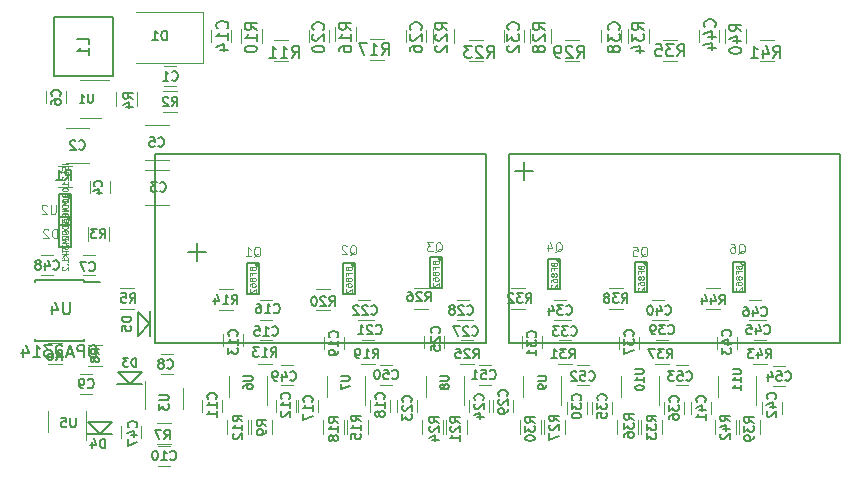
<source format=gbr>
%TF.GenerationSoftware,KiCad,Pcbnew,7.0.9-7.0.9~ubuntu23.04.1*%
%TF.CreationDate,2023-11-27T17:45:01+00:00*%
%TF.ProjectId,PCRD03,50435244-3033-42e6-9b69-6361645f7063,rev?*%
%TF.SameCoordinates,Original*%
%TF.FileFunction,Legend,Bot*%
%TF.FilePolarity,Positive*%
%FSLAX46Y46*%
G04 Gerber Fmt 4.6, Leading zero omitted, Abs format (unit mm)*
G04 Created by KiCad (PCBNEW 7.0.9-7.0.9~ubuntu23.04.1) date 2023-11-27 17:45:01*
%MOMM*%
%LPD*%
G01*
G04 APERTURE LIST*
%ADD10C,0.150000*%
%ADD11C,0.119380*%
%ADD12C,0.099060*%
%ADD13C,0.120000*%
G04 APERTURE END LIST*
D10*
X63220504Y-51869933D02*
X61696695Y-51869933D01*
X62458599Y-52631838D02*
X62458599Y-51108028D01*
X90931904Y-44986533D02*
X89408095Y-44986533D01*
X90169999Y-45748438D02*
X90169999Y-44224628D01*
X54351366Y-46238333D02*
X54384700Y-46205000D01*
X54384700Y-46205000D02*
X54418033Y-46105000D01*
X54418033Y-46105000D02*
X54418033Y-46038333D01*
X54418033Y-46038333D02*
X54384700Y-45938333D01*
X54384700Y-45938333D02*
X54318033Y-45871667D01*
X54318033Y-45871667D02*
X54251366Y-45838333D01*
X54251366Y-45838333D02*
X54118033Y-45805000D01*
X54118033Y-45805000D02*
X54018033Y-45805000D01*
X54018033Y-45805000D02*
X53884700Y-45838333D01*
X53884700Y-45838333D02*
X53818033Y-45871667D01*
X53818033Y-45871667D02*
X53751366Y-45938333D01*
X53751366Y-45938333D02*
X53718033Y-46038333D01*
X53718033Y-46038333D02*
X53718033Y-46105000D01*
X53718033Y-46105000D02*
X53751366Y-46205000D01*
X53751366Y-46205000D02*
X53784700Y-46238333D01*
X53951366Y-46838333D02*
X54418033Y-46838333D01*
X53684700Y-46671667D02*
X54184700Y-46505000D01*
X54184700Y-46505000D02*
X54184700Y-46938333D01*
X60331332Y-37243104D02*
X60369428Y-37281200D01*
X60369428Y-37281200D02*
X60483713Y-37319295D01*
X60483713Y-37319295D02*
X60559904Y-37319295D01*
X60559904Y-37319295D02*
X60674190Y-37281200D01*
X60674190Y-37281200D02*
X60750380Y-37205009D01*
X60750380Y-37205009D02*
X60788475Y-37128819D01*
X60788475Y-37128819D02*
X60826571Y-36976438D01*
X60826571Y-36976438D02*
X60826571Y-36862152D01*
X60826571Y-36862152D02*
X60788475Y-36709771D01*
X60788475Y-36709771D02*
X60750380Y-36633580D01*
X60750380Y-36633580D02*
X60674190Y-36557390D01*
X60674190Y-36557390D02*
X60559904Y-36519295D01*
X60559904Y-36519295D02*
X60483713Y-36519295D01*
X60483713Y-36519295D02*
X60369428Y-36557390D01*
X60369428Y-36557390D02*
X60331332Y-36595485D01*
X59569428Y-37319295D02*
X60026571Y-37319295D01*
X59797999Y-37319295D02*
X59797999Y-36519295D01*
X59797999Y-36519295D02*
X59874190Y-36633580D01*
X59874190Y-36633580D02*
X59950380Y-36709771D01*
X59950380Y-36709771D02*
X60026571Y-36747866D01*
X50832104Y-38601667D02*
X50870200Y-38563571D01*
X50870200Y-38563571D02*
X50908295Y-38449286D01*
X50908295Y-38449286D02*
X50908295Y-38373095D01*
X50908295Y-38373095D02*
X50870200Y-38258809D01*
X50870200Y-38258809D02*
X50794009Y-38182619D01*
X50794009Y-38182619D02*
X50717819Y-38144524D01*
X50717819Y-38144524D02*
X50565438Y-38106428D01*
X50565438Y-38106428D02*
X50451152Y-38106428D01*
X50451152Y-38106428D02*
X50298771Y-38144524D01*
X50298771Y-38144524D02*
X50222580Y-38182619D01*
X50222580Y-38182619D02*
X50146390Y-38258809D01*
X50146390Y-38258809D02*
X50108295Y-38373095D01*
X50108295Y-38373095D02*
X50108295Y-38449286D01*
X50108295Y-38449286D02*
X50146390Y-38563571D01*
X50146390Y-38563571D02*
X50184485Y-38601667D01*
X50108295Y-39287381D02*
X50108295Y-39135000D01*
X50108295Y-39135000D02*
X50146390Y-39058809D01*
X50146390Y-39058809D02*
X50184485Y-39020714D01*
X50184485Y-39020714D02*
X50298771Y-38944524D01*
X50298771Y-38944524D02*
X50451152Y-38906428D01*
X50451152Y-38906428D02*
X50755914Y-38906428D01*
X50755914Y-38906428D02*
X50832104Y-38944524D01*
X50832104Y-38944524D02*
X50870200Y-38982619D01*
X50870200Y-38982619D02*
X50908295Y-39058809D01*
X50908295Y-39058809D02*
X50908295Y-39211190D01*
X50908295Y-39211190D02*
X50870200Y-39287381D01*
X50870200Y-39287381D02*
X50832104Y-39325476D01*
X50832104Y-39325476D02*
X50755914Y-39363571D01*
X50755914Y-39363571D02*
X50565438Y-39363571D01*
X50565438Y-39363571D02*
X50489247Y-39325476D01*
X50489247Y-39325476D02*
X50451152Y-39287381D01*
X50451152Y-39287381D02*
X50413057Y-39211190D01*
X50413057Y-39211190D02*
X50413057Y-39058809D01*
X50413057Y-39058809D02*
X50451152Y-38982619D01*
X50451152Y-38982619D02*
X50489247Y-38944524D01*
X50489247Y-38944524D02*
X50565438Y-38906428D01*
X64040104Y-64255714D02*
X64078200Y-64217618D01*
X64078200Y-64217618D02*
X64116295Y-64103333D01*
X64116295Y-64103333D02*
X64116295Y-64027142D01*
X64116295Y-64027142D02*
X64078200Y-63912856D01*
X64078200Y-63912856D02*
X64002009Y-63836666D01*
X64002009Y-63836666D02*
X63925819Y-63798571D01*
X63925819Y-63798571D02*
X63773438Y-63760475D01*
X63773438Y-63760475D02*
X63659152Y-63760475D01*
X63659152Y-63760475D02*
X63506771Y-63798571D01*
X63506771Y-63798571D02*
X63430580Y-63836666D01*
X63430580Y-63836666D02*
X63354390Y-63912856D01*
X63354390Y-63912856D02*
X63316295Y-64027142D01*
X63316295Y-64027142D02*
X63316295Y-64103333D01*
X63316295Y-64103333D02*
X63354390Y-64217618D01*
X63354390Y-64217618D02*
X63392485Y-64255714D01*
X64116295Y-65017618D02*
X64116295Y-64560475D01*
X64116295Y-64789047D02*
X63316295Y-64789047D01*
X63316295Y-64789047D02*
X63430580Y-64712856D01*
X63430580Y-64712856D02*
X63506771Y-64636666D01*
X63506771Y-64636666D02*
X63544866Y-64560475D01*
X64116295Y-65779523D02*
X64116295Y-65322380D01*
X64116295Y-65550952D02*
X63316295Y-65550952D01*
X63316295Y-65550952D02*
X63430580Y-65474761D01*
X63430580Y-65474761D02*
X63506771Y-65398571D01*
X63506771Y-65398571D02*
X63544866Y-65322380D01*
X59950332Y-61627104D02*
X59988428Y-61665200D01*
X59988428Y-61665200D02*
X60102713Y-61703295D01*
X60102713Y-61703295D02*
X60178904Y-61703295D01*
X60178904Y-61703295D02*
X60293190Y-61665200D01*
X60293190Y-61665200D02*
X60369380Y-61589009D01*
X60369380Y-61589009D02*
X60407475Y-61512819D01*
X60407475Y-61512819D02*
X60445571Y-61360438D01*
X60445571Y-61360438D02*
X60445571Y-61246152D01*
X60445571Y-61246152D02*
X60407475Y-61093771D01*
X60407475Y-61093771D02*
X60369380Y-61017580D01*
X60369380Y-61017580D02*
X60293190Y-60941390D01*
X60293190Y-60941390D02*
X60178904Y-60903295D01*
X60178904Y-60903295D02*
X60102713Y-60903295D01*
X60102713Y-60903295D02*
X59988428Y-60941390D01*
X59988428Y-60941390D02*
X59950332Y-60979485D01*
X59493190Y-61246152D02*
X59569380Y-61208057D01*
X59569380Y-61208057D02*
X59607475Y-61169961D01*
X59607475Y-61169961D02*
X59645571Y-61093771D01*
X59645571Y-61093771D02*
X59645571Y-61055676D01*
X59645571Y-61055676D02*
X59607475Y-60979485D01*
X59607475Y-60979485D02*
X59569380Y-60941390D01*
X59569380Y-60941390D02*
X59493190Y-60903295D01*
X59493190Y-60903295D02*
X59340809Y-60903295D01*
X59340809Y-60903295D02*
X59264618Y-60941390D01*
X59264618Y-60941390D02*
X59226523Y-60979485D01*
X59226523Y-60979485D02*
X59188428Y-61055676D01*
X59188428Y-61055676D02*
X59188428Y-61093771D01*
X59188428Y-61093771D02*
X59226523Y-61169961D01*
X59226523Y-61169961D02*
X59264618Y-61208057D01*
X59264618Y-61208057D02*
X59340809Y-61246152D01*
X59340809Y-61246152D02*
X59493190Y-61246152D01*
X59493190Y-61246152D02*
X59569380Y-61284247D01*
X59569380Y-61284247D02*
X59607475Y-61322342D01*
X59607475Y-61322342D02*
X59645571Y-61398533D01*
X59645571Y-61398533D02*
X59645571Y-61550914D01*
X59645571Y-61550914D02*
X59607475Y-61627104D01*
X59607475Y-61627104D02*
X59569380Y-61665200D01*
X59569380Y-61665200D02*
X59493190Y-61703295D01*
X59493190Y-61703295D02*
X59340809Y-61703295D01*
X59340809Y-61703295D02*
X59264618Y-61665200D01*
X59264618Y-61665200D02*
X59226523Y-61627104D01*
X59226523Y-61627104D02*
X59188428Y-61550914D01*
X59188428Y-61550914D02*
X59188428Y-61398533D01*
X59188428Y-61398533D02*
X59226523Y-61322342D01*
X59226523Y-61322342D02*
X59264618Y-61284247D01*
X59264618Y-61284247D02*
X59340809Y-61246152D01*
X70263104Y-64255714D02*
X70301200Y-64217618D01*
X70301200Y-64217618D02*
X70339295Y-64103333D01*
X70339295Y-64103333D02*
X70339295Y-64027142D01*
X70339295Y-64027142D02*
X70301200Y-63912856D01*
X70301200Y-63912856D02*
X70225009Y-63836666D01*
X70225009Y-63836666D02*
X70148819Y-63798571D01*
X70148819Y-63798571D02*
X69996438Y-63760475D01*
X69996438Y-63760475D02*
X69882152Y-63760475D01*
X69882152Y-63760475D02*
X69729771Y-63798571D01*
X69729771Y-63798571D02*
X69653580Y-63836666D01*
X69653580Y-63836666D02*
X69577390Y-63912856D01*
X69577390Y-63912856D02*
X69539295Y-64027142D01*
X69539295Y-64027142D02*
X69539295Y-64103333D01*
X69539295Y-64103333D02*
X69577390Y-64217618D01*
X69577390Y-64217618D02*
X69615485Y-64255714D01*
X70339295Y-65017618D02*
X70339295Y-64560475D01*
X70339295Y-64789047D02*
X69539295Y-64789047D01*
X69539295Y-64789047D02*
X69653580Y-64712856D01*
X69653580Y-64712856D02*
X69729771Y-64636666D01*
X69729771Y-64636666D02*
X69767866Y-64560475D01*
X69615485Y-65322380D02*
X69577390Y-65360476D01*
X69577390Y-65360476D02*
X69539295Y-65436666D01*
X69539295Y-65436666D02*
X69539295Y-65627142D01*
X69539295Y-65627142D02*
X69577390Y-65703333D01*
X69577390Y-65703333D02*
X69615485Y-65741428D01*
X69615485Y-65741428D02*
X69691676Y-65779523D01*
X69691676Y-65779523D02*
X69767866Y-65779523D01*
X69767866Y-65779523D02*
X69882152Y-65741428D01*
X69882152Y-65741428D02*
X70339295Y-65284285D01*
X70339295Y-65284285D02*
X70339295Y-65779523D01*
X65818104Y-58921714D02*
X65856200Y-58883618D01*
X65856200Y-58883618D02*
X65894295Y-58769333D01*
X65894295Y-58769333D02*
X65894295Y-58693142D01*
X65894295Y-58693142D02*
X65856200Y-58578856D01*
X65856200Y-58578856D02*
X65780009Y-58502666D01*
X65780009Y-58502666D02*
X65703819Y-58464571D01*
X65703819Y-58464571D02*
X65551438Y-58426475D01*
X65551438Y-58426475D02*
X65437152Y-58426475D01*
X65437152Y-58426475D02*
X65284771Y-58464571D01*
X65284771Y-58464571D02*
X65208580Y-58502666D01*
X65208580Y-58502666D02*
X65132390Y-58578856D01*
X65132390Y-58578856D02*
X65094295Y-58693142D01*
X65094295Y-58693142D02*
X65094295Y-58769333D01*
X65094295Y-58769333D02*
X65132390Y-58883618D01*
X65132390Y-58883618D02*
X65170485Y-58921714D01*
X65894295Y-59683618D02*
X65894295Y-59226475D01*
X65894295Y-59455047D02*
X65094295Y-59455047D01*
X65094295Y-59455047D02*
X65208580Y-59378856D01*
X65208580Y-59378856D02*
X65284771Y-59302666D01*
X65284771Y-59302666D02*
X65322866Y-59226475D01*
X65094295Y-59950285D02*
X65094295Y-60445523D01*
X65094295Y-60445523D02*
X65399057Y-60178857D01*
X65399057Y-60178857D02*
X65399057Y-60293142D01*
X65399057Y-60293142D02*
X65437152Y-60369333D01*
X65437152Y-60369333D02*
X65475247Y-60407428D01*
X65475247Y-60407428D02*
X65551438Y-60445523D01*
X65551438Y-60445523D02*
X65741914Y-60445523D01*
X65741914Y-60445523D02*
X65818104Y-60407428D01*
X65818104Y-60407428D02*
X65856200Y-60369333D01*
X65856200Y-60369333D02*
X65894295Y-60293142D01*
X65894295Y-60293142D02*
X65894295Y-60064571D01*
X65894295Y-60064571D02*
X65856200Y-59988380D01*
X65856200Y-59988380D02*
X65818104Y-59950285D01*
X53219332Y-63278104D02*
X53257428Y-63316200D01*
X53257428Y-63316200D02*
X53371713Y-63354295D01*
X53371713Y-63354295D02*
X53447904Y-63354295D01*
X53447904Y-63354295D02*
X53562190Y-63316200D01*
X53562190Y-63316200D02*
X53638380Y-63240009D01*
X53638380Y-63240009D02*
X53676475Y-63163819D01*
X53676475Y-63163819D02*
X53714571Y-63011438D01*
X53714571Y-63011438D02*
X53714571Y-62897152D01*
X53714571Y-62897152D02*
X53676475Y-62744771D01*
X53676475Y-62744771D02*
X53638380Y-62668580D01*
X53638380Y-62668580D02*
X53562190Y-62592390D01*
X53562190Y-62592390D02*
X53447904Y-62554295D01*
X53447904Y-62554295D02*
X53371713Y-62554295D01*
X53371713Y-62554295D02*
X53257428Y-62592390D01*
X53257428Y-62592390D02*
X53219332Y-62630485D01*
X52838380Y-63354295D02*
X52685999Y-63354295D01*
X52685999Y-63354295D02*
X52609809Y-63316200D01*
X52609809Y-63316200D02*
X52571713Y-63278104D01*
X52571713Y-63278104D02*
X52495523Y-63163819D01*
X52495523Y-63163819D02*
X52457428Y-63011438D01*
X52457428Y-63011438D02*
X52457428Y-62706676D01*
X52457428Y-62706676D02*
X52495523Y-62630485D01*
X52495523Y-62630485D02*
X52533618Y-62592390D01*
X52533618Y-62592390D02*
X52609809Y-62554295D01*
X52609809Y-62554295D02*
X52762190Y-62554295D01*
X52762190Y-62554295D02*
X52838380Y-62592390D01*
X52838380Y-62592390D02*
X52876475Y-62630485D01*
X52876475Y-62630485D02*
X52914571Y-62706676D01*
X52914571Y-62706676D02*
X52914571Y-62897152D01*
X52914571Y-62897152D02*
X52876475Y-62973342D01*
X52876475Y-62973342D02*
X52838380Y-63011438D01*
X52838380Y-63011438D02*
X52762190Y-63049533D01*
X52762190Y-63049533D02*
X52609809Y-63049533D01*
X52609809Y-63049533D02*
X52533618Y-63011438D01*
X52533618Y-63011438D02*
X52495523Y-62973342D01*
X52495523Y-62973342D02*
X52457428Y-62897152D01*
X65002580Y-32885142D02*
X65050200Y-32837523D01*
X65050200Y-32837523D02*
X65097819Y-32694666D01*
X65097819Y-32694666D02*
X65097819Y-32599428D01*
X65097819Y-32599428D02*
X65050200Y-32456571D01*
X65050200Y-32456571D02*
X64954961Y-32361333D01*
X64954961Y-32361333D02*
X64859723Y-32313714D01*
X64859723Y-32313714D02*
X64669247Y-32266095D01*
X64669247Y-32266095D02*
X64526390Y-32266095D01*
X64526390Y-32266095D02*
X64335914Y-32313714D01*
X64335914Y-32313714D02*
X64240676Y-32361333D01*
X64240676Y-32361333D02*
X64145438Y-32456571D01*
X64145438Y-32456571D02*
X64097819Y-32599428D01*
X64097819Y-32599428D02*
X64097819Y-32694666D01*
X64097819Y-32694666D02*
X64145438Y-32837523D01*
X64145438Y-32837523D02*
X64193057Y-32885142D01*
X65097819Y-33837523D02*
X65097819Y-33266095D01*
X65097819Y-33551809D02*
X64097819Y-33551809D01*
X64097819Y-33551809D02*
X64240676Y-33456571D01*
X64240676Y-33456571D02*
X64335914Y-33361333D01*
X64335914Y-33361333D02*
X64383533Y-33266095D01*
X64431152Y-34694666D02*
X65097819Y-34694666D01*
X64050200Y-34456571D02*
X64764485Y-34218476D01*
X64764485Y-34218476D02*
X64764485Y-34837523D01*
X60204285Y-69374104D02*
X60242381Y-69412200D01*
X60242381Y-69412200D02*
X60356666Y-69450295D01*
X60356666Y-69450295D02*
X60432857Y-69450295D01*
X60432857Y-69450295D02*
X60547143Y-69412200D01*
X60547143Y-69412200D02*
X60623333Y-69336009D01*
X60623333Y-69336009D02*
X60661428Y-69259819D01*
X60661428Y-69259819D02*
X60699524Y-69107438D01*
X60699524Y-69107438D02*
X60699524Y-68993152D01*
X60699524Y-68993152D02*
X60661428Y-68840771D01*
X60661428Y-68840771D02*
X60623333Y-68764580D01*
X60623333Y-68764580D02*
X60547143Y-68688390D01*
X60547143Y-68688390D02*
X60432857Y-68650295D01*
X60432857Y-68650295D02*
X60356666Y-68650295D01*
X60356666Y-68650295D02*
X60242381Y-68688390D01*
X60242381Y-68688390D02*
X60204285Y-68726485D01*
X59442381Y-69450295D02*
X59899524Y-69450295D01*
X59670952Y-69450295D02*
X59670952Y-68650295D01*
X59670952Y-68650295D02*
X59747143Y-68764580D01*
X59747143Y-68764580D02*
X59823333Y-68840771D01*
X59823333Y-68840771D02*
X59899524Y-68878866D01*
X58947142Y-68650295D02*
X58870952Y-68650295D01*
X58870952Y-68650295D02*
X58794761Y-68688390D01*
X58794761Y-68688390D02*
X58756666Y-68726485D01*
X58756666Y-68726485D02*
X58718571Y-68802676D01*
X58718571Y-68802676D02*
X58680476Y-68955057D01*
X58680476Y-68955057D02*
X58680476Y-69145533D01*
X58680476Y-69145533D02*
X58718571Y-69297914D01*
X58718571Y-69297914D02*
X58756666Y-69374104D01*
X58756666Y-69374104D02*
X58794761Y-69412200D01*
X58794761Y-69412200D02*
X58870952Y-69450295D01*
X58870952Y-69450295D02*
X58947142Y-69450295D01*
X58947142Y-69450295D02*
X59023333Y-69412200D01*
X59023333Y-69412200D02*
X59061428Y-69374104D01*
X59061428Y-69374104D02*
X59099523Y-69297914D01*
X59099523Y-69297914D02*
X59137619Y-69145533D01*
X59137619Y-69145533D02*
X59137619Y-68955057D01*
X59137619Y-68955057D02*
X59099523Y-68802676D01*
X59099523Y-68802676D02*
X59061428Y-68726485D01*
X59061428Y-68726485D02*
X59023333Y-68688390D01*
X59023333Y-68688390D02*
X58947142Y-68650295D01*
X68840285Y-58833104D02*
X68878381Y-58871200D01*
X68878381Y-58871200D02*
X68992666Y-58909295D01*
X68992666Y-58909295D02*
X69068857Y-58909295D01*
X69068857Y-58909295D02*
X69183143Y-58871200D01*
X69183143Y-58871200D02*
X69259333Y-58795009D01*
X69259333Y-58795009D02*
X69297428Y-58718819D01*
X69297428Y-58718819D02*
X69335524Y-58566438D01*
X69335524Y-58566438D02*
X69335524Y-58452152D01*
X69335524Y-58452152D02*
X69297428Y-58299771D01*
X69297428Y-58299771D02*
X69259333Y-58223580D01*
X69259333Y-58223580D02*
X69183143Y-58147390D01*
X69183143Y-58147390D02*
X69068857Y-58109295D01*
X69068857Y-58109295D02*
X68992666Y-58109295D01*
X68992666Y-58109295D02*
X68878381Y-58147390D01*
X68878381Y-58147390D02*
X68840285Y-58185485D01*
X68078381Y-58909295D02*
X68535524Y-58909295D01*
X68306952Y-58909295D02*
X68306952Y-58109295D01*
X68306952Y-58109295D02*
X68383143Y-58223580D01*
X68383143Y-58223580D02*
X68459333Y-58299771D01*
X68459333Y-58299771D02*
X68535524Y-58337866D01*
X67354571Y-58109295D02*
X67735523Y-58109295D01*
X67735523Y-58109295D02*
X67773619Y-58490247D01*
X67773619Y-58490247D02*
X67735523Y-58452152D01*
X67735523Y-58452152D02*
X67659333Y-58414057D01*
X67659333Y-58414057D02*
X67468857Y-58414057D01*
X67468857Y-58414057D02*
X67392666Y-58452152D01*
X67392666Y-58452152D02*
X67354571Y-58490247D01*
X67354571Y-58490247D02*
X67316476Y-58566438D01*
X67316476Y-58566438D02*
X67316476Y-58756914D01*
X67316476Y-58756914D02*
X67354571Y-58833104D01*
X67354571Y-58833104D02*
X67392666Y-58871200D01*
X67392666Y-58871200D02*
X67468857Y-58909295D01*
X67468857Y-58909295D02*
X67659333Y-58909295D01*
X67659333Y-58909295D02*
X67735523Y-58871200D01*
X67735523Y-58871200D02*
X67773619Y-58833104D01*
X68967285Y-56928104D02*
X69005381Y-56966200D01*
X69005381Y-56966200D02*
X69119666Y-57004295D01*
X69119666Y-57004295D02*
X69195857Y-57004295D01*
X69195857Y-57004295D02*
X69310143Y-56966200D01*
X69310143Y-56966200D02*
X69386333Y-56890009D01*
X69386333Y-56890009D02*
X69424428Y-56813819D01*
X69424428Y-56813819D02*
X69462524Y-56661438D01*
X69462524Y-56661438D02*
X69462524Y-56547152D01*
X69462524Y-56547152D02*
X69424428Y-56394771D01*
X69424428Y-56394771D02*
X69386333Y-56318580D01*
X69386333Y-56318580D02*
X69310143Y-56242390D01*
X69310143Y-56242390D02*
X69195857Y-56204295D01*
X69195857Y-56204295D02*
X69119666Y-56204295D01*
X69119666Y-56204295D02*
X69005381Y-56242390D01*
X69005381Y-56242390D02*
X68967285Y-56280485D01*
X68205381Y-57004295D02*
X68662524Y-57004295D01*
X68433952Y-57004295D02*
X68433952Y-56204295D01*
X68433952Y-56204295D02*
X68510143Y-56318580D01*
X68510143Y-56318580D02*
X68586333Y-56394771D01*
X68586333Y-56394771D02*
X68662524Y-56432866D01*
X67519666Y-56204295D02*
X67672047Y-56204295D01*
X67672047Y-56204295D02*
X67748238Y-56242390D01*
X67748238Y-56242390D02*
X67786333Y-56280485D01*
X67786333Y-56280485D02*
X67862523Y-56394771D01*
X67862523Y-56394771D02*
X67900619Y-56547152D01*
X67900619Y-56547152D02*
X67900619Y-56851914D01*
X67900619Y-56851914D02*
X67862523Y-56928104D01*
X67862523Y-56928104D02*
X67824428Y-56966200D01*
X67824428Y-56966200D02*
X67748238Y-57004295D01*
X67748238Y-57004295D02*
X67595857Y-57004295D01*
X67595857Y-57004295D02*
X67519666Y-56966200D01*
X67519666Y-56966200D02*
X67481571Y-56928104D01*
X67481571Y-56928104D02*
X67443476Y-56851914D01*
X67443476Y-56851914D02*
X67443476Y-56661438D01*
X67443476Y-56661438D02*
X67481571Y-56585247D01*
X67481571Y-56585247D02*
X67519666Y-56547152D01*
X67519666Y-56547152D02*
X67595857Y-56509057D01*
X67595857Y-56509057D02*
X67748238Y-56509057D01*
X67748238Y-56509057D02*
X67824428Y-56547152D01*
X67824428Y-56547152D02*
X67862523Y-56585247D01*
X67862523Y-56585247D02*
X67900619Y-56661438D01*
X72168104Y-64509714D02*
X72206200Y-64471618D01*
X72206200Y-64471618D02*
X72244295Y-64357333D01*
X72244295Y-64357333D02*
X72244295Y-64281142D01*
X72244295Y-64281142D02*
X72206200Y-64166856D01*
X72206200Y-64166856D02*
X72130009Y-64090666D01*
X72130009Y-64090666D02*
X72053819Y-64052571D01*
X72053819Y-64052571D02*
X71901438Y-64014475D01*
X71901438Y-64014475D02*
X71787152Y-64014475D01*
X71787152Y-64014475D02*
X71634771Y-64052571D01*
X71634771Y-64052571D02*
X71558580Y-64090666D01*
X71558580Y-64090666D02*
X71482390Y-64166856D01*
X71482390Y-64166856D02*
X71444295Y-64281142D01*
X71444295Y-64281142D02*
X71444295Y-64357333D01*
X71444295Y-64357333D02*
X71482390Y-64471618D01*
X71482390Y-64471618D02*
X71520485Y-64509714D01*
X72244295Y-65271618D02*
X72244295Y-64814475D01*
X72244295Y-65043047D02*
X71444295Y-65043047D01*
X71444295Y-65043047D02*
X71558580Y-64966856D01*
X71558580Y-64966856D02*
X71634771Y-64890666D01*
X71634771Y-64890666D02*
X71672866Y-64814475D01*
X71444295Y-65538285D02*
X71444295Y-66071619D01*
X71444295Y-66071619D02*
X72244295Y-65728761D01*
X78264104Y-64255714D02*
X78302200Y-64217618D01*
X78302200Y-64217618D02*
X78340295Y-64103333D01*
X78340295Y-64103333D02*
X78340295Y-64027142D01*
X78340295Y-64027142D02*
X78302200Y-63912856D01*
X78302200Y-63912856D02*
X78226009Y-63836666D01*
X78226009Y-63836666D02*
X78149819Y-63798571D01*
X78149819Y-63798571D02*
X77997438Y-63760475D01*
X77997438Y-63760475D02*
X77883152Y-63760475D01*
X77883152Y-63760475D02*
X77730771Y-63798571D01*
X77730771Y-63798571D02*
X77654580Y-63836666D01*
X77654580Y-63836666D02*
X77578390Y-63912856D01*
X77578390Y-63912856D02*
X77540295Y-64027142D01*
X77540295Y-64027142D02*
X77540295Y-64103333D01*
X77540295Y-64103333D02*
X77578390Y-64217618D01*
X77578390Y-64217618D02*
X77616485Y-64255714D01*
X78340295Y-65017618D02*
X78340295Y-64560475D01*
X78340295Y-64789047D02*
X77540295Y-64789047D01*
X77540295Y-64789047D02*
X77654580Y-64712856D01*
X77654580Y-64712856D02*
X77730771Y-64636666D01*
X77730771Y-64636666D02*
X77768866Y-64560475D01*
X77883152Y-65474761D02*
X77845057Y-65398571D01*
X77845057Y-65398571D02*
X77806961Y-65360476D01*
X77806961Y-65360476D02*
X77730771Y-65322380D01*
X77730771Y-65322380D02*
X77692676Y-65322380D01*
X77692676Y-65322380D02*
X77616485Y-65360476D01*
X77616485Y-65360476D02*
X77578390Y-65398571D01*
X77578390Y-65398571D02*
X77540295Y-65474761D01*
X77540295Y-65474761D02*
X77540295Y-65627142D01*
X77540295Y-65627142D02*
X77578390Y-65703333D01*
X77578390Y-65703333D02*
X77616485Y-65741428D01*
X77616485Y-65741428D02*
X77692676Y-65779523D01*
X77692676Y-65779523D02*
X77730771Y-65779523D01*
X77730771Y-65779523D02*
X77806961Y-65741428D01*
X77806961Y-65741428D02*
X77845057Y-65703333D01*
X77845057Y-65703333D02*
X77883152Y-65627142D01*
X77883152Y-65627142D02*
X77883152Y-65474761D01*
X77883152Y-65474761D02*
X77921247Y-65398571D01*
X77921247Y-65398571D02*
X77959342Y-65360476D01*
X77959342Y-65360476D02*
X78035533Y-65322380D01*
X78035533Y-65322380D02*
X78187914Y-65322380D01*
X78187914Y-65322380D02*
X78264104Y-65360476D01*
X78264104Y-65360476D02*
X78302200Y-65398571D01*
X78302200Y-65398571D02*
X78340295Y-65474761D01*
X78340295Y-65474761D02*
X78340295Y-65627142D01*
X78340295Y-65627142D02*
X78302200Y-65703333D01*
X78302200Y-65703333D02*
X78264104Y-65741428D01*
X78264104Y-65741428D02*
X78187914Y-65779523D01*
X78187914Y-65779523D02*
X78035533Y-65779523D01*
X78035533Y-65779523D02*
X77959342Y-65741428D01*
X77959342Y-65741428D02*
X77921247Y-65703333D01*
X77921247Y-65703333D02*
X77883152Y-65627142D01*
X74327104Y-59048714D02*
X74365200Y-59010618D01*
X74365200Y-59010618D02*
X74403295Y-58896333D01*
X74403295Y-58896333D02*
X74403295Y-58820142D01*
X74403295Y-58820142D02*
X74365200Y-58705856D01*
X74365200Y-58705856D02*
X74289009Y-58629666D01*
X74289009Y-58629666D02*
X74212819Y-58591571D01*
X74212819Y-58591571D02*
X74060438Y-58553475D01*
X74060438Y-58553475D02*
X73946152Y-58553475D01*
X73946152Y-58553475D02*
X73793771Y-58591571D01*
X73793771Y-58591571D02*
X73717580Y-58629666D01*
X73717580Y-58629666D02*
X73641390Y-58705856D01*
X73641390Y-58705856D02*
X73603295Y-58820142D01*
X73603295Y-58820142D02*
X73603295Y-58896333D01*
X73603295Y-58896333D02*
X73641390Y-59010618D01*
X73641390Y-59010618D02*
X73679485Y-59048714D01*
X74403295Y-59810618D02*
X74403295Y-59353475D01*
X74403295Y-59582047D02*
X73603295Y-59582047D01*
X73603295Y-59582047D02*
X73717580Y-59505856D01*
X73717580Y-59505856D02*
X73793771Y-59429666D01*
X73793771Y-59429666D02*
X73831866Y-59353475D01*
X74403295Y-60191571D02*
X74403295Y-60343952D01*
X74403295Y-60343952D02*
X74365200Y-60420142D01*
X74365200Y-60420142D02*
X74327104Y-60458238D01*
X74327104Y-60458238D02*
X74212819Y-60534428D01*
X74212819Y-60534428D02*
X74060438Y-60572523D01*
X74060438Y-60572523D02*
X73755676Y-60572523D01*
X73755676Y-60572523D02*
X73679485Y-60534428D01*
X73679485Y-60534428D02*
X73641390Y-60496333D01*
X73641390Y-60496333D02*
X73603295Y-60420142D01*
X73603295Y-60420142D02*
X73603295Y-60267761D01*
X73603295Y-60267761D02*
X73641390Y-60191571D01*
X73641390Y-60191571D02*
X73679485Y-60153476D01*
X73679485Y-60153476D02*
X73755676Y-60115380D01*
X73755676Y-60115380D02*
X73946152Y-60115380D01*
X73946152Y-60115380D02*
X74022342Y-60153476D01*
X74022342Y-60153476D02*
X74060438Y-60191571D01*
X74060438Y-60191571D02*
X74098533Y-60267761D01*
X74098533Y-60267761D02*
X74098533Y-60420142D01*
X74098533Y-60420142D02*
X74060438Y-60496333D01*
X74060438Y-60496333D02*
X74022342Y-60534428D01*
X74022342Y-60534428D02*
X73946152Y-60572523D01*
X73130580Y-33012142D02*
X73178200Y-32964523D01*
X73178200Y-32964523D02*
X73225819Y-32821666D01*
X73225819Y-32821666D02*
X73225819Y-32726428D01*
X73225819Y-32726428D02*
X73178200Y-32583571D01*
X73178200Y-32583571D02*
X73082961Y-32488333D01*
X73082961Y-32488333D02*
X72987723Y-32440714D01*
X72987723Y-32440714D02*
X72797247Y-32393095D01*
X72797247Y-32393095D02*
X72654390Y-32393095D01*
X72654390Y-32393095D02*
X72463914Y-32440714D01*
X72463914Y-32440714D02*
X72368676Y-32488333D01*
X72368676Y-32488333D02*
X72273438Y-32583571D01*
X72273438Y-32583571D02*
X72225819Y-32726428D01*
X72225819Y-32726428D02*
X72225819Y-32821666D01*
X72225819Y-32821666D02*
X72273438Y-32964523D01*
X72273438Y-32964523D02*
X72321057Y-33012142D01*
X72321057Y-33393095D02*
X72273438Y-33440714D01*
X72273438Y-33440714D02*
X72225819Y-33535952D01*
X72225819Y-33535952D02*
X72225819Y-33774047D01*
X72225819Y-33774047D02*
X72273438Y-33869285D01*
X72273438Y-33869285D02*
X72321057Y-33916904D01*
X72321057Y-33916904D02*
X72416295Y-33964523D01*
X72416295Y-33964523D02*
X72511533Y-33964523D01*
X72511533Y-33964523D02*
X72654390Y-33916904D01*
X72654390Y-33916904D02*
X73225819Y-33345476D01*
X73225819Y-33345476D02*
X73225819Y-33964523D01*
X72225819Y-34583571D02*
X72225819Y-34678809D01*
X72225819Y-34678809D02*
X72273438Y-34774047D01*
X72273438Y-34774047D02*
X72321057Y-34821666D01*
X72321057Y-34821666D02*
X72416295Y-34869285D01*
X72416295Y-34869285D02*
X72606771Y-34916904D01*
X72606771Y-34916904D02*
X72844866Y-34916904D01*
X72844866Y-34916904D02*
X73035342Y-34869285D01*
X73035342Y-34869285D02*
X73130580Y-34821666D01*
X73130580Y-34821666D02*
X73178200Y-34774047D01*
X73178200Y-34774047D02*
X73225819Y-34678809D01*
X73225819Y-34678809D02*
X73225819Y-34583571D01*
X73225819Y-34583571D02*
X73178200Y-34488333D01*
X73178200Y-34488333D02*
X73130580Y-34440714D01*
X73130580Y-34440714D02*
X73035342Y-34393095D01*
X73035342Y-34393095D02*
X72844866Y-34345476D01*
X72844866Y-34345476D02*
X72606771Y-34345476D01*
X72606771Y-34345476D02*
X72416295Y-34393095D01*
X72416295Y-34393095D02*
X72321057Y-34440714D01*
X72321057Y-34440714D02*
X72273438Y-34488333D01*
X72273438Y-34488333D02*
X72225819Y-34583571D01*
X77603285Y-58706104D02*
X77641381Y-58744200D01*
X77641381Y-58744200D02*
X77755666Y-58782295D01*
X77755666Y-58782295D02*
X77831857Y-58782295D01*
X77831857Y-58782295D02*
X77946143Y-58744200D01*
X77946143Y-58744200D02*
X78022333Y-58668009D01*
X78022333Y-58668009D02*
X78060428Y-58591819D01*
X78060428Y-58591819D02*
X78098524Y-58439438D01*
X78098524Y-58439438D02*
X78098524Y-58325152D01*
X78098524Y-58325152D02*
X78060428Y-58172771D01*
X78060428Y-58172771D02*
X78022333Y-58096580D01*
X78022333Y-58096580D02*
X77946143Y-58020390D01*
X77946143Y-58020390D02*
X77831857Y-57982295D01*
X77831857Y-57982295D02*
X77755666Y-57982295D01*
X77755666Y-57982295D02*
X77641381Y-58020390D01*
X77641381Y-58020390D02*
X77603285Y-58058485D01*
X77298524Y-58058485D02*
X77260428Y-58020390D01*
X77260428Y-58020390D02*
X77184238Y-57982295D01*
X77184238Y-57982295D02*
X76993762Y-57982295D01*
X76993762Y-57982295D02*
X76917571Y-58020390D01*
X76917571Y-58020390D02*
X76879476Y-58058485D01*
X76879476Y-58058485D02*
X76841381Y-58134676D01*
X76841381Y-58134676D02*
X76841381Y-58210866D01*
X76841381Y-58210866D02*
X76879476Y-58325152D01*
X76879476Y-58325152D02*
X77336619Y-58782295D01*
X77336619Y-58782295D02*
X76841381Y-58782295D01*
X76079476Y-58782295D02*
X76536619Y-58782295D01*
X76308047Y-58782295D02*
X76308047Y-57982295D01*
X76308047Y-57982295D02*
X76384238Y-58096580D01*
X76384238Y-58096580D02*
X76460428Y-58172771D01*
X76460428Y-58172771D02*
X76536619Y-58210866D01*
X77222285Y-57055104D02*
X77260381Y-57093200D01*
X77260381Y-57093200D02*
X77374666Y-57131295D01*
X77374666Y-57131295D02*
X77450857Y-57131295D01*
X77450857Y-57131295D02*
X77565143Y-57093200D01*
X77565143Y-57093200D02*
X77641333Y-57017009D01*
X77641333Y-57017009D02*
X77679428Y-56940819D01*
X77679428Y-56940819D02*
X77717524Y-56788438D01*
X77717524Y-56788438D02*
X77717524Y-56674152D01*
X77717524Y-56674152D02*
X77679428Y-56521771D01*
X77679428Y-56521771D02*
X77641333Y-56445580D01*
X77641333Y-56445580D02*
X77565143Y-56369390D01*
X77565143Y-56369390D02*
X77450857Y-56331295D01*
X77450857Y-56331295D02*
X77374666Y-56331295D01*
X77374666Y-56331295D02*
X77260381Y-56369390D01*
X77260381Y-56369390D02*
X77222285Y-56407485D01*
X76917524Y-56407485D02*
X76879428Y-56369390D01*
X76879428Y-56369390D02*
X76803238Y-56331295D01*
X76803238Y-56331295D02*
X76612762Y-56331295D01*
X76612762Y-56331295D02*
X76536571Y-56369390D01*
X76536571Y-56369390D02*
X76498476Y-56407485D01*
X76498476Y-56407485D02*
X76460381Y-56483676D01*
X76460381Y-56483676D02*
X76460381Y-56559866D01*
X76460381Y-56559866D02*
X76498476Y-56674152D01*
X76498476Y-56674152D02*
X76955619Y-57131295D01*
X76955619Y-57131295D02*
X76460381Y-57131295D01*
X76155619Y-56407485D02*
X76117523Y-56369390D01*
X76117523Y-56369390D02*
X76041333Y-56331295D01*
X76041333Y-56331295D02*
X75850857Y-56331295D01*
X75850857Y-56331295D02*
X75774666Y-56369390D01*
X75774666Y-56369390D02*
X75736571Y-56407485D01*
X75736571Y-56407485D02*
X75698476Y-56483676D01*
X75698476Y-56483676D02*
X75698476Y-56559866D01*
X75698476Y-56559866D02*
X75736571Y-56674152D01*
X75736571Y-56674152D02*
X76193714Y-57131295D01*
X76193714Y-57131295D02*
X75698476Y-57131295D01*
X80550104Y-64509714D02*
X80588200Y-64471618D01*
X80588200Y-64471618D02*
X80626295Y-64357333D01*
X80626295Y-64357333D02*
X80626295Y-64281142D01*
X80626295Y-64281142D02*
X80588200Y-64166856D01*
X80588200Y-64166856D02*
X80512009Y-64090666D01*
X80512009Y-64090666D02*
X80435819Y-64052571D01*
X80435819Y-64052571D02*
X80283438Y-64014475D01*
X80283438Y-64014475D02*
X80169152Y-64014475D01*
X80169152Y-64014475D02*
X80016771Y-64052571D01*
X80016771Y-64052571D02*
X79940580Y-64090666D01*
X79940580Y-64090666D02*
X79864390Y-64166856D01*
X79864390Y-64166856D02*
X79826295Y-64281142D01*
X79826295Y-64281142D02*
X79826295Y-64357333D01*
X79826295Y-64357333D02*
X79864390Y-64471618D01*
X79864390Y-64471618D02*
X79902485Y-64509714D01*
X79902485Y-64814475D02*
X79864390Y-64852571D01*
X79864390Y-64852571D02*
X79826295Y-64928761D01*
X79826295Y-64928761D02*
X79826295Y-65119237D01*
X79826295Y-65119237D02*
X79864390Y-65195428D01*
X79864390Y-65195428D02*
X79902485Y-65233523D01*
X79902485Y-65233523D02*
X79978676Y-65271618D01*
X79978676Y-65271618D02*
X80054866Y-65271618D01*
X80054866Y-65271618D02*
X80169152Y-65233523D01*
X80169152Y-65233523D02*
X80626295Y-64776380D01*
X80626295Y-64776380D02*
X80626295Y-65271618D01*
X79826295Y-65538285D02*
X79826295Y-66033523D01*
X79826295Y-66033523D02*
X80131057Y-65766857D01*
X80131057Y-65766857D02*
X80131057Y-65881142D01*
X80131057Y-65881142D02*
X80169152Y-65957333D01*
X80169152Y-65957333D02*
X80207247Y-65995428D01*
X80207247Y-65995428D02*
X80283438Y-66033523D01*
X80283438Y-66033523D02*
X80473914Y-66033523D01*
X80473914Y-66033523D02*
X80550104Y-65995428D01*
X80550104Y-65995428D02*
X80588200Y-65957333D01*
X80588200Y-65957333D02*
X80626295Y-65881142D01*
X80626295Y-65881142D02*
X80626295Y-65652571D01*
X80626295Y-65652571D02*
X80588200Y-65576380D01*
X80588200Y-65576380D02*
X80550104Y-65538285D01*
X86646104Y-64382714D02*
X86684200Y-64344618D01*
X86684200Y-64344618D02*
X86722295Y-64230333D01*
X86722295Y-64230333D02*
X86722295Y-64154142D01*
X86722295Y-64154142D02*
X86684200Y-64039856D01*
X86684200Y-64039856D02*
X86608009Y-63963666D01*
X86608009Y-63963666D02*
X86531819Y-63925571D01*
X86531819Y-63925571D02*
X86379438Y-63887475D01*
X86379438Y-63887475D02*
X86265152Y-63887475D01*
X86265152Y-63887475D02*
X86112771Y-63925571D01*
X86112771Y-63925571D02*
X86036580Y-63963666D01*
X86036580Y-63963666D02*
X85960390Y-64039856D01*
X85960390Y-64039856D02*
X85922295Y-64154142D01*
X85922295Y-64154142D02*
X85922295Y-64230333D01*
X85922295Y-64230333D02*
X85960390Y-64344618D01*
X85960390Y-64344618D02*
X85998485Y-64382714D01*
X85998485Y-64687475D02*
X85960390Y-64725571D01*
X85960390Y-64725571D02*
X85922295Y-64801761D01*
X85922295Y-64801761D02*
X85922295Y-64992237D01*
X85922295Y-64992237D02*
X85960390Y-65068428D01*
X85960390Y-65068428D02*
X85998485Y-65106523D01*
X85998485Y-65106523D02*
X86074676Y-65144618D01*
X86074676Y-65144618D02*
X86150866Y-65144618D01*
X86150866Y-65144618D02*
X86265152Y-65106523D01*
X86265152Y-65106523D02*
X86722295Y-64649380D01*
X86722295Y-64649380D02*
X86722295Y-65144618D01*
X86188961Y-65830333D02*
X86722295Y-65830333D01*
X85884200Y-65639857D02*
X86455628Y-65449380D01*
X86455628Y-65449380D02*
X86455628Y-65944619D01*
X82963104Y-58667714D02*
X83001200Y-58629618D01*
X83001200Y-58629618D02*
X83039295Y-58515333D01*
X83039295Y-58515333D02*
X83039295Y-58439142D01*
X83039295Y-58439142D02*
X83001200Y-58324856D01*
X83001200Y-58324856D02*
X82925009Y-58248666D01*
X82925009Y-58248666D02*
X82848819Y-58210571D01*
X82848819Y-58210571D02*
X82696438Y-58172475D01*
X82696438Y-58172475D02*
X82582152Y-58172475D01*
X82582152Y-58172475D02*
X82429771Y-58210571D01*
X82429771Y-58210571D02*
X82353580Y-58248666D01*
X82353580Y-58248666D02*
X82277390Y-58324856D01*
X82277390Y-58324856D02*
X82239295Y-58439142D01*
X82239295Y-58439142D02*
X82239295Y-58515333D01*
X82239295Y-58515333D02*
X82277390Y-58629618D01*
X82277390Y-58629618D02*
X82315485Y-58667714D01*
X82315485Y-58972475D02*
X82277390Y-59010571D01*
X82277390Y-59010571D02*
X82239295Y-59086761D01*
X82239295Y-59086761D02*
X82239295Y-59277237D01*
X82239295Y-59277237D02*
X82277390Y-59353428D01*
X82277390Y-59353428D02*
X82315485Y-59391523D01*
X82315485Y-59391523D02*
X82391676Y-59429618D01*
X82391676Y-59429618D02*
X82467866Y-59429618D01*
X82467866Y-59429618D02*
X82582152Y-59391523D01*
X82582152Y-59391523D02*
X83039295Y-58934380D01*
X83039295Y-58934380D02*
X83039295Y-59429618D01*
X82239295Y-60153428D02*
X82239295Y-59772476D01*
X82239295Y-59772476D02*
X82620247Y-59734380D01*
X82620247Y-59734380D02*
X82582152Y-59772476D01*
X82582152Y-59772476D02*
X82544057Y-59848666D01*
X82544057Y-59848666D02*
X82544057Y-60039142D01*
X82544057Y-60039142D02*
X82582152Y-60115333D01*
X82582152Y-60115333D02*
X82620247Y-60153428D01*
X82620247Y-60153428D02*
X82696438Y-60191523D01*
X82696438Y-60191523D02*
X82886914Y-60191523D01*
X82886914Y-60191523D02*
X82963104Y-60153428D01*
X82963104Y-60153428D02*
X83001200Y-60115333D01*
X83001200Y-60115333D02*
X83039295Y-60039142D01*
X83039295Y-60039142D02*
X83039295Y-59848666D01*
X83039295Y-59848666D02*
X83001200Y-59772476D01*
X83001200Y-59772476D02*
X82963104Y-59734380D01*
X81385580Y-33012142D02*
X81433200Y-32964523D01*
X81433200Y-32964523D02*
X81480819Y-32821666D01*
X81480819Y-32821666D02*
X81480819Y-32726428D01*
X81480819Y-32726428D02*
X81433200Y-32583571D01*
X81433200Y-32583571D02*
X81337961Y-32488333D01*
X81337961Y-32488333D02*
X81242723Y-32440714D01*
X81242723Y-32440714D02*
X81052247Y-32393095D01*
X81052247Y-32393095D02*
X80909390Y-32393095D01*
X80909390Y-32393095D02*
X80718914Y-32440714D01*
X80718914Y-32440714D02*
X80623676Y-32488333D01*
X80623676Y-32488333D02*
X80528438Y-32583571D01*
X80528438Y-32583571D02*
X80480819Y-32726428D01*
X80480819Y-32726428D02*
X80480819Y-32821666D01*
X80480819Y-32821666D02*
X80528438Y-32964523D01*
X80528438Y-32964523D02*
X80576057Y-33012142D01*
X80576057Y-33393095D02*
X80528438Y-33440714D01*
X80528438Y-33440714D02*
X80480819Y-33535952D01*
X80480819Y-33535952D02*
X80480819Y-33774047D01*
X80480819Y-33774047D02*
X80528438Y-33869285D01*
X80528438Y-33869285D02*
X80576057Y-33916904D01*
X80576057Y-33916904D02*
X80671295Y-33964523D01*
X80671295Y-33964523D02*
X80766533Y-33964523D01*
X80766533Y-33964523D02*
X80909390Y-33916904D01*
X80909390Y-33916904D02*
X81480819Y-33345476D01*
X81480819Y-33345476D02*
X81480819Y-33964523D01*
X80480819Y-34821666D02*
X80480819Y-34631190D01*
X80480819Y-34631190D02*
X80528438Y-34535952D01*
X80528438Y-34535952D02*
X80576057Y-34488333D01*
X80576057Y-34488333D02*
X80718914Y-34393095D01*
X80718914Y-34393095D02*
X80909390Y-34345476D01*
X80909390Y-34345476D02*
X81290342Y-34345476D01*
X81290342Y-34345476D02*
X81385580Y-34393095D01*
X81385580Y-34393095D02*
X81433200Y-34440714D01*
X81433200Y-34440714D02*
X81480819Y-34535952D01*
X81480819Y-34535952D02*
X81480819Y-34726428D01*
X81480819Y-34726428D02*
X81433200Y-34821666D01*
X81433200Y-34821666D02*
X81385580Y-34869285D01*
X81385580Y-34869285D02*
X81290342Y-34916904D01*
X81290342Y-34916904D02*
X81052247Y-34916904D01*
X81052247Y-34916904D02*
X80957009Y-34869285D01*
X80957009Y-34869285D02*
X80909390Y-34821666D01*
X80909390Y-34821666D02*
X80861771Y-34726428D01*
X80861771Y-34726428D02*
X80861771Y-34535952D01*
X80861771Y-34535952D02*
X80909390Y-34440714D01*
X80909390Y-34440714D02*
X80957009Y-34393095D01*
X80957009Y-34393095D02*
X81052247Y-34345476D01*
X85731285Y-58833104D02*
X85769381Y-58871200D01*
X85769381Y-58871200D02*
X85883666Y-58909295D01*
X85883666Y-58909295D02*
X85959857Y-58909295D01*
X85959857Y-58909295D02*
X86074143Y-58871200D01*
X86074143Y-58871200D02*
X86150333Y-58795009D01*
X86150333Y-58795009D02*
X86188428Y-58718819D01*
X86188428Y-58718819D02*
X86226524Y-58566438D01*
X86226524Y-58566438D02*
X86226524Y-58452152D01*
X86226524Y-58452152D02*
X86188428Y-58299771D01*
X86188428Y-58299771D02*
X86150333Y-58223580D01*
X86150333Y-58223580D02*
X86074143Y-58147390D01*
X86074143Y-58147390D02*
X85959857Y-58109295D01*
X85959857Y-58109295D02*
X85883666Y-58109295D01*
X85883666Y-58109295D02*
X85769381Y-58147390D01*
X85769381Y-58147390D02*
X85731285Y-58185485D01*
X85426524Y-58185485D02*
X85388428Y-58147390D01*
X85388428Y-58147390D02*
X85312238Y-58109295D01*
X85312238Y-58109295D02*
X85121762Y-58109295D01*
X85121762Y-58109295D02*
X85045571Y-58147390D01*
X85045571Y-58147390D02*
X85007476Y-58185485D01*
X85007476Y-58185485D02*
X84969381Y-58261676D01*
X84969381Y-58261676D02*
X84969381Y-58337866D01*
X84969381Y-58337866D02*
X85007476Y-58452152D01*
X85007476Y-58452152D02*
X85464619Y-58909295D01*
X85464619Y-58909295D02*
X84969381Y-58909295D01*
X84702714Y-58109295D02*
X84169380Y-58109295D01*
X84169380Y-58109295D02*
X84512238Y-58909295D01*
X85350285Y-57055104D02*
X85388381Y-57093200D01*
X85388381Y-57093200D02*
X85502666Y-57131295D01*
X85502666Y-57131295D02*
X85578857Y-57131295D01*
X85578857Y-57131295D02*
X85693143Y-57093200D01*
X85693143Y-57093200D02*
X85769333Y-57017009D01*
X85769333Y-57017009D02*
X85807428Y-56940819D01*
X85807428Y-56940819D02*
X85845524Y-56788438D01*
X85845524Y-56788438D02*
X85845524Y-56674152D01*
X85845524Y-56674152D02*
X85807428Y-56521771D01*
X85807428Y-56521771D02*
X85769333Y-56445580D01*
X85769333Y-56445580D02*
X85693143Y-56369390D01*
X85693143Y-56369390D02*
X85578857Y-56331295D01*
X85578857Y-56331295D02*
X85502666Y-56331295D01*
X85502666Y-56331295D02*
X85388381Y-56369390D01*
X85388381Y-56369390D02*
X85350285Y-56407485D01*
X85045524Y-56407485D02*
X85007428Y-56369390D01*
X85007428Y-56369390D02*
X84931238Y-56331295D01*
X84931238Y-56331295D02*
X84740762Y-56331295D01*
X84740762Y-56331295D02*
X84664571Y-56369390D01*
X84664571Y-56369390D02*
X84626476Y-56407485D01*
X84626476Y-56407485D02*
X84588381Y-56483676D01*
X84588381Y-56483676D02*
X84588381Y-56559866D01*
X84588381Y-56559866D02*
X84626476Y-56674152D01*
X84626476Y-56674152D02*
X85083619Y-57131295D01*
X85083619Y-57131295D02*
X84588381Y-57131295D01*
X84131238Y-56674152D02*
X84207428Y-56636057D01*
X84207428Y-56636057D02*
X84245523Y-56597961D01*
X84245523Y-56597961D02*
X84283619Y-56521771D01*
X84283619Y-56521771D02*
X84283619Y-56483676D01*
X84283619Y-56483676D02*
X84245523Y-56407485D01*
X84245523Y-56407485D02*
X84207428Y-56369390D01*
X84207428Y-56369390D02*
X84131238Y-56331295D01*
X84131238Y-56331295D02*
X83978857Y-56331295D01*
X83978857Y-56331295D02*
X83902666Y-56369390D01*
X83902666Y-56369390D02*
X83864571Y-56407485D01*
X83864571Y-56407485D02*
X83826476Y-56483676D01*
X83826476Y-56483676D02*
X83826476Y-56521771D01*
X83826476Y-56521771D02*
X83864571Y-56597961D01*
X83864571Y-56597961D02*
X83902666Y-56636057D01*
X83902666Y-56636057D02*
X83978857Y-56674152D01*
X83978857Y-56674152D02*
X84131238Y-56674152D01*
X84131238Y-56674152D02*
X84207428Y-56712247D01*
X84207428Y-56712247D02*
X84245523Y-56750342D01*
X84245523Y-56750342D02*
X84283619Y-56826533D01*
X84283619Y-56826533D02*
X84283619Y-56978914D01*
X84283619Y-56978914D02*
X84245523Y-57055104D01*
X84245523Y-57055104D02*
X84207428Y-57093200D01*
X84207428Y-57093200D02*
X84131238Y-57131295D01*
X84131238Y-57131295D02*
X83978857Y-57131295D01*
X83978857Y-57131295D02*
X83902666Y-57093200D01*
X83902666Y-57093200D02*
X83864571Y-57055104D01*
X83864571Y-57055104D02*
X83826476Y-56978914D01*
X83826476Y-56978914D02*
X83826476Y-56826533D01*
X83826476Y-56826533D02*
X83864571Y-56750342D01*
X83864571Y-56750342D02*
X83902666Y-56712247D01*
X83902666Y-56712247D02*
X83978857Y-56674152D01*
X88678104Y-64001714D02*
X88716200Y-63963618D01*
X88716200Y-63963618D02*
X88754295Y-63849333D01*
X88754295Y-63849333D02*
X88754295Y-63773142D01*
X88754295Y-63773142D02*
X88716200Y-63658856D01*
X88716200Y-63658856D02*
X88640009Y-63582666D01*
X88640009Y-63582666D02*
X88563819Y-63544571D01*
X88563819Y-63544571D02*
X88411438Y-63506475D01*
X88411438Y-63506475D02*
X88297152Y-63506475D01*
X88297152Y-63506475D02*
X88144771Y-63544571D01*
X88144771Y-63544571D02*
X88068580Y-63582666D01*
X88068580Y-63582666D02*
X87992390Y-63658856D01*
X87992390Y-63658856D02*
X87954295Y-63773142D01*
X87954295Y-63773142D02*
X87954295Y-63849333D01*
X87954295Y-63849333D02*
X87992390Y-63963618D01*
X87992390Y-63963618D02*
X88030485Y-64001714D01*
X88030485Y-64306475D02*
X87992390Y-64344571D01*
X87992390Y-64344571D02*
X87954295Y-64420761D01*
X87954295Y-64420761D02*
X87954295Y-64611237D01*
X87954295Y-64611237D02*
X87992390Y-64687428D01*
X87992390Y-64687428D02*
X88030485Y-64725523D01*
X88030485Y-64725523D02*
X88106676Y-64763618D01*
X88106676Y-64763618D02*
X88182866Y-64763618D01*
X88182866Y-64763618D02*
X88297152Y-64725523D01*
X88297152Y-64725523D02*
X88754295Y-64268380D01*
X88754295Y-64268380D02*
X88754295Y-64763618D01*
X88754295Y-65144571D02*
X88754295Y-65296952D01*
X88754295Y-65296952D02*
X88716200Y-65373142D01*
X88716200Y-65373142D02*
X88678104Y-65411238D01*
X88678104Y-65411238D02*
X88563819Y-65487428D01*
X88563819Y-65487428D02*
X88411438Y-65525523D01*
X88411438Y-65525523D02*
X88106676Y-65525523D01*
X88106676Y-65525523D02*
X88030485Y-65487428D01*
X88030485Y-65487428D02*
X87992390Y-65449333D01*
X87992390Y-65449333D02*
X87954295Y-65373142D01*
X87954295Y-65373142D02*
X87954295Y-65220761D01*
X87954295Y-65220761D02*
X87992390Y-65144571D01*
X87992390Y-65144571D02*
X88030485Y-65106476D01*
X88030485Y-65106476D02*
X88106676Y-65068380D01*
X88106676Y-65068380D02*
X88297152Y-65068380D01*
X88297152Y-65068380D02*
X88373342Y-65106476D01*
X88373342Y-65106476D02*
X88411438Y-65144571D01*
X88411438Y-65144571D02*
X88449533Y-65220761D01*
X88449533Y-65220761D02*
X88449533Y-65373142D01*
X88449533Y-65373142D02*
X88411438Y-65449333D01*
X88411438Y-65449333D02*
X88373342Y-65487428D01*
X88373342Y-65487428D02*
X88297152Y-65525523D01*
X94901104Y-64382714D02*
X94939200Y-64344618D01*
X94939200Y-64344618D02*
X94977295Y-64230333D01*
X94977295Y-64230333D02*
X94977295Y-64154142D01*
X94977295Y-64154142D02*
X94939200Y-64039856D01*
X94939200Y-64039856D02*
X94863009Y-63963666D01*
X94863009Y-63963666D02*
X94786819Y-63925571D01*
X94786819Y-63925571D02*
X94634438Y-63887475D01*
X94634438Y-63887475D02*
X94520152Y-63887475D01*
X94520152Y-63887475D02*
X94367771Y-63925571D01*
X94367771Y-63925571D02*
X94291580Y-63963666D01*
X94291580Y-63963666D02*
X94215390Y-64039856D01*
X94215390Y-64039856D02*
X94177295Y-64154142D01*
X94177295Y-64154142D02*
X94177295Y-64230333D01*
X94177295Y-64230333D02*
X94215390Y-64344618D01*
X94215390Y-64344618D02*
X94253485Y-64382714D01*
X94177295Y-64649380D02*
X94177295Y-65144618D01*
X94177295Y-65144618D02*
X94482057Y-64877952D01*
X94482057Y-64877952D02*
X94482057Y-64992237D01*
X94482057Y-64992237D02*
X94520152Y-65068428D01*
X94520152Y-65068428D02*
X94558247Y-65106523D01*
X94558247Y-65106523D02*
X94634438Y-65144618D01*
X94634438Y-65144618D02*
X94824914Y-65144618D01*
X94824914Y-65144618D02*
X94901104Y-65106523D01*
X94901104Y-65106523D02*
X94939200Y-65068428D01*
X94939200Y-65068428D02*
X94977295Y-64992237D01*
X94977295Y-64992237D02*
X94977295Y-64763666D01*
X94977295Y-64763666D02*
X94939200Y-64687475D01*
X94939200Y-64687475D02*
X94901104Y-64649380D01*
X94177295Y-65639857D02*
X94177295Y-65716047D01*
X94177295Y-65716047D02*
X94215390Y-65792238D01*
X94215390Y-65792238D02*
X94253485Y-65830333D01*
X94253485Y-65830333D02*
X94329676Y-65868428D01*
X94329676Y-65868428D02*
X94482057Y-65906523D01*
X94482057Y-65906523D02*
X94672533Y-65906523D01*
X94672533Y-65906523D02*
X94824914Y-65868428D01*
X94824914Y-65868428D02*
X94901104Y-65830333D01*
X94901104Y-65830333D02*
X94939200Y-65792238D01*
X94939200Y-65792238D02*
X94977295Y-65716047D01*
X94977295Y-65716047D02*
X94977295Y-65639857D01*
X94977295Y-65639857D02*
X94939200Y-65563666D01*
X94939200Y-65563666D02*
X94901104Y-65525571D01*
X94901104Y-65525571D02*
X94824914Y-65487476D01*
X94824914Y-65487476D02*
X94672533Y-65449380D01*
X94672533Y-65449380D02*
X94482057Y-65449380D01*
X94482057Y-65449380D02*
X94329676Y-65487476D01*
X94329676Y-65487476D02*
X94253485Y-65525571D01*
X94253485Y-65525571D02*
X94215390Y-65563666D01*
X94215390Y-65563666D02*
X94177295Y-65639857D01*
X91091104Y-59048714D02*
X91129200Y-59010618D01*
X91129200Y-59010618D02*
X91167295Y-58896333D01*
X91167295Y-58896333D02*
X91167295Y-58820142D01*
X91167295Y-58820142D02*
X91129200Y-58705856D01*
X91129200Y-58705856D02*
X91053009Y-58629666D01*
X91053009Y-58629666D02*
X90976819Y-58591571D01*
X90976819Y-58591571D02*
X90824438Y-58553475D01*
X90824438Y-58553475D02*
X90710152Y-58553475D01*
X90710152Y-58553475D02*
X90557771Y-58591571D01*
X90557771Y-58591571D02*
X90481580Y-58629666D01*
X90481580Y-58629666D02*
X90405390Y-58705856D01*
X90405390Y-58705856D02*
X90367295Y-58820142D01*
X90367295Y-58820142D02*
X90367295Y-58896333D01*
X90367295Y-58896333D02*
X90405390Y-59010618D01*
X90405390Y-59010618D02*
X90443485Y-59048714D01*
X90367295Y-59315380D02*
X90367295Y-59810618D01*
X90367295Y-59810618D02*
X90672057Y-59543952D01*
X90672057Y-59543952D02*
X90672057Y-59658237D01*
X90672057Y-59658237D02*
X90710152Y-59734428D01*
X90710152Y-59734428D02*
X90748247Y-59772523D01*
X90748247Y-59772523D02*
X90824438Y-59810618D01*
X90824438Y-59810618D02*
X91014914Y-59810618D01*
X91014914Y-59810618D02*
X91091104Y-59772523D01*
X91091104Y-59772523D02*
X91129200Y-59734428D01*
X91129200Y-59734428D02*
X91167295Y-59658237D01*
X91167295Y-59658237D02*
X91167295Y-59429666D01*
X91167295Y-59429666D02*
X91129200Y-59353475D01*
X91129200Y-59353475D02*
X91091104Y-59315380D01*
X91167295Y-60572523D02*
X91167295Y-60115380D01*
X91167295Y-60343952D02*
X90367295Y-60343952D01*
X90367295Y-60343952D02*
X90481580Y-60267761D01*
X90481580Y-60267761D02*
X90557771Y-60191571D01*
X90557771Y-60191571D02*
X90595866Y-60115380D01*
X89640580Y-33012142D02*
X89688200Y-32964523D01*
X89688200Y-32964523D02*
X89735819Y-32821666D01*
X89735819Y-32821666D02*
X89735819Y-32726428D01*
X89735819Y-32726428D02*
X89688200Y-32583571D01*
X89688200Y-32583571D02*
X89592961Y-32488333D01*
X89592961Y-32488333D02*
X89497723Y-32440714D01*
X89497723Y-32440714D02*
X89307247Y-32393095D01*
X89307247Y-32393095D02*
X89164390Y-32393095D01*
X89164390Y-32393095D02*
X88973914Y-32440714D01*
X88973914Y-32440714D02*
X88878676Y-32488333D01*
X88878676Y-32488333D02*
X88783438Y-32583571D01*
X88783438Y-32583571D02*
X88735819Y-32726428D01*
X88735819Y-32726428D02*
X88735819Y-32821666D01*
X88735819Y-32821666D02*
X88783438Y-32964523D01*
X88783438Y-32964523D02*
X88831057Y-33012142D01*
X88735819Y-33345476D02*
X88735819Y-33964523D01*
X88735819Y-33964523D02*
X89116771Y-33631190D01*
X89116771Y-33631190D02*
X89116771Y-33774047D01*
X89116771Y-33774047D02*
X89164390Y-33869285D01*
X89164390Y-33869285D02*
X89212009Y-33916904D01*
X89212009Y-33916904D02*
X89307247Y-33964523D01*
X89307247Y-33964523D02*
X89545342Y-33964523D01*
X89545342Y-33964523D02*
X89640580Y-33916904D01*
X89640580Y-33916904D02*
X89688200Y-33869285D01*
X89688200Y-33869285D02*
X89735819Y-33774047D01*
X89735819Y-33774047D02*
X89735819Y-33488333D01*
X89735819Y-33488333D02*
X89688200Y-33393095D01*
X89688200Y-33393095D02*
X89640580Y-33345476D01*
X88831057Y-34345476D02*
X88783438Y-34393095D01*
X88783438Y-34393095D02*
X88735819Y-34488333D01*
X88735819Y-34488333D02*
X88735819Y-34726428D01*
X88735819Y-34726428D02*
X88783438Y-34821666D01*
X88783438Y-34821666D02*
X88831057Y-34869285D01*
X88831057Y-34869285D02*
X88926295Y-34916904D01*
X88926295Y-34916904D02*
X89021533Y-34916904D01*
X89021533Y-34916904D02*
X89164390Y-34869285D01*
X89164390Y-34869285D02*
X89735819Y-34297857D01*
X89735819Y-34297857D02*
X89735819Y-34916904D01*
X94113285Y-58833104D02*
X94151381Y-58871200D01*
X94151381Y-58871200D02*
X94265666Y-58909295D01*
X94265666Y-58909295D02*
X94341857Y-58909295D01*
X94341857Y-58909295D02*
X94456143Y-58871200D01*
X94456143Y-58871200D02*
X94532333Y-58795009D01*
X94532333Y-58795009D02*
X94570428Y-58718819D01*
X94570428Y-58718819D02*
X94608524Y-58566438D01*
X94608524Y-58566438D02*
X94608524Y-58452152D01*
X94608524Y-58452152D02*
X94570428Y-58299771D01*
X94570428Y-58299771D02*
X94532333Y-58223580D01*
X94532333Y-58223580D02*
X94456143Y-58147390D01*
X94456143Y-58147390D02*
X94341857Y-58109295D01*
X94341857Y-58109295D02*
X94265666Y-58109295D01*
X94265666Y-58109295D02*
X94151381Y-58147390D01*
X94151381Y-58147390D02*
X94113285Y-58185485D01*
X93846619Y-58109295D02*
X93351381Y-58109295D01*
X93351381Y-58109295D02*
X93618047Y-58414057D01*
X93618047Y-58414057D02*
X93503762Y-58414057D01*
X93503762Y-58414057D02*
X93427571Y-58452152D01*
X93427571Y-58452152D02*
X93389476Y-58490247D01*
X93389476Y-58490247D02*
X93351381Y-58566438D01*
X93351381Y-58566438D02*
X93351381Y-58756914D01*
X93351381Y-58756914D02*
X93389476Y-58833104D01*
X93389476Y-58833104D02*
X93427571Y-58871200D01*
X93427571Y-58871200D02*
X93503762Y-58909295D01*
X93503762Y-58909295D02*
X93732333Y-58909295D01*
X93732333Y-58909295D02*
X93808524Y-58871200D01*
X93808524Y-58871200D02*
X93846619Y-58833104D01*
X93084714Y-58109295D02*
X92589476Y-58109295D01*
X92589476Y-58109295D02*
X92856142Y-58414057D01*
X92856142Y-58414057D02*
X92741857Y-58414057D01*
X92741857Y-58414057D02*
X92665666Y-58452152D01*
X92665666Y-58452152D02*
X92627571Y-58490247D01*
X92627571Y-58490247D02*
X92589476Y-58566438D01*
X92589476Y-58566438D02*
X92589476Y-58756914D01*
X92589476Y-58756914D02*
X92627571Y-58833104D01*
X92627571Y-58833104D02*
X92665666Y-58871200D01*
X92665666Y-58871200D02*
X92741857Y-58909295D01*
X92741857Y-58909295D02*
X92970428Y-58909295D01*
X92970428Y-58909295D02*
X93046619Y-58871200D01*
X93046619Y-58871200D02*
X93084714Y-58833104D01*
X93732285Y-57055104D02*
X93770381Y-57093200D01*
X93770381Y-57093200D02*
X93884666Y-57131295D01*
X93884666Y-57131295D02*
X93960857Y-57131295D01*
X93960857Y-57131295D02*
X94075143Y-57093200D01*
X94075143Y-57093200D02*
X94151333Y-57017009D01*
X94151333Y-57017009D02*
X94189428Y-56940819D01*
X94189428Y-56940819D02*
X94227524Y-56788438D01*
X94227524Y-56788438D02*
X94227524Y-56674152D01*
X94227524Y-56674152D02*
X94189428Y-56521771D01*
X94189428Y-56521771D02*
X94151333Y-56445580D01*
X94151333Y-56445580D02*
X94075143Y-56369390D01*
X94075143Y-56369390D02*
X93960857Y-56331295D01*
X93960857Y-56331295D02*
X93884666Y-56331295D01*
X93884666Y-56331295D02*
X93770381Y-56369390D01*
X93770381Y-56369390D02*
X93732285Y-56407485D01*
X93465619Y-56331295D02*
X92970381Y-56331295D01*
X92970381Y-56331295D02*
X93237047Y-56636057D01*
X93237047Y-56636057D02*
X93122762Y-56636057D01*
X93122762Y-56636057D02*
X93046571Y-56674152D01*
X93046571Y-56674152D02*
X93008476Y-56712247D01*
X93008476Y-56712247D02*
X92970381Y-56788438D01*
X92970381Y-56788438D02*
X92970381Y-56978914D01*
X92970381Y-56978914D02*
X93008476Y-57055104D01*
X93008476Y-57055104D02*
X93046571Y-57093200D01*
X93046571Y-57093200D02*
X93122762Y-57131295D01*
X93122762Y-57131295D02*
X93351333Y-57131295D01*
X93351333Y-57131295D02*
X93427524Y-57093200D01*
X93427524Y-57093200D02*
X93465619Y-57055104D01*
X92284666Y-56597961D02*
X92284666Y-57131295D01*
X92475142Y-56293200D02*
X92665619Y-56864628D01*
X92665619Y-56864628D02*
X92170380Y-56864628D01*
X97060104Y-64382714D02*
X97098200Y-64344618D01*
X97098200Y-64344618D02*
X97136295Y-64230333D01*
X97136295Y-64230333D02*
X97136295Y-64154142D01*
X97136295Y-64154142D02*
X97098200Y-64039856D01*
X97098200Y-64039856D02*
X97022009Y-63963666D01*
X97022009Y-63963666D02*
X96945819Y-63925571D01*
X96945819Y-63925571D02*
X96793438Y-63887475D01*
X96793438Y-63887475D02*
X96679152Y-63887475D01*
X96679152Y-63887475D02*
X96526771Y-63925571D01*
X96526771Y-63925571D02*
X96450580Y-63963666D01*
X96450580Y-63963666D02*
X96374390Y-64039856D01*
X96374390Y-64039856D02*
X96336295Y-64154142D01*
X96336295Y-64154142D02*
X96336295Y-64230333D01*
X96336295Y-64230333D02*
X96374390Y-64344618D01*
X96374390Y-64344618D02*
X96412485Y-64382714D01*
X96336295Y-64649380D02*
X96336295Y-65144618D01*
X96336295Y-65144618D02*
X96641057Y-64877952D01*
X96641057Y-64877952D02*
X96641057Y-64992237D01*
X96641057Y-64992237D02*
X96679152Y-65068428D01*
X96679152Y-65068428D02*
X96717247Y-65106523D01*
X96717247Y-65106523D02*
X96793438Y-65144618D01*
X96793438Y-65144618D02*
X96983914Y-65144618D01*
X96983914Y-65144618D02*
X97060104Y-65106523D01*
X97060104Y-65106523D02*
X97098200Y-65068428D01*
X97098200Y-65068428D02*
X97136295Y-64992237D01*
X97136295Y-64992237D02*
X97136295Y-64763666D01*
X97136295Y-64763666D02*
X97098200Y-64687475D01*
X97098200Y-64687475D02*
X97060104Y-64649380D01*
X96336295Y-65868428D02*
X96336295Y-65487476D01*
X96336295Y-65487476D02*
X96717247Y-65449380D01*
X96717247Y-65449380D02*
X96679152Y-65487476D01*
X96679152Y-65487476D02*
X96641057Y-65563666D01*
X96641057Y-65563666D02*
X96641057Y-65754142D01*
X96641057Y-65754142D02*
X96679152Y-65830333D01*
X96679152Y-65830333D02*
X96717247Y-65868428D01*
X96717247Y-65868428D02*
X96793438Y-65906523D01*
X96793438Y-65906523D02*
X96983914Y-65906523D01*
X96983914Y-65906523D02*
X97060104Y-65868428D01*
X97060104Y-65868428D02*
X97098200Y-65830333D01*
X97098200Y-65830333D02*
X97136295Y-65754142D01*
X97136295Y-65754142D02*
X97136295Y-65563666D01*
X97136295Y-65563666D02*
X97098200Y-65487476D01*
X97098200Y-65487476D02*
X97060104Y-65449380D01*
X103156104Y-64509714D02*
X103194200Y-64471618D01*
X103194200Y-64471618D02*
X103232295Y-64357333D01*
X103232295Y-64357333D02*
X103232295Y-64281142D01*
X103232295Y-64281142D02*
X103194200Y-64166856D01*
X103194200Y-64166856D02*
X103118009Y-64090666D01*
X103118009Y-64090666D02*
X103041819Y-64052571D01*
X103041819Y-64052571D02*
X102889438Y-64014475D01*
X102889438Y-64014475D02*
X102775152Y-64014475D01*
X102775152Y-64014475D02*
X102622771Y-64052571D01*
X102622771Y-64052571D02*
X102546580Y-64090666D01*
X102546580Y-64090666D02*
X102470390Y-64166856D01*
X102470390Y-64166856D02*
X102432295Y-64281142D01*
X102432295Y-64281142D02*
X102432295Y-64357333D01*
X102432295Y-64357333D02*
X102470390Y-64471618D01*
X102470390Y-64471618D02*
X102508485Y-64509714D01*
X102432295Y-64776380D02*
X102432295Y-65271618D01*
X102432295Y-65271618D02*
X102737057Y-65004952D01*
X102737057Y-65004952D02*
X102737057Y-65119237D01*
X102737057Y-65119237D02*
X102775152Y-65195428D01*
X102775152Y-65195428D02*
X102813247Y-65233523D01*
X102813247Y-65233523D02*
X102889438Y-65271618D01*
X102889438Y-65271618D02*
X103079914Y-65271618D01*
X103079914Y-65271618D02*
X103156104Y-65233523D01*
X103156104Y-65233523D02*
X103194200Y-65195428D01*
X103194200Y-65195428D02*
X103232295Y-65119237D01*
X103232295Y-65119237D02*
X103232295Y-64890666D01*
X103232295Y-64890666D02*
X103194200Y-64814475D01*
X103194200Y-64814475D02*
X103156104Y-64776380D01*
X102432295Y-65957333D02*
X102432295Y-65804952D01*
X102432295Y-65804952D02*
X102470390Y-65728761D01*
X102470390Y-65728761D02*
X102508485Y-65690666D01*
X102508485Y-65690666D02*
X102622771Y-65614476D01*
X102622771Y-65614476D02*
X102775152Y-65576380D01*
X102775152Y-65576380D02*
X103079914Y-65576380D01*
X103079914Y-65576380D02*
X103156104Y-65614476D01*
X103156104Y-65614476D02*
X103194200Y-65652571D01*
X103194200Y-65652571D02*
X103232295Y-65728761D01*
X103232295Y-65728761D02*
X103232295Y-65881142D01*
X103232295Y-65881142D02*
X103194200Y-65957333D01*
X103194200Y-65957333D02*
X103156104Y-65995428D01*
X103156104Y-65995428D02*
X103079914Y-66033523D01*
X103079914Y-66033523D02*
X102889438Y-66033523D01*
X102889438Y-66033523D02*
X102813247Y-65995428D01*
X102813247Y-65995428D02*
X102775152Y-65957333D01*
X102775152Y-65957333D02*
X102737057Y-65881142D01*
X102737057Y-65881142D02*
X102737057Y-65728761D01*
X102737057Y-65728761D02*
X102775152Y-65652571D01*
X102775152Y-65652571D02*
X102813247Y-65614476D01*
X102813247Y-65614476D02*
X102889438Y-65576380D01*
X99346104Y-58921714D02*
X99384200Y-58883618D01*
X99384200Y-58883618D02*
X99422295Y-58769333D01*
X99422295Y-58769333D02*
X99422295Y-58693142D01*
X99422295Y-58693142D02*
X99384200Y-58578856D01*
X99384200Y-58578856D02*
X99308009Y-58502666D01*
X99308009Y-58502666D02*
X99231819Y-58464571D01*
X99231819Y-58464571D02*
X99079438Y-58426475D01*
X99079438Y-58426475D02*
X98965152Y-58426475D01*
X98965152Y-58426475D02*
X98812771Y-58464571D01*
X98812771Y-58464571D02*
X98736580Y-58502666D01*
X98736580Y-58502666D02*
X98660390Y-58578856D01*
X98660390Y-58578856D02*
X98622295Y-58693142D01*
X98622295Y-58693142D02*
X98622295Y-58769333D01*
X98622295Y-58769333D02*
X98660390Y-58883618D01*
X98660390Y-58883618D02*
X98698485Y-58921714D01*
X98622295Y-59188380D02*
X98622295Y-59683618D01*
X98622295Y-59683618D02*
X98927057Y-59416952D01*
X98927057Y-59416952D02*
X98927057Y-59531237D01*
X98927057Y-59531237D02*
X98965152Y-59607428D01*
X98965152Y-59607428D02*
X99003247Y-59645523D01*
X99003247Y-59645523D02*
X99079438Y-59683618D01*
X99079438Y-59683618D02*
X99269914Y-59683618D01*
X99269914Y-59683618D02*
X99346104Y-59645523D01*
X99346104Y-59645523D02*
X99384200Y-59607428D01*
X99384200Y-59607428D02*
X99422295Y-59531237D01*
X99422295Y-59531237D02*
X99422295Y-59302666D01*
X99422295Y-59302666D02*
X99384200Y-59226475D01*
X99384200Y-59226475D02*
X99346104Y-59188380D01*
X98622295Y-59950285D02*
X98622295Y-60483619D01*
X98622295Y-60483619D02*
X99422295Y-60140761D01*
X98149580Y-33012142D02*
X98197200Y-32964523D01*
X98197200Y-32964523D02*
X98244819Y-32821666D01*
X98244819Y-32821666D02*
X98244819Y-32726428D01*
X98244819Y-32726428D02*
X98197200Y-32583571D01*
X98197200Y-32583571D02*
X98101961Y-32488333D01*
X98101961Y-32488333D02*
X98006723Y-32440714D01*
X98006723Y-32440714D02*
X97816247Y-32393095D01*
X97816247Y-32393095D02*
X97673390Y-32393095D01*
X97673390Y-32393095D02*
X97482914Y-32440714D01*
X97482914Y-32440714D02*
X97387676Y-32488333D01*
X97387676Y-32488333D02*
X97292438Y-32583571D01*
X97292438Y-32583571D02*
X97244819Y-32726428D01*
X97244819Y-32726428D02*
X97244819Y-32821666D01*
X97244819Y-32821666D02*
X97292438Y-32964523D01*
X97292438Y-32964523D02*
X97340057Y-33012142D01*
X97244819Y-33345476D02*
X97244819Y-33964523D01*
X97244819Y-33964523D02*
X97625771Y-33631190D01*
X97625771Y-33631190D02*
X97625771Y-33774047D01*
X97625771Y-33774047D02*
X97673390Y-33869285D01*
X97673390Y-33869285D02*
X97721009Y-33916904D01*
X97721009Y-33916904D02*
X97816247Y-33964523D01*
X97816247Y-33964523D02*
X98054342Y-33964523D01*
X98054342Y-33964523D02*
X98149580Y-33916904D01*
X98149580Y-33916904D02*
X98197200Y-33869285D01*
X98197200Y-33869285D02*
X98244819Y-33774047D01*
X98244819Y-33774047D02*
X98244819Y-33488333D01*
X98244819Y-33488333D02*
X98197200Y-33393095D01*
X98197200Y-33393095D02*
X98149580Y-33345476D01*
X97673390Y-34535952D02*
X97625771Y-34440714D01*
X97625771Y-34440714D02*
X97578152Y-34393095D01*
X97578152Y-34393095D02*
X97482914Y-34345476D01*
X97482914Y-34345476D02*
X97435295Y-34345476D01*
X97435295Y-34345476D02*
X97340057Y-34393095D01*
X97340057Y-34393095D02*
X97292438Y-34440714D01*
X97292438Y-34440714D02*
X97244819Y-34535952D01*
X97244819Y-34535952D02*
X97244819Y-34726428D01*
X97244819Y-34726428D02*
X97292438Y-34821666D01*
X97292438Y-34821666D02*
X97340057Y-34869285D01*
X97340057Y-34869285D02*
X97435295Y-34916904D01*
X97435295Y-34916904D02*
X97482914Y-34916904D01*
X97482914Y-34916904D02*
X97578152Y-34869285D01*
X97578152Y-34869285D02*
X97625771Y-34821666D01*
X97625771Y-34821666D02*
X97673390Y-34726428D01*
X97673390Y-34726428D02*
X97673390Y-34535952D01*
X97673390Y-34535952D02*
X97721009Y-34440714D01*
X97721009Y-34440714D02*
X97768628Y-34393095D01*
X97768628Y-34393095D02*
X97863866Y-34345476D01*
X97863866Y-34345476D02*
X98054342Y-34345476D01*
X98054342Y-34345476D02*
X98149580Y-34393095D01*
X98149580Y-34393095D02*
X98197200Y-34440714D01*
X98197200Y-34440714D02*
X98244819Y-34535952D01*
X98244819Y-34535952D02*
X98244819Y-34726428D01*
X98244819Y-34726428D02*
X98197200Y-34821666D01*
X98197200Y-34821666D02*
X98149580Y-34869285D01*
X98149580Y-34869285D02*
X98054342Y-34916904D01*
X98054342Y-34916904D02*
X97863866Y-34916904D01*
X97863866Y-34916904D02*
X97768628Y-34869285D01*
X97768628Y-34869285D02*
X97721009Y-34821666D01*
X97721009Y-34821666D02*
X97673390Y-34726428D01*
X102368285Y-58706104D02*
X102406381Y-58744200D01*
X102406381Y-58744200D02*
X102520666Y-58782295D01*
X102520666Y-58782295D02*
X102596857Y-58782295D01*
X102596857Y-58782295D02*
X102711143Y-58744200D01*
X102711143Y-58744200D02*
X102787333Y-58668009D01*
X102787333Y-58668009D02*
X102825428Y-58591819D01*
X102825428Y-58591819D02*
X102863524Y-58439438D01*
X102863524Y-58439438D02*
X102863524Y-58325152D01*
X102863524Y-58325152D02*
X102825428Y-58172771D01*
X102825428Y-58172771D02*
X102787333Y-58096580D01*
X102787333Y-58096580D02*
X102711143Y-58020390D01*
X102711143Y-58020390D02*
X102596857Y-57982295D01*
X102596857Y-57982295D02*
X102520666Y-57982295D01*
X102520666Y-57982295D02*
X102406381Y-58020390D01*
X102406381Y-58020390D02*
X102368285Y-58058485D01*
X102101619Y-57982295D02*
X101606381Y-57982295D01*
X101606381Y-57982295D02*
X101873047Y-58287057D01*
X101873047Y-58287057D02*
X101758762Y-58287057D01*
X101758762Y-58287057D02*
X101682571Y-58325152D01*
X101682571Y-58325152D02*
X101644476Y-58363247D01*
X101644476Y-58363247D02*
X101606381Y-58439438D01*
X101606381Y-58439438D02*
X101606381Y-58629914D01*
X101606381Y-58629914D02*
X101644476Y-58706104D01*
X101644476Y-58706104D02*
X101682571Y-58744200D01*
X101682571Y-58744200D02*
X101758762Y-58782295D01*
X101758762Y-58782295D02*
X101987333Y-58782295D01*
X101987333Y-58782295D02*
X102063524Y-58744200D01*
X102063524Y-58744200D02*
X102101619Y-58706104D01*
X101225428Y-58782295D02*
X101073047Y-58782295D01*
X101073047Y-58782295D02*
X100996857Y-58744200D01*
X100996857Y-58744200D02*
X100958761Y-58706104D01*
X100958761Y-58706104D02*
X100882571Y-58591819D01*
X100882571Y-58591819D02*
X100844476Y-58439438D01*
X100844476Y-58439438D02*
X100844476Y-58134676D01*
X100844476Y-58134676D02*
X100882571Y-58058485D01*
X100882571Y-58058485D02*
X100920666Y-58020390D01*
X100920666Y-58020390D02*
X100996857Y-57982295D01*
X100996857Y-57982295D02*
X101149238Y-57982295D01*
X101149238Y-57982295D02*
X101225428Y-58020390D01*
X101225428Y-58020390D02*
X101263523Y-58058485D01*
X101263523Y-58058485D02*
X101301619Y-58134676D01*
X101301619Y-58134676D02*
X101301619Y-58325152D01*
X101301619Y-58325152D02*
X101263523Y-58401342D01*
X101263523Y-58401342D02*
X101225428Y-58439438D01*
X101225428Y-58439438D02*
X101149238Y-58477533D01*
X101149238Y-58477533D02*
X100996857Y-58477533D01*
X100996857Y-58477533D02*
X100920666Y-58439438D01*
X100920666Y-58439438D02*
X100882571Y-58401342D01*
X100882571Y-58401342D02*
X100844476Y-58325152D01*
X102114285Y-57055104D02*
X102152381Y-57093200D01*
X102152381Y-57093200D02*
X102266666Y-57131295D01*
X102266666Y-57131295D02*
X102342857Y-57131295D01*
X102342857Y-57131295D02*
X102457143Y-57093200D01*
X102457143Y-57093200D02*
X102533333Y-57017009D01*
X102533333Y-57017009D02*
X102571428Y-56940819D01*
X102571428Y-56940819D02*
X102609524Y-56788438D01*
X102609524Y-56788438D02*
X102609524Y-56674152D01*
X102609524Y-56674152D02*
X102571428Y-56521771D01*
X102571428Y-56521771D02*
X102533333Y-56445580D01*
X102533333Y-56445580D02*
X102457143Y-56369390D01*
X102457143Y-56369390D02*
X102342857Y-56331295D01*
X102342857Y-56331295D02*
X102266666Y-56331295D01*
X102266666Y-56331295D02*
X102152381Y-56369390D01*
X102152381Y-56369390D02*
X102114285Y-56407485D01*
X101428571Y-56597961D02*
X101428571Y-57131295D01*
X101619047Y-56293200D02*
X101809524Y-56864628D01*
X101809524Y-56864628D02*
X101314285Y-56864628D01*
X100857142Y-56331295D02*
X100780952Y-56331295D01*
X100780952Y-56331295D02*
X100704761Y-56369390D01*
X100704761Y-56369390D02*
X100666666Y-56407485D01*
X100666666Y-56407485D02*
X100628571Y-56483676D01*
X100628571Y-56483676D02*
X100590476Y-56636057D01*
X100590476Y-56636057D02*
X100590476Y-56826533D01*
X100590476Y-56826533D02*
X100628571Y-56978914D01*
X100628571Y-56978914D02*
X100666666Y-57055104D01*
X100666666Y-57055104D02*
X100704761Y-57093200D01*
X100704761Y-57093200D02*
X100780952Y-57131295D01*
X100780952Y-57131295D02*
X100857142Y-57131295D01*
X100857142Y-57131295D02*
X100933333Y-57093200D01*
X100933333Y-57093200D02*
X100971428Y-57055104D01*
X100971428Y-57055104D02*
X101009523Y-56978914D01*
X101009523Y-56978914D02*
X101047619Y-56826533D01*
X101047619Y-56826533D02*
X101047619Y-56636057D01*
X101047619Y-56636057D02*
X101009523Y-56483676D01*
X101009523Y-56483676D02*
X100971428Y-56407485D01*
X100971428Y-56407485D02*
X100933333Y-56369390D01*
X100933333Y-56369390D02*
X100857142Y-56331295D01*
X56877295Y-57321524D02*
X56077295Y-57321524D01*
X56077295Y-57321524D02*
X56077295Y-57512000D01*
X56077295Y-57512000D02*
X56115390Y-57626286D01*
X56115390Y-57626286D02*
X56191580Y-57702476D01*
X56191580Y-57702476D02*
X56267771Y-57740571D01*
X56267771Y-57740571D02*
X56420152Y-57778667D01*
X56420152Y-57778667D02*
X56534438Y-57778667D01*
X56534438Y-57778667D02*
X56686819Y-57740571D01*
X56686819Y-57740571D02*
X56763009Y-57702476D01*
X56763009Y-57702476D02*
X56839200Y-57626286D01*
X56839200Y-57626286D02*
X56877295Y-57512000D01*
X56877295Y-57512000D02*
X56877295Y-57321524D01*
X56077295Y-58502476D02*
X56077295Y-58121524D01*
X56077295Y-58121524D02*
X56458247Y-58083428D01*
X56458247Y-58083428D02*
X56420152Y-58121524D01*
X56420152Y-58121524D02*
X56382057Y-58197714D01*
X56382057Y-58197714D02*
X56382057Y-58388190D01*
X56382057Y-58388190D02*
X56420152Y-58464381D01*
X56420152Y-58464381D02*
X56458247Y-58502476D01*
X56458247Y-58502476D02*
X56534438Y-58540571D01*
X56534438Y-58540571D02*
X56724914Y-58540571D01*
X56724914Y-58540571D02*
X56801104Y-58502476D01*
X56801104Y-58502476D02*
X56839200Y-58464381D01*
X56839200Y-58464381D02*
X56877295Y-58388190D01*
X56877295Y-58388190D02*
X56877295Y-58197714D01*
X56877295Y-58197714D02*
X56839200Y-58121524D01*
X56839200Y-58121524D02*
X56801104Y-58083428D01*
X54692475Y-68434295D02*
X54692475Y-67634295D01*
X54692475Y-67634295D02*
X54501999Y-67634295D01*
X54501999Y-67634295D02*
X54387713Y-67672390D01*
X54387713Y-67672390D02*
X54311523Y-67748580D01*
X54311523Y-67748580D02*
X54273428Y-67824771D01*
X54273428Y-67824771D02*
X54235332Y-67977152D01*
X54235332Y-67977152D02*
X54235332Y-68091438D01*
X54235332Y-68091438D02*
X54273428Y-68243819D01*
X54273428Y-68243819D02*
X54311523Y-68320009D01*
X54311523Y-68320009D02*
X54387713Y-68396200D01*
X54387713Y-68396200D02*
X54501999Y-68434295D01*
X54501999Y-68434295D02*
X54692475Y-68434295D01*
X53549618Y-67900961D02*
X53549618Y-68434295D01*
X53740094Y-67596200D02*
X53930571Y-68167628D01*
X53930571Y-68167628D02*
X53435332Y-68167628D01*
X57285666Y-61530033D02*
X57285666Y-60830033D01*
X57285666Y-60830033D02*
X57118999Y-60830033D01*
X57118999Y-60830033D02*
X57018999Y-60863366D01*
X57018999Y-60863366D02*
X56952333Y-60930033D01*
X56952333Y-60930033D02*
X56918999Y-60996700D01*
X56918999Y-60996700D02*
X56885666Y-61130033D01*
X56885666Y-61130033D02*
X56885666Y-61230033D01*
X56885666Y-61230033D02*
X56918999Y-61363366D01*
X56918999Y-61363366D02*
X56952333Y-61430033D01*
X56952333Y-61430033D02*
X57018999Y-61496700D01*
X57018999Y-61496700D02*
X57118999Y-61530033D01*
X57118999Y-61530033D02*
X57285666Y-61530033D01*
X56652333Y-60830033D02*
X56218999Y-60830033D01*
X56218999Y-60830033D02*
X56452333Y-61096700D01*
X56452333Y-61096700D02*
X56352333Y-61096700D01*
X56352333Y-61096700D02*
X56285666Y-61130033D01*
X56285666Y-61130033D02*
X56252333Y-61163366D01*
X56252333Y-61163366D02*
X56218999Y-61230033D01*
X56218999Y-61230033D02*
X56218999Y-61396700D01*
X56218999Y-61396700D02*
X56252333Y-61463366D01*
X56252333Y-61463366D02*
X56285666Y-61496700D01*
X56285666Y-61496700D02*
X56352333Y-61530033D01*
X56352333Y-61530033D02*
X56552333Y-61530033D01*
X56552333Y-61530033D02*
X56618999Y-61496700D01*
X56618999Y-61496700D02*
X56652333Y-61463366D01*
X53286819Y-34250333D02*
X53286819Y-33774143D01*
X53286819Y-33774143D02*
X52286819Y-33774143D01*
X53286819Y-35107476D02*
X53286819Y-34536048D01*
X53286819Y-34821762D02*
X52286819Y-34821762D01*
X52286819Y-34821762D02*
X52429676Y-34726524D01*
X52429676Y-34726524D02*
X52524914Y-34631286D01*
X52524914Y-34631286D02*
X52572533Y-34536048D01*
D11*
X67255571Y-52234879D02*
X67328142Y-52198593D01*
X67328142Y-52198593D02*
X67400714Y-52126022D01*
X67400714Y-52126022D02*
X67509571Y-52017164D01*
X67509571Y-52017164D02*
X67582142Y-51980879D01*
X67582142Y-51980879D02*
X67654714Y-51980879D01*
X67618428Y-52162307D02*
X67691000Y-52126022D01*
X67691000Y-52126022D02*
X67763571Y-52053450D01*
X67763571Y-52053450D02*
X67799857Y-51908307D01*
X67799857Y-51908307D02*
X67799857Y-51654307D01*
X67799857Y-51654307D02*
X67763571Y-51509164D01*
X67763571Y-51509164D02*
X67691000Y-51436593D01*
X67691000Y-51436593D02*
X67618428Y-51400307D01*
X67618428Y-51400307D02*
X67473285Y-51400307D01*
X67473285Y-51400307D02*
X67400714Y-51436593D01*
X67400714Y-51436593D02*
X67328142Y-51509164D01*
X67328142Y-51509164D02*
X67291857Y-51654307D01*
X67291857Y-51654307D02*
X67291857Y-51908307D01*
X67291857Y-51908307D02*
X67328142Y-52053450D01*
X67328142Y-52053450D02*
X67400714Y-52126022D01*
X67400714Y-52126022D02*
X67473285Y-52162307D01*
X67473285Y-52162307D02*
X67618428Y-52162307D01*
X66566142Y-52162307D02*
X67001571Y-52162307D01*
X66783856Y-52162307D02*
X66783856Y-51400307D01*
X66783856Y-51400307D02*
X66856428Y-51509164D01*
X66856428Y-51509164D02*
X66928999Y-51581736D01*
X66928999Y-51581736D02*
X67001571Y-51618022D01*
D12*
X67147229Y-53271965D02*
X67171057Y-53343448D01*
X67171057Y-53343448D02*
X67194885Y-53367275D01*
X67194885Y-53367275D02*
X67242540Y-53391103D01*
X67242540Y-53391103D02*
X67314023Y-53391103D01*
X67314023Y-53391103D02*
X67361678Y-53367275D01*
X67361678Y-53367275D02*
X67385506Y-53343448D01*
X67385506Y-53343448D02*
X67409333Y-53295793D01*
X67409333Y-53295793D02*
X67409333Y-53105172D01*
X67409333Y-53105172D02*
X66908953Y-53105172D01*
X66908953Y-53105172D02*
X66908953Y-53271965D01*
X66908953Y-53271965D02*
X66932781Y-53319620D01*
X66932781Y-53319620D02*
X66956608Y-53343448D01*
X66956608Y-53343448D02*
X67004264Y-53367275D01*
X67004264Y-53367275D02*
X67051919Y-53367275D01*
X67051919Y-53367275D02*
X67099574Y-53343448D01*
X67099574Y-53343448D02*
X67123402Y-53319620D01*
X67123402Y-53319620D02*
X67147229Y-53271965D01*
X67147229Y-53271965D02*
X67147229Y-53105172D01*
X67147229Y-53772345D02*
X67147229Y-53605552D01*
X67409333Y-53605552D02*
X66908953Y-53605552D01*
X66908953Y-53605552D02*
X66908953Y-53843828D01*
X67123402Y-54105931D02*
X67099574Y-54058276D01*
X67099574Y-54058276D02*
X67075746Y-54034449D01*
X67075746Y-54034449D02*
X67028091Y-54010621D01*
X67028091Y-54010621D02*
X67004264Y-54010621D01*
X67004264Y-54010621D02*
X66956608Y-54034449D01*
X66956608Y-54034449D02*
X66932781Y-54058276D01*
X66932781Y-54058276D02*
X66908953Y-54105931D01*
X66908953Y-54105931D02*
X66908953Y-54201242D01*
X66908953Y-54201242D02*
X66932781Y-54248897D01*
X66932781Y-54248897D02*
X66956608Y-54272725D01*
X66956608Y-54272725D02*
X67004264Y-54296552D01*
X67004264Y-54296552D02*
X67028091Y-54296552D01*
X67028091Y-54296552D02*
X67075746Y-54272725D01*
X67075746Y-54272725D02*
X67099574Y-54248897D01*
X67099574Y-54248897D02*
X67123402Y-54201242D01*
X67123402Y-54201242D02*
X67123402Y-54105931D01*
X67123402Y-54105931D02*
X67147229Y-54058276D01*
X67147229Y-54058276D02*
X67171057Y-54034449D01*
X67171057Y-54034449D02*
X67218712Y-54010621D01*
X67218712Y-54010621D02*
X67314023Y-54010621D01*
X67314023Y-54010621D02*
X67361678Y-54034449D01*
X67361678Y-54034449D02*
X67385506Y-54058276D01*
X67385506Y-54058276D02*
X67409333Y-54105931D01*
X67409333Y-54105931D02*
X67409333Y-54201242D01*
X67409333Y-54201242D02*
X67385506Y-54248897D01*
X67385506Y-54248897D02*
X67361678Y-54272725D01*
X67361678Y-54272725D02*
X67314023Y-54296552D01*
X67314023Y-54296552D02*
X67218712Y-54296552D01*
X67218712Y-54296552D02*
X67171057Y-54272725D01*
X67171057Y-54272725D02*
X67147229Y-54248897D01*
X67147229Y-54248897D02*
X67123402Y-54201242D01*
X66908953Y-54725449D02*
X66908953Y-54630139D01*
X66908953Y-54630139D02*
X66932781Y-54582483D01*
X66932781Y-54582483D02*
X66956608Y-54558656D01*
X66956608Y-54558656D02*
X67028091Y-54511001D01*
X67028091Y-54511001D02*
X67123402Y-54487173D01*
X67123402Y-54487173D02*
X67314023Y-54487173D01*
X67314023Y-54487173D02*
X67361678Y-54511001D01*
X67361678Y-54511001D02*
X67385506Y-54534828D01*
X67385506Y-54534828D02*
X67409333Y-54582483D01*
X67409333Y-54582483D02*
X67409333Y-54677794D01*
X67409333Y-54677794D02*
X67385506Y-54725449D01*
X67385506Y-54725449D02*
X67361678Y-54749277D01*
X67361678Y-54749277D02*
X67314023Y-54773104D01*
X67314023Y-54773104D02*
X67194885Y-54773104D01*
X67194885Y-54773104D02*
X67147229Y-54749277D01*
X67147229Y-54749277D02*
X67123402Y-54725449D01*
X67123402Y-54725449D02*
X67099574Y-54677794D01*
X67099574Y-54677794D02*
X67099574Y-54582483D01*
X67099574Y-54582483D02*
X67123402Y-54534828D01*
X67123402Y-54534828D02*
X67147229Y-54511001D01*
X67147229Y-54511001D02*
X67194885Y-54487173D01*
X66956608Y-54963725D02*
X66932781Y-54987553D01*
X66932781Y-54987553D02*
X66908953Y-55035208D01*
X66908953Y-55035208D02*
X66908953Y-55154346D01*
X66908953Y-55154346D02*
X66932781Y-55202001D01*
X66932781Y-55202001D02*
X66956608Y-55225829D01*
X66956608Y-55225829D02*
X67004264Y-55249656D01*
X67004264Y-55249656D02*
X67051919Y-55249656D01*
X67051919Y-55249656D02*
X67123402Y-55225829D01*
X67123402Y-55225829D02*
X67409333Y-54939897D01*
X67409333Y-54939897D02*
X67409333Y-55249656D01*
D11*
X75383571Y-52107879D02*
X75456142Y-52071593D01*
X75456142Y-52071593D02*
X75528714Y-51999022D01*
X75528714Y-51999022D02*
X75637571Y-51890164D01*
X75637571Y-51890164D02*
X75710142Y-51853879D01*
X75710142Y-51853879D02*
X75782714Y-51853879D01*
X75746428Y-52035307D02*
X75819000Y-51999022D01*
X75819000Y-51999022D02*
X75891571Y-51926450D01*
X75891571Y-51926450D02*
X75927857Y-51781307D01*
X75927857Y-51781307D02*
X75927857Y-51527307D01*
X75927857Y-51527307D02*
X75891571Y-51382164D01*
X75891571Y-51382164D02*
X75819000Y-51309593D01*
X75819000Y-51309593D02*
X75746428Y-51273307D01*
X75746428Y-51273307D02*
X75601285Y-51273307D01*
X75601285Y-51273307D02*
X75528714Y-51309593D01*
X75528714Y-51309593D02*
X75456142Y-51382164D01*
X75456142Y-51382164D02*
X75419857Y-51527307D01*
X75419857Y-51527307D02*
X75419857Y-51781307D01*
X75419857Y-51781307D02*
X75456142Y-51926450D01*
X75456142Y-51926450D02*
X75528714Y-51999022D01*
X75528714Y-51999022D02*
X75601285Y-52035307D01*
X75601285Y-52035307D02*
X75746428Y-52035307D01*
X75129571Y-51345879D02*
X75093285Y-51309593D01*
X75093285Y-51309593D02*
X75020714Y-51273307D01*
X75020714Y-51273307D02*
X74839285Y-51273307D01*
X74839285Y-51273307D02*
X74766714Y-51309593D01*
X74766714Y-51309593D02*
X74730428Y-51345879D01*
X74730428Y-51345879D02*
X74694142Y-51418450D01*
X74694142Y-51418450D02*
X74694142Y-51491022D01*
X74694142Y-51491022D02*
X74730428Y-51599879D01*
X74730428Y-51599879D02*
X75165856Y-52035307D01*
X75165856Y-52035307D02*
X74694142Y-52035307D01*
D12*
X75275229Y-53271965D02*
X75299057Y-53343448D01*
X75299057Y-53343448D02*
X75322885Y-53367275D01*
X75322885Y-53367275D02*
X75370540Y-53391103D01*
X75370540Y-53391103D02*
X75442023Y-53391103D01*
X75442023Y-53391103D02*
X75489678Y-53367275D01*
X75489678Y-53367275D02*
X75513506Y-53343448D01*
X75513506Y-53343448D02*
X75537333Y-53295793D01*
X75537333Y-53295793D02*
X75537333Y-53105172D01*
X75537333Y-53105172D02*
X75036953Y-53105172D01*
X75036953Y-53105172D02*
X75036953Y-53271965D01*
X75036953Y-53271965D02*
X75060781Y-53319620D01*
X75060781Y-53319620D02*
X75084608Y-53343448D01*
X75084608Y-53343448D02*
X75132264Y-53367275D01*
X75132264Y-53367275D02*
X75179919Y-53367275D01*
X75179919Y-53367275D02*
X75227574Y-53343448D01*
X75227574Y-53343448D02*
X75251402Y-53319620D01*
X75251402Y-53319620D02*
X75275229Y-53271965D01*
X75275229Y-53271965D02*
X75275229Y-53105172D01*
X75275229Y-53772345D02*
X75275229Y-53605552D01*
X75537333Y-53605552D02*
X75036953Y-53605552D01*
X75036953Y-53605552D02*
X75036953Y-53843828D01*
X75251402Y-54105931D02*
X75227574Y-54058276D01*
X75227574Y-54058276D02*
X75203746Y-54034449D01*
X75203746Y-54034449D02*
X75156091Y-54010621D01*
X75156091Y-54010621D02*
X75132264Y-54010621D01*
X75132264Y-54010621D02*
X75084608Y-54034449D01*
X75084608Y-54034449D02*
X75060781Y-54058276D01*
X75060781Y-54058276D02*
X75036953Y-54105931D01*
X75036953Y-54105931D02*
X75036953Y-54201242D01*
X75036953Y-54201242D02*
X75060781Y-54248897D01*
X75060781Y-54248897D02*
X75084608Y-54272725D01*
X75084608Y-54272725D02*
X75132264Y-54296552D01*
X75132264Y-54296552D02*
X75156091Y-54296552D01*
X75156091Y-54296552D02*
X75203746Y-54272725D01*
X75203746Y-54272725D02*
X75227574Y-54248897D01*
X75227574Y-54248897D02*
X75251402Y-54201242D01*
X75251402Y-54201242D02*
X75251402Y-54105931D01*
X75251402Y-54105931D02*
X75275229Y-54058276D01*
X75275229Y-54058276D02*
X75299057Y-54034449D01*
X75299057Y-54034449D02*
X75346712Y-54010621D01*
X75346712Y-54010621D02*
X75442023Y-54010621D01*
X75442023Y-54010621D02*
X75489678Y-54034449D01*
X75489678Y-54034449D02*
X75513506Y-54058276D01*
X75513506Y-54058276D02*
X75537333Y-54105931D01*
X75537333Y-54105931D02*
X75537333Y-54201242D01*
X75537333Y-54201242D02*
X75513506Y-54248897D01*
X75513506Y-54248897D02*
X75489678Y-54272725D01*
X75489678Y-54272725D02*
X75442023Y-54296552D01*
X75442023Y-54296552D02*
X75346712Y-54296552D01*
X75346712Y-54296552D02*
X75299057Y-54272725D01*
X75299057Y-54272725D02*
X75275229Y-54248897D01*
X75275229Y-54248897D02*
X75251402Y-54201242D01*
X75036953Y-54725449D02*
X75036953Y-54630139D01*
X75036953Y-54630139D02*
X75060781Y-54582483D01*
X75060781Y-54582483D02*
X75084608Y-54558656D01*
X75084608Y-54558656D02*
X75156091Y-54511001D01*
X75156091Y-54511001D02*
X75251402Y-54487173D01*
X75251402Y-54487173D02*
X75442023Y-54487173D01*
X75442023Y-54487173D02*
X75489678Y-54511001D01*
X75489678Y-54511001D02*
X75513506Y-54534828D01*
X75513506Y-54534828D02*
X75537333Y-54582483D01*
X75537333Y-54582483D02*
X75537333Y-54677794D01*
X75537333Y-54677794D02*
X75513506Y-54725449D01*
X75513506Y-54725449D02*
X75489678Y-54749277D01*
X75489678Y-54749277D02*
X75442023Y-54773104D01*
X75442023Y-54773104D02*
X75322885Y-54773104D01*
X75322885Y-54773104D02*
X75275229Y-54749277D01*
X75275229Y-54749277D02*
X75251402Y-54725449D01*
X75251402Y-54725449D02*
X75227574Y-54677794D01*
X75227574Y-54677794D02*
X75227574Y-54582483D01*
X75227574Y-54582483D02*
X75251402Y-54534828D01*
X75251402Y-54534828D02*
X75275229Y-54511001D01*
X75275229Y-54511001D02*
X75322885Y-54487173D01*
X75084608Y-54963725D02*
X75060781Y-54987553D01*
X75060781Y-54987553D02*
X75036953Y-55035208D01*
X75036953Y-55035208D02*
X75036953Y-55154346D01*
X75036953Y-55154346D02*
X75060781Y-55202001D01*
X75060781Y-55202001D02*
X75084608Y-55225829D01*
X75084608Y-55225829D02*
X75132264Y-55249656D01*
X75132264Y-55249656D02*
X75179919Y-55249656D01*
X75179919Y-55249656D02*
X75251402Y-55225829D01*
X75251402Y-55225829D02*
X75537333Y-54939897D01*
X75537333Y-54939897D02*
X75537333Y-55249656D01*
D11*
X82622571Y-51853879D02*
X82695142Y-51817593D01*
X82695142Y-51817593D02*
X82767714Y-51745022D01*
X82767714Y-51745022D02*
X82876571Y-51636164D01*
X82876571Y-51636164D02*
X82949142Y-51599879D01*
X82949142Y-51599879D02*
X83021714Y-51599879D01*
X82985428Y-51781307D02*
X83058000Y-51745022D01*
X83058000Y-51745022D02*
X83130571Y-51672450D01*
X83130571Y-51672450D02*
X83166857Y-51527307D01*
X83166857Y-51527307D02*
X83166857Y-51273307D01*
X83166857Y-51273307D02*
X83130571Y-51128164D01*
X83130571Y-51128164D02*
X83058000Y-51055593D01*
X83058000Y-51055593D02*
X82985428Y-51019307D01*
X82985428Y-51019307D02*
X82840285Y-51019307D01*
X82840285Y-51019307D02*
X82767714Y-51055593D01*
X82767714Y-51055593D02*
X82695142Y-51128164D01*
X82695142Y-51128164D02*
X82658857Y-51273307D01*
X82658857Y-51273307D02*
X82658857Y-51527307D01*
X82658857Y-51527307D02*
X82695142Y-51672450D01*
X82695142Y-51672450D02*
X82767714Y-51745022D01*
X82767714Y-51745022D02*
X82840285Y-51781307D01*
X82840285Y-51781307D02*
X82985428Y-51781307D01*
X82404856Y-51019307D02*
X81933142Y-51019307D01*
X81933142Y-51019307D02*
X82187142Y-51309593D01*
X82187142Y-51309593D02*
X82078285Y-51309593D01*
X82078285Y-51309593D02*
X82005714Y-51345879D01*
X82005714Y-51345879D02*
X81969428Y-51382164D01*
X81969428Y-51382164D02*
X81933142Y-51454736D01*
X81933142Y-51454736D02*
X81933142Y-51636164D01*
X81933142Y-51636164D02*
X81969428Y-51708736D01*
X81969428Y-51708736D02*
X82005714Y-51745022D01*
X82005714Y-51745022D02*
X82078285Y-51781307D01*
X82078285Y-51781307D02*
X82295999Y-51781307D01*
X82295999Y-51781307D02*
X82368571Y-51745022D01*
X82368571Y-51745022D02*
X82404856Y-51708736D01*
D12*
X82641229Y-52763965D02*
X82665057Y-52835448D01*
X82665057Y-52835448D02*
X82688885Y-52859275D01*
X82688885Y-52859275D02*
X82736540Y-52883103D01*
X82736540Y-52883103D02*
X82808023Y-52883103D01*
X82808023Y-52883103D02*
X82855678Y-52859275D01*
X82855678Y-52859275D02*
X82879506Y-52835448D01*
X82879506Y-52835448D02*
X82903333Y-52787793D01*
X82903333Y-52787793D02*
X82903333Y-52597172D01*
X82903333Y-52597172D02*
X82402953Y-52597172D01*
X82402953Y-52597172D02*
X82402953Y-52763965D01*
X82402953Y-52763965D02*
X82426781Y-52811620D01*
X82426781Y-52811620D02*
X82450608Y-52835448D01*
X82450608Y-52835448D02*
X82498264Y-52859275D01*
X82498264Y-52859275D02*
X82545919Y-52859275D01*
X82545919Y-52859275D02*
X82593574Y-52835448D01*
X82593574Y-52835448D02*
X82617402Y-52811620D01*
X82617402Y-52811620D02*
X82641229Y-52763965D01*
X82641229Y-52763965D02*
X82641229Y-52597172D01*
X82641229Y-53264345D02*
X82641229Y-53097552D01*
X82903333Y-53097552D02*
X82402953Y-53097552D01*
X82402953Y-53097552D02*
X82402953Y-53335828D01*
X82617402Y-53597931D02*
X82593574Y-53550276D01*
X82593574Y-53550276D02*
X82569746Y-53526449D01*
X82569746Y-53526449D02*
X82522091Y-53502621D01*
X82522091Y-53502621D02*
X82498264Y-53502621D01*
X82498264Y-53502621D02*
X82450608Y-53526449D01*
X82450608Y-53526449D02*
X82426781Y-53550276D01*
X82426781Y-53550276D02*
X82402953Y-53597931D01*
X82402953Y-53597931D02*
X82402953Y-53693242D01*
X82402953Y-53693242D02*
X82426781Y-53740897D01*
X82426781Y-53740897D02*
X82450608Y-53764725D01*
X82450608Y-53764725D02*
X82498264Y-53788552D01*
X82498264Y-53788552D02*
X82522091Y-53788552D01*
X82522091Y-53788552D02*
X82569746Y-53764725D01*
X82569746Y-53764725D02*
X82593574Y-53740897D01*
X82593574Y-53740897D02*
X82617402Y-53693242D01*
X82617402Y-53693242D02*
X82617402Y-53597931D01*
X82617402Y-53597931D02*
X82641229Y-53550276D01*
X82641229Y-53550276D02*
X82665057Y-53526449D01*
X82665057Y-53526449D02*
X82712712Y-53502621D01*
X82712712Y-53502621D02*
X82808023Y-53502621D01*
X82808023Y-53502621D02*
X82855678Y-53526449D01*
X82855678Y-53526449D02*
X82879506Y-53550276D01*
X82879506Y-53550276D02*
X82903333Y-53597931D01*
X82903333Y-53597931D02*
X82903333Y-53693242D01*
X82903333Y-53693242D02*
X82879506Y-53740897D01*
X82879506Y-53740897D02*
X82855678Y-53764725D01*
X82855678Y-53764725D02*
X82808023Y-53788552D01*
X82808023Y-53788552D02*
X82712712Y-53788552D01*
X82712712Y-53788552D02*
X82665057Y-53764725D01*
X82665057Y-53764725D02*
X82641229Y-53740897D01*
X82641229Y-53740897D02*
X82617402Y-53693242D01*
X82402953Y-54217449D02*
X82402953Y-54122139D01*
X82402953Y-54122139D02*
X82426781Y-54074483D01*
X82426781Y-54074483D02*
X82450608Y-54050656D01*
X82450608Y-54050656D02*
X82522091Y-54003001D01*
X82522091Y-54003001D02*
X82617402Y-53979173D01*
X82617402Y-53979173D02*
X82808023Y-53979173D01*
X82808023Y-53979173D02*
X82855678Y-54003001D01*
X82855678Y-54003001D02*
X82879506Y-54026828D01*
X82879506Y-54026828D02*
X82903333Y-54074483D01*
X82903333Y-54074483D02*
X82903333Y-54169794D01*
X82903333Y-54169794D02*
X82879506Y-54217449D01*
X82879506Y-54217449D02*
X82855678Y-54241277D01*
X82855678Y-54241277D02*
X82808023Y-54265104D01*
X82808023Y-54265104D02*
X82688885Y-54265104D01*
X82688885Y-54265104D02*
X82641229Y-54241277D01*
X82641229Y-54241277D02*
X82617402Y-54217449D01*
X82617402Y-54217449D02*
X82593574Y-54169794D01*
X82593574Y-54169794D02*
X82593574Y-54074483D01*
X82593574Y-54074483D02*
X82617402Y-54026828D01*
X82617402Y-54026828D02*
X82641229Y-54003001D01*
X82641229Y-54003001D02*
X82688885Y-53979173D01*
X82450608Y-54455725D02*
X82426781Y-54479553D01*
X82426781Y-54479553D02*
X82402953Y-54527208D01*
X82402953Y-54527208D02*
X82402953Y-54646346D01*
X82402953Y-54646346D02*
X82426781Y-54694001D01*
X82426781Y-54694001D02*
X82450608Y-54717829D01*
X82450608Y-54717829D02*
X82498264Y-54741656D01*
X82498264Y-54741656D02*
X82545919Y-54741656D01*
X82545919Y-54741656D02*
X82617402Y-54717829D01*
X82617402Y-54717829D02*
X82903333Y-54431897D01*
X82903333Y-54431897D02*
X82903333Y-54741656D01*
D11*
X92782571Y-51853879D02*
X92855142Y-51817593D01*
X92855142Y-51817593D02*
X92927714Y-51745022D01*
X92927714Y-51745022D02*
X93036571Y-51636164D01*
X93036571Y-51636164D02*
X93109142Y-51599879D01*
X93109142Y-51599879D02*
X93181714Y-51599879D01*
X93145428Y-51781307D02*
X93218000Y-51745022D01*
X93218000Y-51745022D02*
X93290571Y-51672450D01*
X93290571Y-51672450D02*
X93326857Y-51527307D01*
X93326857Y-51527307D02*
X93326857Y-51273307D01*
X93326857Y-51273307D02*
X93290571Y-51128164D01*
X93290571Y-51128164D02*
X93218000Y-51055593D01*
X93218000Y-51055593D02*
X93145428Y-51019307D01*
X93145428Y-51019307D02*
X93000285Y-51019307D01*
X93000285Y-51019307D02*
X92927714Y-51055593D01*
X92927714Y-51055593D02*
X92855142Y-51128164D01*
X92855142Y-51128164D02*
X92818857Y-51273307D01*
X92818857Y-51273307D02*
X92818857Y-51527307D01*
X92818857Y-51527307D02*
X92855142Y-51672450D01*
X92855142Y-51672450D02*
X92927714Y-51745022D01*
X92927714Y-51745022D02*
X93000285Y-51781307D01*
X93000285Y-51781307D02*
X93145428Y-51781307D01*
X92165714Y-51273307D02*
X92165714Y-51781307D01*
X92347142Y-50983022D02*
X92528571Y-51527307D01*
X92528571Y-51527307D02*
X92056856Y-51527307D01*
D12*
X92674229Y-52890965D02*
X92698057Y-52962448D01*
X92698057Y-52962448D02*
X92721885Y-52986275D01*
X92721885Y-52986275D02*
X92769540Y-53010103D01*
X92769540Y-53010103D02*
X92841023Y-53010103D01*
X92841023Y-53010103D02*
X92888678Y-52986275D01*
X92888678Y-52986275D02*
X92912506Y-52962448D01*
X92912506Y-52962448D02*
X92936333Y-52914793D01*
X92936333Y-52914793D02*
X92936333Y-52724172D01*
X92936333Y-52724172D02*
X92435953Y-52724172D01*
X92435953Y-52724172D02*
X92435953Y-52890965D01*
X92435953Y-52890965D02*
X92459781Y-52938620D01*
X92459781Y-52938620D02*
X92483608Y-52962448D01*
X92483608Y-52962448D02*
X92531264Y-52986275D01*
X92531264Y-52986275D02*
X92578919Y-52986275D01*
X92578919Y-52986275D02*
X92626574Y-52962448D01*
X92626574Y-52962448D02*
X92650402Y-52938620D01*
X92650402Y-52938620D02*
X92674229Y-52890965D01*
X92674229Y-52890965D02*
X92674229Y-52724172D01*
X92674229Y-53391345D02*
X92674229Y-53224552D01*
X92936333Y-53224552D02*
X92435953Y-53224552D01*
X92435953Y-53224552D02*
X92435953Y-53462828D01*
X92650402Y-53724931D02*
X92626574Y-53677276D01*
X92626574Y-53677276D02*
X92602746Y-53653449D01*
X92602746Y-53653449D02*
X92555091Y-53629621D01*
X92555091Y-53629621D02*
X92531264Y-53629621D01*
X92531264Y-53629621D02*
X92483608Y-53653449D01*
X92483608Y-53653449D02*
X92459781Y-53677276D01*
X92459781Y-53677276D02*
X92435953Y-53724931D01*
X92435953Y-53724931D02*
X92435953Y-53820242D01*
X92435953Y-53820242D02*
X92459781Y-53867897D01*
X92459781Y-53867897D02*
X92483608Y-53891725D01*
X92483608Y-53891725D02*
X92531264Y-53915552D01*
X92531264Y-53915552D02*
X92555091Y-53915552D01*
X92555091Y-53915552D02*
X92602746Y-53891725D01*
X92602746Y-53891725D02*
X92626574Y-53867897D01*
X92626574Y-53867897D02*
X92650402Y-53820242D01*
X92650402Y-53820242D02*
X92650402Y-53724931D01*
X92650402Y-53724931D02*
X92674229Y-53677276D01*
X92674229Y-53677276D02*
X92698057Y-53653449D01*
X92698057Y-53653449D02*
X92745712Y-53629621D01*
X92745712Y-53629621D02*
X92841023Y-53629621D01*
X92841023Y-53629621D02*
X92888678Y-53653449D01*
X92888678Y-53653449D02*
X92912506Y-53677276D01*
X92912506Y-53677276D02*
X92936333Y-53724931D01*
X92936333Y-53724931D02*
X92936333Y-53820242D01*
X92936333Y-53820242D02*
X92912506Y-53867897D01*
X92912506Y-53867897D02*
X92888678Y-53891725D01*
X92888678Y-53891725D02*
X92841023Y-53915552D01*
X92841023Y-53915552D02*
X92745712Y-53915552D01*
X92745712Y-53915552D02*
X92698057Y-53891725D01*
X92698057Y-53891725D02*
X92674229Y-53867897D01*
X92674229Y-53867897D02*
X92650402Y-53820242D01*
X92435953Y-54344449D02*
X92435953Y-54249139D01*
X92435953Y-54249139D02*
X92459781Y-54201483D01*
X92459781Y-54201483D02*
X92483608Y-54177656D01*
X92483608Y-54177656D02*
X92555091Y-54130001D01*
X92555091Y-54130001D02*
X92650402Y-54106173D01*
X92650402Y-54106173D02*
X92841023Y-54106173D01*
X92841023Y-54106173D02*
X92888678Y-54130001D01*
X92888678Y-54130001D02*
X92912506Y-54153828D01*
X92912506Y-54153828D02*
X92936333Y-54201483D01*
X92936333Y-54201483D02*
X92936333Y-54296794D01*
X92936333Y-54296794D02*
X92912506Y-54344449D01*
X92912506Y-54344449D02*
X92888678Y-54368277D01*
X92888678Y-54368277D02*
X92841023Y-54392104D01*
X92841023Y-54392104D02*
X92721885Y-54392104D01*
X92721885Y-54392104D02*
X92674229Y-54368277D01*
X92674229Y-54368277D02*
X92650402Y-54344449D01*
X92650402Y-54344449D02*
X92626574Y-54296794D01*
X92626574Y-54296794D02*
X92626574Y-54201483D01*
X92626574Y-54201483D02*
X92650402Y-54153828D01*
X92650402Y-54153828D02*
X92674229Y-54130001D01*
X92674229Y-54130001D02*
X92721885Y-54106173D01*
X92483608Y-54582725D02*
X92459781Y-54606553D01*
X92459781Y-54606553D02*
X92435953Y-54654208D01*
X92435953Y-54654208D02*
X92435953Y-54773346D01*
X92435953Y-54773346D02*
X92459781Y-54821001D01*
X92459781Y-54821001D02*
X92483608Y-54844829D01*
X92483608Y-54844829D02*
X92531264Y-54868656D01*
X92531264Y-54868656D02*
X92578919Y-54868656D01*
X92578919Y-54868656D02*
X92650402Y-54844829D01*
X92650402Y-54844829D02*
X92936333Y-54558897D01*
X92936333Y-54558897D02*
X92936333Y-54868656D01*
D11*
X100021571Y-52234879D02*
X100094142Y-52198593D01*
X100094142Y-52198593D02*
X100166714Y-52126022D01*
X100166714Y-52126022D02*
X100275571Y-52017164D01*
X100275571Y-52017164D02*
X100348142Y-51980879D01*
X100348142Y-51980879D02*
X100420714Y-51980879D01*
X100384428Y-52162307D02*
X100457000Y-52126022D01*
X100457000Y-52126022D02*
X100529571Y-52053450D01*
X100529571Y-52053450D02*
X100565857Y-51908307D01*
X100565857Y-51908307D02*
X100565857Y-51654307D01*
X100565857Y-51654307D02*
X100529571Y-51509164D01*
X100529571Y-51509164D02*
X100457000Y-51436593D01*
X100457000Y-51436593D02*
X100384428Y-51400307D01*
X100384428Y-51400307D02*
X100239285Y-51400307D01*
X100239285Y-51400307D02*
X100166714Y-51436593D01*
X100166714Y-51436593D02*
X100094142Y-51509164D01*
X100094142Y-51509164D02*
X100057857Y-51654307D01*
X100057857Y-51654307D02*
X100057857Y-51908307D01*
X100057857Y-51908307D02*
X100094142Y-52053450D01*
X100094142Y-52053450D02*
X100166714Y-52126022D01*
X100166714Y-52126022D02*
X100239285Y-52162307D01*
X100239285Y-52162307D02*
X100384428Y-52162307D01*
X99368428Y-51400307D02*
X99731285Y-51400307D01*
X99731285Y-51400307D02*
X99767571Y-51763164D01*
X99767571Y-51763164D02*
X99731285Y-51726879D01*
X99731285Y-51726879D02*
X99658714Y-51690593D01*
X99658714Y-51690593D02*
X99477285Y-51690593D01*
X99477285Y-51690593D02*
X99404714Y-51726879D01*
X99404714Y-51726879D02*
X99368428Y-51763164D01*
X99368428Y-51763164D02*
X99332142Y-51835736D01*
X99332142Y-51835736D02*
X99332142Y-52017164D01*
X99332142Y-52017164D02*
X99368428Y-52089736D01*
X99368428Y-52089736D02*
X99404714Y-52126022D01*
X99404714Y-52126022D02*
X99477285Y-52162307D01*
X99477285Y-52162307D02*
X99658714Y-52162307D01*
X99658714Y-52162307D02*
X99731285Y-52126022D01*
X99731285Y-52126022D02*
X99767571Y-52089736D01*
D12*
X100040229Y-53144965D02*
X100064057Y-53216448D01*
X100064057Y-53216448D02*
X100087885Y-53240275D01*
X100087885Y-53240275D02*
X100135540Y-53264103D01*
X100135540Y-53264103D02*
X100207023Y-53264103D01*
X100207023Y-53264103D02*
X100254678Y-53240275D01*
X100254678Y-53240275D02*
X100278506Y-53216448D01*
X100278506Y-53216448D02*
X100302333Y-53168793D01*
X100302333Y-53168793D02*
X100302333Y-52978172D01*
X100302333Y-52978172D02*
X99801953Y-52978172D01*
X99801953Y-52978172D02*
X99801953Y-53144965D01*
X99801953Y-53144965D02*
X99825781Y-53192620D01*
X99825781Y-53192620D02*
X99849608Y-53216448D01*
X99849608Y-53216448D02*
X99897264Y-53240275D01*
X99897264Y-53240275D02*
X99944919Y-53240275D01*
X99944919Y-53240275D02*
X99992574Y-53216448D01*
X99992574Y-53216448D02*
X100016402Y-53192620D01*
X100016402Y-53192620D02*
X100040229Y-53144965D01*
X100040229Y-53144965D02*
X100040229Y-52978172D01*
X100040229Y-53645345D02*
X100040229Y-53478552D01*
X100302333Y-53478552D02*
X99801953Y-53478552D01*
X99801953Y-53478552D02*
X99801953Y-53716828D01*
X100016402Y-53978931D02*
X99992574Y-53931276D01*
X99992574Y-53931276D02*
X99968746Y-53907449D01*
X99968746Y-53907449D02*
X99921091Y-53883621D01*
X99921091Y-53883621D02*
X99897264Y-53883621D01*
X99897264Y-53883621D02*
X99849608Y-53907449D01*
X99849608Y-53907449D02*
X99825781Y-53931276D01*
X99825781Y-53931276D02*
X99801953Y-53978931D01*
X99801953Y-53978931D02*
X99801953Y-54074242D01*
X99801953Y-54074242D02*
X99825781Y-54121897D01*
X99825781Y-54121897D02*
X99849608Y-54145725D01*
X99849608Y-54145725D02*
X99897264Y-54169552D01*
X99897264Y-54169552D02*
X99921091Y-54169552D01*
X99921091Y-54169552D02*
X99968746Y-54145725D01*
X99968746Y-54145725D02*
X99992574Y-54121897D01*
X99992574Y-54121897D02*
X100016402Y-54074242D01*
X100016402Y-54074242D02*
X100016402Y-53978931D01*
X100016402Y-53978931D02*
X100040229Y-53931276D01*
X100040229Y-53931276D02*
X100064057Y-53907449D01*
X100064057Y-53907449D02*
X100111712Y-53883621D01*
X100111712Y-53883621D02*
X100207023Y-53883621D01*
X100207023Y-53883621D02*
X100254678Y-53907449D01*
X100254678Y-53907449D02*
X100278506Y-53931276D01*
X100278506Y-53931276D02*
X100302333Y-53978931D01*
X100302333Y-53978931D02*
X100302333Y-54074242D01*
X100302333Y-54074242D02*
X100278506Y-54121897D01*
X100278506Y-54121897D02*
X100254678Y-54145725D01*
X100254678Y-54145725D02*
X100207023Y-54169552D01*
X100207023Y-54169552D02*
X100111712Y-54169552D01*
X100111712Y-54169552D02*
X100064057Y-54145725D01*
X100064057Y-54145725D02*
X100040229Y-54121897D01*
X100040229Y-54121897D02*
X100016402Y-54074242D01*
X99801953Y-54598449D02*
X99801953Y-54503139D01*
X99801953Y-54503139D02*
X99825781Y-54455483D01*
X99825781Y-54455483D02*
X99849608Y-54431656D01*
X99849608Y-54431656D02*
X99921091Y-54384001D01*
X99921091Y-54384001D02*
X100016402Y-54360173D01*
X100016402Y-54360173D02*
X100207023Y-54360173D01*
X100207023Y-54360173D02*
X100254678Y-54384001D01*
X100254678Y-54384001D02*
X100278506Y-54407828D01*
X100278506Y-54407828D02*
X100302333Y-54455483D01*
X100302333Y-54455483D02*
X100302333Y-54550794D01*
X100302333Y-54550794D02*
X100278506Y-54598449D01*
X100278506Y-54598449D02*
X100254678Y-54622277D01*
X100254678Y-54622277D02*
X100207023Y-54646104D01*
X100207023Y-54646104D02*
X100087885Y-54646104D01*
X100087885Y-54646104D02*
X100040229Y-54622277D01*
X100040229Y-54622277D02*
X100016402Y-54598449D01*
X100016402Y-54598449D02*
X99992574Y-54550794D01*
X99992574Y-54550794D02*
X99992574Y-54455483D01*
X99992574Y-54455483D02*
X100016402Y-54407828D01*
X100016402Y-54407828D02*
X100040229Y-54384001D01*
X100040229Y-54384001D02*
X100087885Y-54360173D01*
X99849608Y-54836725D02*
X99825781Y-54860553D01*
X99825781Y-54860553D02*
X99801953Y-54908208D01*
X99801953Y-54908208D02*
X99801953Y-55027346D01*
X99801953Y-55027346D02*
X99825781Y-55075001D01*
X99825781Y-55075001D02*
X99849608Y-55098829D01*
X99849608Y-55098829D02*
X99897264Y-55122656D01*
X99897264Y-55122656D02*
X99944919Y-55122656D01*
X99944919Y-55122656D02*
X100016402Y-55098829D01*
X100016402Y-55098829D02*
X100302333Y-54812897D01*
X100302333Y-54812897D02*
X100302333Y-55122656D01*
D10*
X51314332Y-45701295D02*
X51580999Y-45320342D01*
X51771475Y-45701295D02*
X51771475Y-44901295D01*
X51771475Y-44901295D02*
X51466713Y-44901295D01*
X51466713Y-44901295D02*
X51390523Y-44939390D01*
X51390523Y-44939390D02*
X51352428Y-44977485D01*
X51352428Y-44977485D02*
X51314332Y-45053676D01*
X51314332Y-45053676D02*
X51314332Y-45167961D01*
X51314332Y-45167961D02*
X51352428Y-45244152D01*
X51352428Y-45244152D02*
X51390523Y-45282247D01*
X51390523Y-45282247D02*
X51466713Y-45320342D01*
X51466713Y-45320342D02*
X51771475Y-45320342D01*
X50552428Y-45701295D02*
X51009571Y-45701295D01*
X50780999Y-45701295D02*
X50780999Y-44901295D01*
X50780999Y-44901295D02*
X50857190Y-45015580D01*
X50857190Y-45015580D02*
X50933380Y-45091771D01*
X50933380Y-45091771D02*
X51009571Y-45129866D01*
X54235332Y-50654295D02*
X54501999Y-50273342D01*
X54692475Y-50654295D02*
X54692475Y-49854295D01*
X54692475Y-49854295D02*
X54387713Y-49854295D01*
X54387713Y-49854295D02*
X54311523Y-49892390D01*
X54311523Y-49892390D02*
X54273428Y-49930485D01*
X54273428Y-49930485D02*
X54235332Y-50006676D01*
X54235332Y-50006676D02*
X54235332Y-50120961D01*
X54235332Y-50120961D02*
X54273428Y-50197152D01*
X54273428Y-50197152D02*
X54311523Y-50235247D01*
X54311523Y-50235247D02*
X54387713Y-50273342D01*
X54387713Y-50273342D02*
X54692475Y-50273342D01*
X53968666Y-49854295D02*
X53473428Y-49854295D01*
X53473428Y-49854295D02*
X53740094Y-50159057D01*
X53740094Y-50159057D02*
X53625809Y-50159057D01*
X53625809Y-50159057D02*
X53549618Y-50197152D01*
X53549618Y-50197152D02*
X53511523Y-50235247D01*
X53511523Y-50235247D02*
X53473428Y-50311438D01*
X53473428Y-50311438D02*
X53473428Y-50501914D01*
X53473428Y-50501914D02*
X53511523Y-50578104D01*
X53511523Y-50578104D02*
X53549618Y-50616200D01*
X53549618Y-50616200D02*
X53625809Y-50654295D01*
X53625809Y-50654295D02*
X53854380Y-50654295D01*
X53854380Y-50654295D02*
X53930571Y-50616200D01*
X53930571Y-50616200D02*
X53968666Y-50578104D01*
X60331332Y-39478295D02*
X60597999Y-39097342D01*
X60788475Y-39478295D02*
X60788475Y-38678295D01*
X60788475Y-38678295D02*
X60483713Y-38678295D01*
X60483713Y-38678295D02*
X60407523Y-38716390D01*
X60407523Y-38716390D02*
X60369428Y-38754485D01*
X60369428Y-38754485D02*
X60331332Y-38830676D01*
X60331332Y-38830676D02*
X60331332Y-38944961D01*
X60331332Y-38944961D02*
X60369428Y-39021152D01*
X60369428Y-39021152D02*
X60407523Y-39059247D01*
X60407523Y-39059247D02*
X60483713Y-39097342D01*
X60483713Y-39097342D02*
X60788475Y-39097342D01*
X60026571Y-38754485D02*
X59988475Y-38716390D01*
X59988475Y-38716390D02*
X59912285Y-38678295D01*
X59912285Y-38678295D02*
X59721809Y-38678295D01*
X59721809Y-38678295D02*
X59645618Y-38716390D01*
X59645618Y-38716390D02*
X59607523Y-38754485D01*
X59607523Y-38754485D02*
X59569428Y-38830676D01*
X59569428Y-38830676D02*
X59569428Y-38906866D01*
X59569428Y-38906866D02*
X59607523Y-39021152D01*
X59607523Y-39021152D02*
X60064666Y-39478295D01*
X60064666Y-39478295D02*
X59569428Y-39478295D01*
X57004295Y-38855667D02*
X56623342Y-38589000D01*
X57004295Y-38398524D02*
X56204295Y-38398524D01*
X56204295Y-38398524D02*
X56204295Y-38703286D01*
X56204295Y-38703286D02*
X56242390Y-38779476D01*
X56242390Y-38779476D02*
X56280485Y-38817571D01*
X56280485Y-38817571D02*
X56356676Y-38855667D01*
X56356676Y-38855667D02*
X56470961Y-38855667D01*
X56470961Y-38855667D02*
X56547152Y-38817571D01*
X56547152Y-38817571D02*
X56585247Y-38779476D01*
X56585247Y-38779476D02*
X56623342Y-38703286D01*
X56623342Y-38703286D02*
X56623342Y-38398524D01*
X56470961Y-39541381D02*
X57004295Y-39541381D01*
X56166200Y-39350905D02*
X56737628Y-39160428D01*
X56737628Y-39160428D02*
X56737628Y-39655667D01*
X50552332Y-60941295D02*
X50818999Y-60560342D01*
X51009475Y-60941295D02*
X51009475Y-60141295D01*
X51009475Y-60141295D02*
X50704713Y-60141295D01*
X50704713Y-60141295D02*
X50628523Y-60179390D01*
X50628523Y-60179390D02*
X50590428Y-60217485D01*
X50590428Y-60217485D02*
X50552332Y-60293676D01*
X50552332Y-60293676D02*
X50552332Y-60407961D01*
X50552332Y-60407961D02*
X50590428Y-60484152D01*
X50590428Y-60484152D02*
X50628523Y-60522247D01*
X50628523Y-60522247D02*
X50704713Y-60560342D01*
X50704713Y-60560342D02*
X51009475Y-60560342D01*
X49866618Y-60141295D02*
X50018999Y-60141295D01*
X50018999Y-60141295D02*
X50095190Y-60179390D01*
X50095190Y-60179390D02*
X50133285Y-60217485D01*
X50133285Y-60217485D02*
X50209475Y-60331771D01*
X50209475Y-60331771D02*
X50247571Y-60484152D01*
X50247571Y-60484152D02*
X50247571Y-60788914D01*
X50247571Y-60788914D02*
X50209475Y-60865104D01*
X50209475Y-60865104D02*
X50171380Y-60903200D01*
X50171380Y-60903200D02*
X50095190Y-60941295D01*
X50095190Y-60941295D02*
X49942809Y-60941295D01*
X49942809Y-60941295D02*
X49866618Y-60903200D01*
X49866618Y-60903200D02*
X49828523Y-60865104D01*
X49828523Y-60865104D02*
X49790428Y-60788914D01*
X49790428Y-60788914D02*
X49790428Y-60598438D01*
X49790428Y-60598438D02*
X49828523Y-60522247D01*
X49828523Y-60522247D02*
X49866618Y-60484152D01*
X49866618Y-60484152D02*
X49942809Y-60446057D01*
X49942809Y-60446057D02*
X50095190Y-60446057D01*
X50095190Y-60446057D02*
X50171380Y-60484152D01*
X50171380Y-60484152D02*
X50209475Y-60522247D01*
X50209475Y-60522247D02*
X50247571Y-60598438D01*
X68307295Y-66541667D02*
X67926342Y-66275000D01*
X68307295Y-66084524D02*
X67507295Y-66084524D01*
X67507295Y-66084524D02*
X67507295Y-66389286D01*
X67507295Y-66389286D02*
X67545390Y-66465476D01*
X67545390Y-66465476D02*
X67583485Y-66503571D01*
X67583485Y-66503571D02*
X67659676Y-66541667D01*
X67659676Y-66541667D02*
X67773961Y-66541667D01*
X67773961Y-66541667D02*
X67850152Y-66503571D01*
X67850152Y-66503571D02*
X67888247Y-66465476D01*
X67888247Y-66465476D02*
X67926342Y-66389286D01*
X67926342Y-66389286D02*
X67926342Y-66084524D01*
X68307295Y-66922619D02*
X68307295Y-67075000D01*
X68307295Y-67075000D02*
X68269200Y-67151190D01*
X68269200Y-67151190D02*
X68231104Y-67189286D01*
X68231104Y-67189286D02*
X68116819Y-67265476D01*
X68116819Y-67265476D02*
X67964438Y-67303571D01*
X67964438Y-67303571D02*
X67659676Y-67303571D01*
X67659676Y-67303571D02*
X67583485Y-67265476D01*
X67583485Y-67265476D02*
X67545390Y-67227381D01*
X67545390Y-67227381D02*
X67507295Y-67151190D01*
X67507295Y-67151190D02*
X67507295Y-66998809D01*
X67507295Y-66998809D02*
X67545390Y-66922619D01*
X67545390Y-66922619D02*
X67583485Y-66884524D01*
X67583485Y-66884524D02*
X67659676Y-66846428D01*
X67659676Y-66846428D02*
X67850152Y-66846428D01*
X67850152Y-66846428D02*
X67926342Y-66884524D01*
X67926342Y-66884524D02*
X67964438Y-66922619D01*
X67964438Y-66922619D02*
X68002533Y-66998809D01*
X68002533Y-66998809D02*
X68002533Y-67151190D01*
X68002533Y-67151190D02*
X67964438Y-67227381D01*
X67964438Y-67227381D02*
X67926342Y-67265476D01*
X67926342Y-67265476D02*
X67850152Y-67303571D01*
X67510819Y-33012142D02*
X67034628Y-32678809D01*
X67510819Y-32440714D02*
X66510819Y-32440714D01*
X66510819Y-32440714D02*
X66510819Y-32821666D01*
X66510819Y-32821666D02*
X66558438Y-32916904D01*
X66558438Y-32916904D02*
X66606057Y-32964523D01*
X66606057Y-32964523D02*
X66701295Y-33012142D01*
X66701295Y-33012142D02*
X66844152Y-33012142D01*
X66844152Y-33012142D02*
X66939390Y-32964523D01*
X66939390Y-32964523D02*
X66987009Y-32916904D01*
X66987009Y-32916904D02*
X67034628Y-32821666D01*
X67034628Y-32821666D02*
X67034628Y-32440714D01*
X67510819Y-33964523D02*
X67510819Y-33393095D01*
X67510819Y-33678809D02*
X66510819Y-33678809D01*
X66510819Y-33678809D02*
X66653676Y-33583571D01*
X66653676Y-33583571D02*
X66748914Y-33488333D01*
X66748914Y-33488333D02*
X66796533Y-33393095D01*
X66510819Y-34583571D02*
X66510819Y-34678809D01*
X66510819Y-34678809D02*
X66558438Y-34774047D01*
X66558438Y-34774047D02*
X66606057Y-34821666D01*
X66606057Y-34821666D02*
X66701295Y-34869285D01*
X66701295Y-34869285D02*
X66891771Y-34916904D01*
X66891771Y-34916904D02*
X67129866Y-34916904D01*
X67129866Y-34916904D02*
X67320342Y-34869285D01*
X67320342Y-34869285D02*
X67415580Y-34821666D01*
X67415580Y-34821666D02*
X67463200Y-34774047D01*
X67463200Y-34774047D02*
X67510819Y-34678809D01*
X67510819Y-34678809D02*
X67510819Y-34583571D01*
X67510819Y-34583571D02*
X67463200Y-34488333D01*
X67463200Y-34488333D02*
X67415580Y-34440714D01*
X67415580Y-34440714D02*
X67320342Y-34393095D01*
X67320342Y-34393095D02*
X67129866Y-34345476D01*
X67129866Y-34345476D02*
X66891771Y-34345476D01*
X66891771Y-34345476D02*
X66701295Y-34393095D01*
X66701295Y-34393095D02*
X66606057Y-34440714D01*
X66606057Y-34440714D02*
X66558438Y-34488333D01*
X66558438Y-34488333D02*
X66510819Y-34583571D01*
X54164033Y-60462333D02*
X53830700Y-60229000D01*
X54164033Y-60062333D02*
X53464033Y-60062333D01*
X53464033Y-60062333D02*
X53464033Y-60329000D01*
X53464033Y-60329000D02*
X53497366Y-60395667D01*
X53497366Y-60395667D02*
X53530700Y-60429000D01*
X53530700Y-60429000D02*
X53597366Y-60462333D01*
X53597366Y-60462333D02*
X53697366Y-60462333D01*
X53697366Y-60462333D02*
X53764033Y-60429000D01*
X53764033Y-60429000D02*
X53797366Y-60395667D01*
X53797366Y-60395667D02*
X53830700Y-60329000D01*
X53830700Y-60329000D02*
X53830700Y-60062333D01*
X53764033Y-60862333D02*
X53730700Y-60795667D01*
X53730700Y-60795667D02*
X53697366Y-60762333D01*
X53697366Y-60762333D02*
X53630700Y-60729000D01*
X53630700Y-60729000D02*
X53597366Y-60729000D01*
X53597366Y-60729000D02*
X53530700Y-60762333D01*
X53530700Y-60762333D02*
X53497366Y-60795667D01*
X53497366Y-60795667D02*
X53464033Y-60862333D01*
X53464033Y-60862333D02*
X53464033Y-60995667D01*
X53464033Y-60995667D02*
X53497366Y-61062333D01*
X53497366Y-61062333D02*
X53530700Y-61095667D01*
X53530700Y-61095667D02*
X53597366Y-61129000D01*
X53597366Y-61129000D02*
X53630700Y-61129000D01*
X53630700Y-61129000D02*
X53697366Y-61095667D01*
X53697366Y-61095667D02*
X53730700Y-61062333D01*
X53730700Y-61062333D02*
X53764033Y-60995667D01*
X53764033Y-60995667D02*
X53764033Y-60862333D01*
X53764033Y-60862333D02*
X53797366Y-60795667D01*
X53797366Y-60795667D02*
X53830700Y-60762333D01*
X53830700Y-60762333D02*
X53897366Y-60729000D01*
X53897366Y-60729000D02*
X54030700Y-60729000D01*
X54030700Y-60729000D02*
X54097366Y-60762333D01*
X54097366Y-60762333D02*
X54130700Y-60795667D01*
X54130700Y-60795667D02*
X54164033Y-60862333D01*
X54164033Y-60862333D02*
X54164033Y-60995667D01*
X54164033Y-60995667D02*
X54130700Y-61062333D01*
X54130700Y-61062333D02*
X54097366Y-61095667D01*
X54097366Y-61095667D02*
X54030700Y-61129000D01*
X54030700Y-61129000D02*
X53897366Y-61129000D01*
X53897366Y-61129000D02*
X53830700Y-61095667D01*
X53830700Y-61095667D02*
X53797366Y-61062333D01*
X53797366Y-61062333D02*
X53764033Y-60995667D01*
X70492857Y-35379819D02*
X70826190Y-34903628D01*
X71064285Y-35379819D02*
X71064285Y-34379819D01*
X71064285Y-34379819D02*
X70683333Y-34379819D01*
X70683333Y-34379819D02*
X70588095Y-34427438D01*
X70588095Y-34427438D02*
X70540476Y-34475057D01*
X70540476Y-34475057D02*
X70492857Y-34570295D01*
X70492857Y-34570295D02*
X70492857Y-34713152D01*
X70492857Y-34713152D02*
X70540476Y-34808390D01*
X70540476Y-34808390D02*
X70588095Y-34856009D01*
X70588095Y-34856009D02*
X70683333Y-34903628D01*
X70683333Y-34903628D02*
X71064285Y-34903628D01*
X69540476Y-35379819D02*
X70111904Y-35379819D01*
X69826190Y-35379819D02*
X69826190Y-34379819D01*
X69826190Y-34379819D02*
X69921428Y-34522676D01*
X69921428Y-34522676D02*
X70016666Y-34617914D01*
X70016666Y-34617914D02*
X70111904Y-34665533D01*
X68588095Y-35379819D02*
X69159523Y-35379819D01*
X68873809Y-35379819D02*
X68873809Y-34379819D01*
X68873809Y-34379819D02*
X68969047Y-34522676D01*
X68969047Y-34522676D02*
X69064285Y-34617914D01*
X69064285Y-34617914D02*
X69159523Y-34665533D01*
X66275295Y-66160714D02*
X65894342Y-65894047D01*
X66275295Y-65703571D02*
X65475295Y-65703571D01*
X65475295Y-65703571D02*
X65475295Y-66008333D01*
X65475295Y-66008333D02*
X65513390Y-66084523D01*
X65513390Y-66084523D02*
X65551485Y-66122618D01*
X65551485Y-66122618D02*
X65627676Y-66160714D01*
X65627676Y-66160714D02*
X65741961Y-66160714D01*
X65741961Y-66160714D02*
X65818152Y-66122618D01*
X65818152Y-66122618D02*
X65856247Y-66084523D01*
X65856247Y-66084523D02*
X65894342Y-66008333D01*
X65894342Y-66008333D02*
X65894342Y-65703571D01*
X66275295Y-66922618D02*
X66275295Y-66465475D01*
X66275295Y-66694047D02*
X65475295Y-66694047D01*
X65475295Y-66694047D02*
X65589580Y-66617856D01*
X65589580Y-66617856D02*
X65665771Y-66541666D01*
X65665771Y-66541666D02*
X65703866Y-66465475D01*
X65551485Y-67227380D02*
X65513390Y-67265476D01*
X65513390Y-67265476D02*
X65475295Y-67341666D01*
X65475295Y-67341666D02*
X65475295Y-67532142D01*
X65475295Y-67532142D02*
X65513390Y-67608333D01*
X65513390Y-67608333D02*
X65551485Y-67646428D01*
X65551485Y-67646428D02*
X65627676Y-67684523D01*
X65627676Y-67684523D02*
X65703866Y-67684523D01*
X65703866Y-67684523D02*
X65818152Y-67646428D01*
X65818152Y-67646428D02*
X66275295Y-67189285D01*
X66275295Y-67189285D02*
X66275295Y-67684523D01*
X59696332Y-67672295D02*
X59962999Y-67291342D01*
X60153475Y-67672295D02*
X60153475Y-66872295D01*
X60153475Y-66872295D02*
X59848713Y-66872295D01*
X59848713Y-66872295D02*
X59772523Y-66910390D01*
X59772523Y-66910390D02*
X59734428Y-66948485D01*
X59734428Y-66948485D02*
X59696332Y-67024676D01*
X59696332Y-67024676D02*
X59696332Y-67138961D01*
X59696332Y-67138961D02*
X59734428Y-67215152D01*
X59734428Y-67215152D02*
X59772523Y-67253247D01*
X59772523Y-67253247D02*
X59848713Y-67291342D01*
X59848713Y-67291342D02*
X60153475Y-67291342D01*
X59429666Y-66872295D02*
X58896332Y-66872295D01*
X58896332Y-66872295D02*
X59239190Y-67672295D01*
X68713285Y-60687295D02*
X68979952Y-60306342D01*
X69170428Y-60687295D02*
X69170428Y-59887295D01*
X69170428Y-59887295D02*
X68865666Y-59887295D01*
X68865666Y-59887295D02*
X68789476Y-59925390D01*
X68789476Y-59925390D02*
X68751381Y-59963485D01*
X68751381Y-59963485D02*
X68713285Y-60039676D01*
X68713285Y-60039676D02*
X68713285Y-60153961D01*
X68713285Y-60153961D02*
X68751381Y-60230152D01*
X68751381Y-60230152D02*
X68789476Y-60268247D01*
X68789476Y-60268247D02*
X68865666Y-60306342D01*
X68865666Y-60306342D02*
X69170428Y-60306342D01*
X67951381Y-60687295D02*
X68408524Y-60687295D01*
X68179952Y-60687295D02*
X68179952Y-59887295D01*
X68179952Y-59887295D02*
X68256143Y-60001580D01*
X68256143Y-60001580D02*
X68332333Y-60077771D01*
X68332333Y-60077771D02*
X68408524Y-60115866D01*
X67684714Y-59887295D02*
X67189476Y-59887295D01*
X67189476Y-59887295D02*
X67456142Y-60192057D01*
X67456142Y-60192057D02*
X67341857Y-60192057D01*
X67341857Y-60192057D02*
X67265666Y-60230152D01*
X67265666Y-60230152D02*
X67227571Y-60268247D01*
X67227571Y-60268247D02*
X67189476Y-60344438D01*
X67189476Y-60344438D02*
X67189476Y-60534914D01*
X67189476Y-60534914D02*
X67227571Y-60611104D01*
X67227571Y-60611104D02*
X67265666Y-60649200D01*
X67265666Y-60649200D02*
X67341857Y-60687295D01*
X67341857Y-60687295D02*
X67570428Y-60687295D01*
X67570428Y-60687295D02*
X67646619Y-60649200D01*
X67646619Y-60649200D02*
X67684714Y-60611104D01*
X56775332Y-56115295D02*
X57041999Y-55734342D01*
X57232475Y-56115295D02*
X57232475Y-55315295D01*
X57232475Y-55315295D02*
X56927713Y-55315295D01*
X56927713Y-55315295D02*
X56851523Y-55353390D01*
X56851523Y-55353390D02*
X56813428Y-55391485D01*
X56813428Y-55391485D02*
X56775332Y-55467676D01*
X56775332Y-55467676D02*
X56775332Y-55581961D01*
X56775332Y-55581961D02*
X56813428Y-55658152D01*
X56813428Y-55658152D02*
X56851523Y-55696247D01*
X56851523Y-55696247D02*
X56927713Y-55734342D01*
X56927713Y-55734342D02*
X57232475Y-55734342D01*
X56051523Y-55315295D02*
X56432475Y-55315295D01*
X56432475Y-55315295D02*
X56470571Y-55696247D01*
X56470571Y-55696247D02*
X56432475Y-55658152D01*
X56432475Y-55658152D02*
X56356285Y-55620057D01*
X56356285Y-55620057D02*
X56165809Y-55620057D01*
X56165809Y-55620057D02*
X56089618Y-55658152D01*
X56089618Y-55658152D02*
X56051523Y-55696247D01*
X56051523Y-55696247D02*
X56013428Y-55772438D01*
X56013428Y-55772438D02*
X56013428Y-55962914D01*
X56013428Y-55962914D02*
X56051523Y-56039104D01*
X56051523Y-56039104D02*
X56089618Y-56077200D01*
X56089618Y-56077200D02*
X56165809Y-56115295D01*
X56165809Y-56115295D02*
X56356285Y-56115295D01*
X56356285Y-56115295D02*
X56432475Y-56077200D01*
X56432475Y-56077200D02*
X56470571Y-56039104D01*
X65411285Y-56242295D02*
X65677952Y-55861342D01*
X65868428Y-56242295D02*
X65868428Y-55442295D01*
X65868428Y-55442295D02*
X65563666Y-55442295D01*
X65563666Y-55442295D02*
X65487476Y-55480390D01*
X65487476Y-55480390D02*
X65449381Y-55518485D01*
X65449381Y-55518485D02*
X65411285Y-55594676D01*
X65411285Y-55594676D02*
X65411285Y-55708961D01*
X65411285Y-55708961D02*
X65449381Y-55785152D01*
X65449381Y-55785152D02*
X65487476Y-55823247D01*
X65487476Y-55823247D02*
X65563666Y-55861342D01*
X65563666Y-55861342D02*
X65868428Y-55861342D01*
X64649381Y-56242295D02*
X65106524Y-56242295D01*
X64877952Y-56242295D02*
X64877952Y-55442295D01*
X64877952Y-55442295D02*
X64954143Y-55556580D01*
X64954143Y-55556580D02*
X65030333Y-55632771D01*
X65030333Y-55632771D02*
X65106524Y-55670866D01*
X63963666Y-55708961D02*
X63963666Y-56242295D01*
X64154142Y-55404200D02*
X64344619Y-55975628D01*
X64344619Y-55975628D02*
X63849380Y-55975628D01*
X76308295Y-66160714D02*
X75927342Y-65894047D01*
X76308295Y-65703571D02*
X75508295Y-65703571D01*
X75508295Y-65703571D02*
X75508295Y-66008333D01*
X75508295Y-66008333D02*
X75546390Y-66084523D01*
X75546390Y-66084523D02*
X75584485Y-66122618D01*
X75584485Y-66122618D02*
X75660676Y-66160714D01*
X75660676Y-66160714D02*
X75774961Y-66160714D01*
X75774961Y-66160714D02*
X75851152Y-66122618D01*
X75851152Y-66122618D02*
X75889247Y-66084523D01*
X75889247Y-66084523D02*
X75927342Y-66008333D01*
X75927342Y-66008333D02*
X75927342Y-65703571D01*
X76308295Y-66922618D02*
X76308295Y-66465475D01*
X76308295Y-66694047D02*
X75508295Y-66694047D01*
X75508295Y-66694047D02*
X75622580Y-66617856D01*
X75622580Y-66617856D02*
X75698771Y-66541666D01*
X75698771Y-66541666D02*
X75736866Y-66465475D01*
X75508295Y-67646428D02*
X75508295Y-67265476D01*
X75508295Y-67265476D02*
X75889247Y-67227380D01*
X75889247Y-67227380D02*
X75851152Y-67265476D01*
X75851152Y-67265476D02*
X75813057Y-67341666D01*
X75813057Y-67341666D02*
X75813057Y-67532142D01*
X75813057Y-67532142D02*
X75851152Y-67608333D01*
X75851152Y-67608333D02*
X75889247Y-67646428D01*
X75889247Y-67646428D02*
X75965438Y-67684523D01*
X75965438Y-67684523D02*
X76155914Y-67684523D01*
X76155914Y-67684523D02*
X76232104Y-67646428D01*
X76232104Y-67646428D02*
X76270200Y-67608333D01*
X76270200Y-67608333D02*
X76308295Y-67532142D01*
X76308295Y-67532142D02*
X76308295Y-67341666D01*
X76308295Y-67341666D02*
X76270200Y-67265476D01*
X76270200Y-67265476D02*
X76232104Y-67227380D01*
X75511819Y-33012142D02*
X75035628Y-32678809D01*
X75511819Y-32440714D02*
X74511819Y-32440714D01*
X74511819Y-32440714D02*
X74511819Y-32821666D01*
X74511819Y-32821666D02*
X74559438Y-32916904D01*
X74559438Y-32916904D02*
X74607057Y-32964523D01*
X74607057Y-32964523D02*
X74702295Y-33012142D01*
X74702295Y-33012142D02*
X74845152Y-33012142D01*
X74845152Y-33012142D02*
X74940390Y-32964523D01*
X74940390Y-32964523D02*
X74988009Y-32916904D01*
X74988009Y-32916904D02*
X75035628Y-32821666D01*
X75035628Y-32821666D02*
X75035628Y-32440714D01*
X75511819Y-33964523D02*
X75511819Y-33393095D01*
X75511819Y-33678809D02*
X74511819Y-33678809D01*
X74511819Y-33678809D02*
X74654676Y-33583571D01*
X74654676Y-33583571D02*
X74749914Y-33488333D01*
X74749914Y-33488333D02*
X74797533Y-33393095D01*
X74511819Y-34821666D02*
X74511819Y-34631190D01*
X74511819Y-34631190D02*
X74559438Y-34535952D01*
X74559438Y-34535952D02*
X74607057Y-34488333D01*
X74607057Y-34488333D02*
X74749914Y-34393095D01*
X74749914Y-34393095D02*
X74940390Y-34345476D01*
X74940390Y-34345476D02*
X75321342Y-34345476D01*
X75321342Y-34345476D02*
X75416580Y-34393095D01*
X75416580Y-34393095D02*
X75464200Y-34440714D01*
X75464200Y-34440714D02*
X75511819Y-34535952D01*
X75511819Y-34535952D02*
X75511819Y-34726428D01*
X75511819Y-34726428D02*
X75464200Y-34821666D01*
X75464200Y-34821666D02*
X75416580Y-34869285D01*
X75416580Y-34869285D02*
X75321342Y-34916904D01*
X75321342Y-34916904D02*
X75083247Y-34916904D01*
X75083247Y-34916904D02*
X74988009Y-34869285D01*
X74988009Y-34869285D02*
X74940390Y-34821666D01*
X74940390Y-34821666D02*
X74892771Y-34726428D01*
X74892771Y-34726428D02*
X74892771Y-34535952D01*
X74892771Y-34535952D02*
X74940390Y-34440714D01*
X74940390Y-34440714D02*
X74988009Y-34393095D01*
X74988009Y-34393095D02*
X75083247Y-34345476D01*
X78112857Y-35125819D02*
X78446190Y-34649628D01*
X78684285Y-35125819D02*
X78684285Y-34125819D01*
X78684285Y-34125819D02*
X78303333Y-34125819D01*
X78303333Y-34125819D02*
X78208095Y-34173438D01*
X78208095Y-34173438D02*
X78160476Y-34221057D01*
X78160476Y-34221057D02*
X78112857Y-34316295D01*
X78112857Y-34316295D02*
X78112857Y-34459152D01*
X78112857Y-34459152D02*
X78160476Y-34554390D01*
X78160476Y-34554390D02*
X78208095Y-34602009D01*
X78208095Y-34602009D02*
X78303333Y-34649628D01*
X78303333Y-34649628D02*
X78684285Y-34649628D01*
X77160476Y-35125819D02*
X77731904Y-35125819D01*
X77446190Y-35125819D02*
X77446190Y-34125819D01*
X77446190Y-34125819D02*
X77541428Y-34268676D01*
X77541428Y-34268676D02*
X77636666Y-34363914D01*
X77636666Y-34363914D02*
X77731904Y-34411533D01*
X76827142Y-34125819D02*
X76160476Y-34125819D01*
X76160476Y-34125819D02*
X76589047Y-35125819D01*
X74403295Y-66287714D02*
X74022342Y-66021047D01*
X74403295Y-65830571D02*
X73603295Y-65830571D01*
X73603295Y-65830571D02*
X73603295Y-66135333D01*
X73603295Y-66135333D02*
X73641390Y-66211523D01*
X73641390Y-66211523D02*
X73679485Y-66249618D01*
X73679485Y-66249618D02*
X73755676Y-66287714D01*
X73755676Y-66287714D02*
X73869961Y-66287714D01*
X73869961Y-66287714D02*
X73946152Y-66249618D01*
X73946152Y-66249618D02*
X73984247Y-66211523D01*
X73984247Y-66211523D02*
X74022342Y-66135333D01*
X74022342Y-66135333D02*
X74022342Y-65830571D01*
X74403295Y-67049618D02*
X74403295Y-66592475D01*
X74403295Y-66821047D02*
X73603295Y-66821047D01*
X73603295Y-66821047D02*
X73717580Y-66744856D01*
X73717580Y-66744856D02*
X73793771Y-66668666D01*
X73793771Y-66668666D02*
X73831866Y-66592475D01*
X73946152Y-67506761D02*
X73908057Y-67430571D01*
X73908057Y-67430571D02*
X73869961Y-67392476D01*
X73869961Y-67392476D02*
X73793771Y-67354380D01*
X73793771Y-67354380D02*
X73755676Y-67354380D01*
X73755676Y-67354380D02*
X73679485Y-67392476D01*
X73679485Y-67392476D02*
X73641390Y-67430571D01*
X73641390Y-67430571D02*
X73603295Y-67506761D01*
X73603295Y-67506761D02*
X73603295Y-67659142D01*
X73603295Y-67659142D02*
X73641390Y-67735333D01*
X73641390Y-67735333D02*
X73679485Y-67773428D01*
X73679485Y-67773428D02*
X73755676Y-67811523D01*
X73755676Y-67811523D02*
X73793771Y-67811523D01*
X73793771Y-67811523D02*
X73869961Y-67773428D01*
X73869961Y-67773428D02*
X73908057Y-67735333D01*
X73908057Y-67735333D02*
X73946152Y-67659142D01*
X73946152Y-67659142D02*
X73946152Y-67506761D01*
X73946152Y-67506761D02*
X73984247Y-67430571D01*
X73984247Y-67430571D02*
X74022342Y-67392476D01*
X74022342Y-67392476D02*
X74098533Y-67354380D01*
X74098533Y-67354380D02*
X74250914Y-67354380D01*
X74250914Y-67354380D02*
X74327104Y-67392476D01*
X74327104Y-67392476D02*
X74365200Y-67430571D01*
X74365200Y-67430571D02*
X74403295Y-67506761D01*
X74403295Y-67506761D02*
X74403295Y-67659142D01*
X74403295Y-67659142D02*
X74365200Y-67735333D01*
X74365200Y-67735333D02*
X74327104Y-67773428D01*
X74327104Y-67773428D02*
X74250914Y-67811523D01*
X74250914Y-67811523D02*
X74098533Y-67811523D01*
X74098533Y-67811523D02*
X74022342Y-67773428D01*
X74022342Y-67773428D02*
X73984247Y-67735333D01*
X73984247Y-67735333D02*
X73946152Y-67659142D01*
X77349285Y-60814295D02*
X77615952Y-60433342D01*
X77806428Y-60814295D02*
X77806428Y-60014295D01*
X77806428Y-60014295D02*
X77501666Y-60014295D01*
X77501666Y-60014295D02*
X77425476Y-60052390D01*
X77425476Y-60052390D02*
X77387381Y-60090485D01*
X77387381Y-60090485D02*
X77349285Y-60166676D01*
X77349285Y-60166676D02*
X77349285Y-60280961D01*
X77349285Y-60280961D02*
X77387381Y-60357152D01*
X77387381Y-60357152D02*
X77425476Y-60395247D01*
X77425476Y-60395247D02*
X77501666Y-60433342D01*
X77501666Y-60433342D02*
X77806428Y-60433342D01*
X76587381Y-60814295D02*
X77044524Y-60814295D01*
X76815952Y-60814295D02*
X76815952Y-60014295D01*
X76815952Y-60014295D02*
X76892143Y-60128580D01*
X76892143Y-60128580D02*
X76968333Y-60204771D01*
X76968333Y-60204771D02*
X77044524Y-60242866D01*
X76206428Y-60814295D02*
X76054047Y-60814295D01*
X76054047Y-60814295D02*
X75977857Y-60776200D01*
X75977857Y-60776200D02*
X75939761Y-60738104D01*
X75939761Y-60738104D02*
X75863571Y-60623819D01*
X75863571Y-60623819D02*
X75825476Y-60471438D01*
X75825476Y-60471438D02*
X75825476Y-60166676D01*
X75825476Y-60166676D02*
X75863571Y-60090485D01*
X75863571Y-60090485D02*
X75901666Y-60052390D01*
X75901666Y-60052390D02*
X75977857Y-60014295D01*
X75977857Y-60014295D02*
X76130238Y-60014295D01*
X76130238Y-60014295D02*
X76206428Y-60052390D01*
X76206428Y-60052390D02*
X76244523Y-60090485D01*
X76244523Y-60090485D02*
X76282619Y-60166676D01*
X76282619Y-60166676D02*
X76282619Y-60357152D01*
X76282619Y-60357152D02*
X76244523Y-60433342D01*
X76244523Y-60433342D02*
X76206428Y-60471438D01*
X76206428Y-60471438D02*
X76130238Y-60509533D01*
X76130238Y-60509533D02*
X75977857Y-60509533D01*
X75977857Y-60509533D02*
X75901666Y-60471438D01*
X75901666Y-60471438D02*
X75863571Y-60433342D01*
X75863571Y-60433342D02*
X75825476Y-60357152D01*
X73666285Y-56369295D02*
X73932952Y-55988342D01*
X74123428Y-56369295D02*
X74123428Y-55569295D01*
X74123428Y-55569295D02*
X73818666Y-55569295D01*
X73818666Y-55569295D02*
X73742476Y-55607390D01*
X73742476Y-55607390D02*
X73704381Y-55645485D01*
X73704381Y-55645485D02*
X73666285Y-55721676D01*
X73666285Y-55721676D02*
X73666285Y-55835961D01*
X73666285Y-55835961D02*
X73704381Y-55912152D01*
X73704381Y-55912152D02*
X73742476Y-55950247D01*
X73742476Y-55950247D02*
X73818666Y-55988342D01*
X73818666Y-55988342D02*
X74123428Y-55988342D01*
X73361524Y-55645485D02*
X73323428Y-55607390D01*
X73323428Y-55607390D02*
X73247238Y-55569295D01*
X73247238Y-55569295D02*
X73056762Y-55569295D01*
X73056762Y-55569295D02*
X72980571Y-55607390D01*
X72980571Y-55607390D02*
X72942476Y-55645485D01*
X72942476Y-55645485D02*
X72904381Y-55721676D01*
X72904381Y-55721676D02*
X72904381Y-55797866D01*
X72904381Y-55797866D02*
X72942476Y-55912152D01*
X72942476Y-55912152D02*
X73399619Y-56369295D01*
X73399619Y-56369295D02*
X72904381Y-56369295D01*
X72409142Y-55569295D02*
X72332952Y-55569295D01*
X72332952Y-55569295D02*
X72256761Y-55607390D01*
X72256761Y-55607390D02*
X72218666Y-55645485D01*
X72218666Y-55645485D02*
X72180571Y-55721676D01*
X72180571Y-55721676D02*
X72142476Y-55874057D01*
X72142476Y-55874057D02*
X72142476Y-56064533D01*
X72142476Y-56064533D02*
X72180571Y-56216914D01*
X72180571Y-56216914D02*
X72218666Y-56293104D01*
X72218666Y-56293104D02*
X72256761Y-56331200D01*
X72256761Y-56331200D02*
X72332952Y-56369295D01*
X72332952Y-56369295D02*
X72409142Y-56369295D01*
X72409142Y-56369295D02*
X72485333Y-56331200D01*
X72485333Y-56331200D02*
X72523428Y-56293104D01*
X72523428Y-56293104D02*
X72561523Y-56216914D01*
X72561523Y-56216914D02*
X72599619Y-56064533D01*
X72599619Y-56064533D02*
X72599619Y-55874057D01*
X72599619Y-55874057D02*
X72561523Y-55721676D01*
X72561523Y-55721676D02*
X72523428Y-55645485D01*
X72523428Y-55645485D02*
X72485333Y-55607390D01*
X72485333Y-55607390D02*
X72409142Y-55569295D01*
X84690295Y-66287714D02*
X84309342Y-66021047D01*
X84690295Y-65830571D02*
X83890295Y-65830571D01*
X83890295Y-65830571D02*
X83890295Y-66135333D01*
X83890295Y-66135333D02*
X83928390Y-66211523D01*
X83928390Y-66211523D02*
X83966485Y-66249618D01*
X83966485Y-66249618D02*
X84042676Y-66287714D01*
X84042676Y-66287714D02*
X84156961Y-66287714D01*
X84156961Y-66287714D02*
X84233152Y-66249618D01*
X84233152Y-66249618D02*
X84271247Y-66211523D01*
X84271247Y-66211523D02*
X84309342Y-66135333D01*
X84309342Y-66135333D02*
X84309342Y-65830571D01*
X83966485Y-66592475D02*
X83928390Y-66630571D01*
X83928390Y-66630571D02*
X83890295Y-66706761D01*
X83890295Y-66706761D02*
X83890295Y-66897237D01*
X83890295Y-66897237D02*
X83928390Y-66973428D01*
X83928390Y-66973428D02*
X83966485Y-67011523D01*
X83966485Y-67011523D02*
X84042676Y-67049618D01*
X84042676Y-67049618D02*
X84118866Y-67049618D01*
X84118866Y-67049618D02*
X84233152Y-67011523D01*
X84233152Y-67011523D02*
X84690295Y-66554380D01*
X84690295Y-66554380D02*
X84690295Y-67049618D01*
X84690295Y-67811523D02*
X84690295Y-67354380D01*
X84690295Y-67582952D02*
X83890295Y-67582952D01*
X83890295Y-67582952D02*
X84004580Y-67506761D01*
X84004580Y-67506761D02*
X84080771Y-67430571D01*
X84080771Y-67430571D02*
X84118866Y-67354380D01*
X83639819Y-33012142D02*
X83163628Y-32678809D01*
X83639819Y-32440714D02*
X82639819Y-32440714D01*
X82639819Y-32440714D02*
X82639819Y-32821666D01*
X82639819Y-32821666D02*
X82687438Y-32916904D01*
X82687438Y-32916904D02*
X82735057Y-32964523D01*
X82735057Y-32964523D02*
X82830295Y-33012142D01*
X82830295Y-33012142D02*
X82973152Y-33012142D01*
X82973152Y-33012142D02*
X83068390Y-32964523D01*
X83068390Y-32964523D02*
X83116009Y-32916904D01*
X83116009Y-32916904D02*
X83163628Y-32821666D01*
X83163628Y-32821666D02*
X83163628Y-32440714D01*
X82735057Y-33393095D02*
X82687438Y-33440714D01*
X82687438Y-33440714D02*
X82639819Y-33535952D01*
X82639819Y-33535952D02*
X82639819Y-33774047D01*
X82639819Y-33774047D02*
X82687438Y-33869285D01*
X82687438Y-33869285D02*
X82735057Y-33916904D01*
X82735057Y-33916904D02*
X82830295Y-33964523D01*
X82830295Y-33964523D02*
X82925533Y-33964523D01*
X82925533Y-33964523D02*
X83068390Y-33916904D01*
X83068390Y-33916904D02*
X83639819Y-33345476D01*
X83639819Y-33345476D02*
X83639819Y-33964523D01*
X82735057Y-34345476D02*
X82687438Y-34393095D01*
X82687438Y-34393095D02*
X82639819Y-34488333D01*
X82639819Y-34488333D02*
X82639819Y-34726428D01*
X82639819Y-34726428D02*
X82687438Y-34821666D01*
X82687438Y-34821666D02*
X82735057Y-34869285D01*
X82735057Y-34869285D02*
X82830295Y-34916904D01*
X82830295Y-34916904D02*
X82925533Y-34916904D01*
X82925533Y-34916904D02*
X83068390Y-34869285D01*
X83068390Y-34869285D02*
X83639819Y-34297857D01*
X83639819Y-34297857D02*
X83639819Y-34916904D01*
X87002857Y-35379819D02*
X87336190Y-34903628D01*
X87574285Y-35379819D02*
X87574285Y-34379819D01*
X87574285Y-34379819D02*
X87193333Y-34379819D01*
X87193333Y-34379819D02*
X87098095Y-34427438D01*
X87098095Y-34427438D02*
X87050476Y-34475057D01*
X87050476Y-34475057D02*
X87002857Y-34570295D01*
X87002857Y-34570295D02*
X87002857Y-34713152D01*
X87002857Y-34713152D02*
X87050476Y-34808390D01*
X87050476Y-34808390D02*
X87098095Y-34856009D01*
X87098095Y-34856009D02*
X87193333Y-34903628D01*
X87193333Y-34903628D02*
X87574285Y-34903628D01*
X86621904Y-34475057D02*
X86574285Y-34427438D01*
X86574285Y-34427438D02*
X86479047Y-34379819D01*
X86479047Y-34379819D02*
X86240952Y-34379819D01*
X86240952Y-34379819D02*
X86145714Y-34427438D01*
X86145714Y-34427438D02*
X86098095Y-34475057D01*
X86098095Y-34475057D02*
X86050476Y-34570295D01*
X86050476Y-34570295D02*
X86050476Y-34665533D01*
X86050476Y-34665533D02*
X86098095Y-34808390D01*
X86098095Y-34808390D02*
X86669523Y-35379819D01*
X86669523Y-35379819D02*
X86050476Y-35379819D01*
X85717142Y-34379819D02*
X85098095Y-34379819D01*
X85098095Y-34379819D02*
X85431428Y-34760771D01*
X85431428Y-34760771D02*
X85288571Y-34760771D01*
X85288571Y-34760771D02*
X85193333Y-34808390D01*
X85193333Y-34808390D02*
X85145714Y-34856009D01*
X85145714Y-34856009D02*
X85098095Y-34951247D01*
X85098095Y-34951247D02*
X85098095Y-35189342D01*
X85098095Y-35189342D02*
X85145714Y-35284580D01*
X85145714Y-35284580D02*
X85193333Y-35332200D01*
X85193333Y-35332200D02*
X85288571Y-35379819D01*
X85288571Y-35379819D02*
X85574285Y-35379819D01*
X85574285Y-35379819D02*
X85669523Y-35332200D01*
X85669523Y-35332200D02*
X85717142Y-35284580D01*
X82912295Y-66287714D02*
X82531342Y-66021047D01*
X82912295Y-65830571D02*
X82112295Y-65830571D01*
X82112295Y-65830571D02*
X82112295Y-66135333D01*
X82112295Y-66135333D02*
X82150390Y-66211523D01*
X82150390Y-66211523D02*
X82188485Y-66249618D01*
X82188485Y-66249618D02*
X82264676Y-66287714D01*
X82264676Y-66287714D02*
X82378961Y-66287714D01*
X82378961Y-66287714D02*
X82455152Y-66249618D01*
X82455152Y-66249618D02*
X82493247Y-66211523D01*
X82493247Y-66211523D02*
X82531342Y-66135333D01*
X82531342Y-66135333D02*
X82531342Y-65830571D01*
X82188485Y-66592475D02*
X82150390Y-66630571D01*
X82150390Y-66630571D02*
X82112295Y-66706761D01*
X82112295Y-66706761D02*
X82112295Y-66897237D01*
X82112295Y-66897237D02*
X82150390Y-66973428D01*
X82150390Y-66973428D02*
X82188485Y-67011523D01*
X82188485Y-67011523D02*
X82264676Y-67049618D01*
X82264676Y-67049618D02*
X82340866Y-67049618D01*
X82340866Y-67049618D02*
X82455152Y-67011523D01*
X82455152Y-67011523D02*
X82912295Y-66554380D01*
X82912295Y-66554380D02*
X82912295Y-67049618D01*
X82378961Y-67735333D02*
X82912295Y-67735333D01*
X82074200Y-67544857D02*
X82645628Y-67354380D01*
X82645628Y-67354380D02*
X82645628Y-67849619D01*
X85858285Y-60814295D02*
X86124952Y-60433342D01*
X86315428Y-60814295D02*
X86315428Y-60014295D01*
X86315428Y-60014295D02*
X86010666Y-60014295D01*
X86010666Y-60014295D02*
X85934476Y-60052390D01*
X85934476Y-60052390D02*
X85896381Y-60090485D01*
X85896381Y-60090485D02*
X85858285Y-60166676D01*
X85858285Y-60166676D02*
X85858285Y-60280961D01*
X85858285Y-60280961D02*
X85896381Y-60357152D01*
X85896381Y-60357152D02*
X85934476Y-60395247D01*
X85934476Y-60395247D02*
X86010666Y-60433342D01*
X86010666Y-60433342D02*
X86315428Y-60433342D01*
X85553524Y-60090485D02*
X85515428Y-60052390D01*
X85515428Y-60052390D02*
X85439238Y-60014295D01*
X85439238Y-60014295D02*
X85248762Y-60014295D01*
X85248762Y-60014295D02*
X85172571Y-60052390D01*
X85172571Y-60052390D02*
X85134476Y-60090485D01*
X85134476Y-60090485D02*
X85096381Y-60166676D01*
X85096381Y-60166676D02*
X85096381Y-60242866D01*
X85096381Y-60242866D02*
X85134476Y-60357152D01*
X85134476Y-60357152D02*
X85591619Y-60814295D01*
X85591619Y-60814295D02*
X85096381Y-60814295D01*
X84372571Y-60014295D02*
X84753523Y-60014295D01*
X84753523Y-60014295D02*
X84791619Y-60395247D01*
X84791619Y-60395247D02*
X84753523Y-60357152D01*
X84753523Y-60357152D02*
X84677333Y-60319057D01*
X84677333Y-60319057D02*
X84486857Y-60319057D01*
X84486857Y-60319057D02*
X84410666Y-60357152D01*
X84410666Y-60357152D02*
X84372571Y-60395247D01*
X84372571Y-60395247D02*
X84334476Y-60471438D01*
X84334476Y-60471438D02*
X84334476Y-60661914D01*
X84334476Y-60661914D02*
X84372571Y-60738104D01*
X84372571Y-60738104D02*
X84410666Y-60776200D01*
X84410666Y-60776200D02*
X84486857Y-60814295D01*
X84486857Y-60814295D02*
X84677333Y-60814295D01*
X84677333Y-60814295D02*
X84753523Y-60776200D01*
X84753523Y-60776200D02*
X84791619Y-60738104D01*
X81794285Y-55988295D02*
X82060952Y-55607342D01*
X82251428Y-55988295D02*
X82251428Y-55188295D01*
X82251428Y-55188295D02*
X81946666Y-55188295D01*
X81946666Y-55188295D02*
X81870476Y-55226390D01*
X81870476Y-55226390D02*
X81832381Y-55264485D01*
X81832381Y-55264485D02*
X81794285Y-55340676D01*
X81794285Y-55340676D02*
X81794285Y-55454961D01*
X81794285Y-55454961D02*
X81832381Y-55531152D01*
X81832381Y-55531152D02*
X81870476Y-55569247D01*
X81870476Y-55569247D02*
X81946666Y-55607342D01*
X81946666Y-55607342D02*
X82251428Y-55607342D01*
X81489524Y-55264485D02*
X81451428Y-55226390D01*
X81451428Y-55226390D02*
X81375238Y-55188295D01*
X81375238Y-55188295D02*
X81184762Y-55188295D01*
X81184762Y-55188295D02*
X81108571Y-55226390D01*
X81108571Y-55226390D02*
X81070476Y-55264485D01*
X81070476Y-55264485D02*
X81032381Y-55340676D01*
X81032381Y-55340676D02*
X81032381Y-55416866D01*
X81032381Y-55416866D02*
X81070476Y-55531152D01*
X81070476Y-55531152D02*
X81527619Y-55988295D01*
X81527619Y-55988295D02*
X81032381Y-55988295D01*
X80346666Y-55188295D02*
X80499047Y-55188295D01*
X80499047Y-55188295D02*
X80575238Y-55226390D01*
X80575238Y-55226390D02*
X80613333Y-55264485D01*
X80613333Y-55264485D02*
X80689523Y-55378771D01*
X80689523Y-55378771D02*
X80727619Y-55531152D01*
X80727619Y-55531152D02*
X80727619Y-55835914D01*
X80727619Y-55835914D02*
X80689523Y-55912104D01*
X80689523Y-55912104D02*
X80651428Y-55950200D01*
X80651428Y-55950200D02*
X80575238Y-55988295D01*
X80575238Y-55988295D02*
X80422857Y-55988295D01*
X80422857Y-55988295D02*
X80346666Y-55950200D01*
X80346666Y-55950200D02*
X80308571Y-55912104D01*
X80308571Y-55912104D02*
X80270476Y-55835914D01*
X80270476Y-55835914D02*
X80270476Y-55645438D01*
X80270476Y-55645438D02*
X80308571Y-55569247D01*
X80308571Y-55569247D02*
X80346666Y-55531152D01*
X80346666Y-55531152D02*
X80422857Y-55493057D01*
X80422857Y-55493057D02*
X80575238Y-55493057D01*
X80575238Y-55493057D02*
X80651428Y-55531152D01*
X80651428Y-55531152D02*
X80689523Y-55569247D01*
X80689523Y-55569247D02*
X80727619Y-55645438D01*
X93072295Y-66160714D02*
X92691342Y-65894047D01*
X93072295Y-65703571D02*
X92272295Y-65703571D01*
X92272295Y-65703571D02*
X92272295Y-66008333D01*
X92272295Y-66008333D02*
X92310390Y-66084523D01*
X92310390Y-66084523D02*
X92348485Y-66122618D01*
X92348485Y-66122618D02*
X92424676Y-66160714D01*
X92424676Y-66160714D02*
X92538961Y-66160714D01*
X92538961Y-66160714D02*
X92615152Y-66122618D01*
X92615152Y-66122618D02*
X92653247Y-66084523D01*
X92653247Y-66084523D02*
X92691342Y-66008333D01*
X92691342Y-66008333D02*
X92691342Y-65703571D01*
X92348485Y-66465475D02*
X92310390Y-66503571D01*
X92310390Y-66503571D02*
X92272295Y-66579761D01*
X92272295Y-66579761D02*
X92272295Y-66770237D01*
X92272295Y-66770237D02*
X92310390Y-66846428D01*
X92310390Y-66846428D02*
X92348485Y-66884523D01*
X92348485Y-66884523D02*
X92424676Y-66922618D01*
X92424676Y-66922618D02*
X92500866Y-66922618D01*
X92500866Y-66922618D02*
X92615152Y-66884523D01*
X92615152Y-66884523D02*
X93072295Y-66427380D01*
X93072295Y-66427380D02*
X93072295Y-66922618D01*
X92272295Y-67189285D02*
X92272295Y-67722619D01*
X92272295Y-67722619D02*
X93072295Y-67379761D01*
X91894819Y-33012142D02*
X91418628Y-32678809D01*
X91894819Y-32440714D02*
X90894819Y-32440714D01*
X90894819Y-32440714D02*
X90894819Y-32821666D01*
X90894819Y-32821666D02*
X90942438Y-32916904D01*
X90942438Y-32916904D02*
X90990057Y-32964523D01*
X90990057Y-32964523D02*
X91085295Y-33012142D01*
X91085295Y-33012142D02*
X91228152Y-33012142D01*
X91228152Y-33012142D02*
X91323390Y-32964523D01*
X91323390Y-32964523D02*
X91371009Y-32916904D01*
X91371009Y-32916904D02*
X91418628Y-32821666D01*
X91418628Y-32821666D02*
X91418628Y-32440714D01*
X90990057Y-33393095D02*
X90942438Y-33440714D01*
X90942438Y-33440714D02*
X90894819Y-33535952D01*
X90894819Y-33535952D02*
X90894819Y-33774047D01*
X90894819Y-33774047D02*
X90942438Y-33869285D01*
X90942438Y-33869285D02*
X90990057Y-33916904D01*
X90990057Y-33916904D02*
X91085295Y-33964523D01*
X91085295Y-33964523D02*
X91180533Y-33964523D01*
X91180533Y-33964523D02*
X91323390Y-33916904D01*
X91323390Y-33916904D02*
X91894819Y-33345476D01*
X91894819Y-33345476D02*
X91894819Y-33964523D01*
X91323390Y-34535952D02*
X91275771Y-34440714D01*
X91275771Y-34440714D02*
X91228152Y-34393095D01*
X91228152Y-34393095D02*
X91132914Y-34345476D01*
X91132914Y-34345476D02*
X91085295Y-34345476D01*
X91085295Y-34345476D02*
X90990057Y-34393095D01*
X90990057Y-34393095D02*
X90942438Y-34440714D01*
X90942438Y-34440714D02*
X90894819Y-34535952D01*
X90894819Y-34535952D02*
X90894819Y-34726428D01*
X90894819Y-34726428D02*
X90942438Y-34821666D01*
X90942438Y-34821666D02*
X90990057Y-34869285D01*
X90990057Y-34869285D02*
X91085295Y-34916904D01*
X91085295Y-34916904D02*
X91132914Y-34916904D01*
X91132914Y-34916904D02*
X91228152Y-34869285D01*
X91228152Y-34869285D02*
X91275771Y-34821666D01*
X91275771Y-34821666D02*
X91323390Y-34726428D01*
X91323390Y-34726428D02*
X91323390Y-34535952D01*
X91323390Y-34535952D02*
X91371009Y-34440714D01*
X91371009Y-34440714D02*
X91418628Y-34393095D01*
X91418628Y-34393095D02*
X91513866Y-34345476D01*
X91513866Y-34345476D02*
X91704342Y-34345476D01*
X91704342Y-34345476D02*
X91799580Y-34393095D01*
X91799580Y-34393095D02*
X91847200Y-34440714D01*
X91847200Y-34440714D02*
X91894819Y-34535952D01*
X91894819Y-34535952D02*
X91894819Y-34726428D01*
X91894819Y-34726428D02*
X91847200Y-34821666D01*
X91847200Y-34821666D02*
X91799580Y-34869285D01*
X91799580Y-34869285D02*
X91704342Y-34916904D01*
X91704342Y-34916904D02*
X91513866Y-34916904D01*
X91513866Y-34916904D02*
X91418628Y-34869285D01*
X91418628Y-34869285D02*
X91371009Y-34821666D01*
X91371009Y-34821666D02*
X91323390Y-34726428D01*
X94622857Y-35379819D02*
X94956190Y-34903628D01*
X95194285Y-35379819D02*
X95194285Y-34379819D01*
X95194285Y-34379819D02*
X94813333Y-34379819D01*
X94813333Y-34379819D02*
X94718095Y-34427438D01*
X94718095Y-34427438D02*
X94670476Y-34475057D01*
X94670476Y-34475057D02*
X94622857Y-34570295D01*
X94622857Y-34570295D02*
X94622857Y-34713152D01*
X94622857Y-34713152D02*
X94670476Y-34808390D01*
X94670476Y-34808390D02*
X94718095Y-34856009D01*
X94718095Y-34856009D02*
X94813333Y-34903628D01*
X94813333Y-34903628D02*
X95194285Y-34903628D01*
X94241904Y-34475057D02*
X94194285Y-34427438D01*
X94194285Y-34427438D02*
X94099047Y-34379819D01*
X94099047Y-34379819D02*
X93860952Y-34379819D01*
X93860952Y-34379819D02*
X93765714Y-34427438D01*
X93765714Y-34427438D02*
X93718095Y-34475057D01*
X93718095Y-34475057D02*
X93670476Y-34570295D01*
X93670476Y-34570295D02*
X93670476Y-34665533D01*
X93670476Y-34665533D02*
X93718095Y-34808390D01*
X93718095Y-34808390D02*
X94289523Y-35379819D01*
X94289523Y-35379819D02*
X93670476Y-35379819D01*
X93194285Y-35379819D02*
X93003809Y-35379819D01*
X93003809Y-35379819D02*
X92908571Y-35332200D01*
X92908571Y-35332200D02*
X92860952Y-35284580D01*
X92860952Y-35284580D02*
X92765714Y-35141723D01*
X92765714Y-35141723D02*
X92718095Y-34951247D01*
X92718095Y-34951247D02*
X92718095Y-34570295D01*
X92718095Y-34570295D02*
X92765714Y-34475057D01*
X92765714Y-34475057D02*
X92813333Y-34427438D01*
X92813333Y-34427438D02*
X92908571Y-34379819D01*
X92908571Y-34379819D02*
X93099047Y-34379819D01*
X93099047Y-34379819D02*
X93194285Y-34427438D01*
X93194285Y-34427438D02*
X93241904Y-34475057D01*
X93241904Y-34475057D02*
X93289523Y-34570295D01*
X93289523Y-34570295D02*
X93289523Y-34808390D01*
X93289523Y-34808390D02*
X93241904Y-34903628D01*
X93241904Y-34903628D02*
X93194285Y-34951247D01*
X93194285Y-34951247D02*
X93099047Y-34998866D01*
X93099047Y-34998866D02*
X92908571Y-34998866D01*
X92908571Y-34998866D02*
X92813333Y-34951247D01*
X92813333Y-34951247D02*
X92765714Y-34903628D01*
X92765714Y-34903628D02*
X92718095Y-34808390D01*
X91040295Y-66287714D02*
X90659342Y-66021047D01*
X91040295Y-65830571D02*
X90240295Y-65830571D01*
X90240295Y-65830571D02*
X90240295Y-66135333D01*
X90240295Y-66135333D02*
X90278390Y-66211523D01*
X90278390Y-66211523D02*
X90316485Y-66249618D01*
X90316485Y-66249618D02*
X90392676Y-66287714D01*
X90392676Y-66287714D02*
X90506961Y-66287714D01*
X90506961Y-66287714D02*
X90583152Y-66249618D01*
X90583152Y-66249618D02*
X90621247Y-66211523D01*
X90621247Y-66211523D02*
X90659342Y-66135333D01*
X90659342Y-66135333D02*
X90659342Y-65830571D01*
X90240295Y-66554380D02*
X90240295Y-67049618D01*
X90240295Y-67049618D02*
X90545057Y-66782952D01*
X90545057Y-66782952D02*
X90545057Y-66897237D01*
X90545057Y-66897237D02*
X90583152Y-66973428D01*
X90583152Y-66973428D02*
X90621247Y-67011523D01*
X90621247Y-67011523D02*
X90697438Y-67049618D01*
X90697438Y-67049618D02*
X90887914Y-67049618D01*
X90887914Y-67049618D02*
X90964104Y-67011523D01*
X90964104Y-67011523D02*
X91002200Y-66973428D01*
X91002200Y-66973428D02*
X91040295Y-66897237D01*
X91040295Y-66897237D02*
X91040295Y-66668666D01*
X91040295Y-66668666D02*
X91002200Y-66592475D01*
X91002200Y-66592475D02*
X90964104Y-66554380D01*
X90240295Y-67544857D02*
X90240295Y-67621047D01*
X90240295Y-67621047D02*
X90278390Y-67697238D01*
X90278390Y-67697238D02*
X90316485Y-67735333D01*
X90316485Y-67735333D02*
X90392676Y-67773428D01*
X90392676Y-67773428D02*
X90545057Y-67811523D01*
X90545057Y-67811523D02*
X90735533Y-67811523D01*
X90735533Y-67811523D02*
X90887914Y-67773428D01*
X90887914Y-67773428D02*
X90964104Y-67735333D01*
X90964104Y-67735333D02*
X91002200Y-67697238D01*
X91002200Y-67697238D02*
X91040295Y-67621047D01*
X91040295Y-67621047D02*
X91040295Y-67544857D01*
X91040295Y-67544857D02*
X91002200Y-67468666D01*
X91002200Y-67468666D02*
X90964104Y-67430571D01*
X90964104Y-67430571D02*
X90887914Y-67392476D01*
X90887914Y-67392476D02*
X90735533Y-67354380D01*
X90735533Y-67354380D02*
X90545057Y-67354380D01*
X90545057Y-67354380D02*
X90392676Y-67392476D01*
X90392676Y-67392476D02*
X90316485Y-67430571D01*
X90316485Y-67430571D02*
X90278390Y-67468666D01*
X90278390Y-67468666D02*
X90240295Y-67544857D01*
X93986285Y-60814295D02*
X94252952Y-60433342D01*
X94443428Y-60814295D02*
X94443428Y-60014295D01*
X94443428Y-60014295D02*
X94138666Y-60014295D01*
X94138666Y-60014295D02*
X94062476Y-60052390D01*
X94062476Y-60052390D02*
X94024381Y-60090485D01*
X94024381Y-60090485D02*
X93986285Y-60166676D01*
X93986285Y-60166676D02*
X93986285Y-60280961D01*
X93986285Y-60280961D02*
X94024381Y-60357152D01*
X94024381Y-60357152D02*
X94062476Y-60395247D01*
X94062476Y-60395247D02*
X94138666Y-60433342D01*
X94138666Y-60433342D02*
X94443428Y-60433342D01*
X93719619Y-60014295D02*
X93224381Y-60014295D01*
X93224381Y-60014295D02*
X93491047Y-60319057D01*
X93491047Y-60319057D02*
X93376762Y-60319057D01*
X93376762Y-60319057D02*
X93300571Y-60357152D01*
X93300571Y-60357152D02*
X93262476Y-60395247D01*
X93262476Y-60395247D02*
X93224381Y-60471438D01*
X93224381Y-60471438D02*
X93224381Y-60661914D01*
X93224381Y-60661914D02*
X93262476Y-60738104D01*
X93262476Y-60738104D02*
X93300571Y-60776200D01*
X93300571Y-60776200D02*
X93376762Y-60814295D01*
X93376762Y-60814295D02*
X93605333Y-60814295D01*
X93605333Y-60814295D02*
X93681524Y-60776200D01*
X93681524Y-60776200D02*
X93719619Y-60738104D01*
X92462476Y-60814295D02*
X92919619Y-60814295D01*
X92691047Y-60814295D02*
X92691047Y-60014295D01*
X92691047Y-60014295D02*
X92767238Y-60128580D01*
X92767238Y-60128580D02*
X92843428Y-60204771D01*
X92843428Y-60204771D02*
X92919619Y-60242866D01*
X90303285Y-56115295D02*
X90569952Y-55734342D01*
X90760428Y-56115295D02*
X90760428Y-55315295D01*
X90760428Y-55315295D02*
X90455666Y-55315295D01*
X90455666Y-55315295D02*
X90379476Y-55353390D01*
X90379476Y-55353390D02*
X90341381Y-55391485D01*
X90341381Y-55391485D02*
X90303285Y-55467676D01*
X90303285Y-55467676D02*
X90303285Y-55581961D01*
X90303285Y-55581961D02*
X90341381Y-55658152D01*
X90341381Y-55658152D02*
X90379476Y-55696247D01*
X90379476Y-55696247D02*
X90455666Y-55734342D01*
X90455666Y-55734342D02*
X90760428Y-55734342D01*
X90036619Y-55315295D02*
X89541381Y-55315295D01*
X89541381Y-55315295D02*
X89808047Y-55620057D01*
X89808047Y-55620057D02*
X89693762Y-55620057D01*
X89693762Y-55620057D02*
X89617571Y-55658152D01*
X89617571Y-55658152D02*
X89579476Y-55696247D01*
X89579476Y-55696247D02*
X89541381Y-55772438D01*
X89541381Y-55772438D02*
X89541381Y-55962914D01*
X89541381Y-55962914D02*
X89579476Y-56039104D01*
X89579476Y-56039104D02*
X89617571Y-56077200D01*
X89617571Y-56077200D02*
X89693762Y-56115295D01*
X89693762Y-56115295D02*
X89922333Y-56115295D01*
X89922333Y-56115295D02*
X89998524Y-56077200D01*
X89998524Y-56077200D02*
X90036619Y-56039104D01*
X89236619Y-55391485D02*
X89198523Y-55353390D01*
X89198523Y-55353390D02*
X89122333Y-55315295D01*
X89122333Y-55315295D02*
X88931857Y-55315295D01*
X88931857Y-55315295D02*
X88855666Y-55353390D01*
X88855666Y-55353390D02*
X88817571Y-55391485D01*
X88817571Y-55391485D02*
X88779476Y-55467676D01*
X88779476Y-55467676D02*
X88779476Y-55543866D01*
X88779476Y-55543866D02*
X88817571Y-55658152D01*
X88817571Y-55658152D02*
X89274714Y-56115295D01*
X89274714Y-56115295D02*
X88779476Y-56115295D01*
X101327295Y-66160714D02*
X100946342Y-65894047D01*
X101327295Y-65703571D02*
X100527295Y-65703571D01*
X100527295Y-65703571D02*
X100527295Y-66008333D01*
X100527295Y-66008333D02*
X100565390Y-66084523D01*
X100565390Y-66084523D02*
X100603485Y-66122618D01*
X100603485Y-66122618D02*
X100679676Y-66160714D01*
X100679676Y-66160714D02*
X100793961Y-66160714D01*
X100793961Y-66160714D02*
X100870152Y-66122618D01*
X100870152Y-66122618D02*
X100908247Y-66084523D01*
X100908247Y-66084523D02*
X100946342Y-66008333D01*
X100946342Y-66008333D02*
X100946342Y-65703571D01*
X100527295Y-66427380D02*
X100527295Y-66922618D01*
X100527295Y-66922618D02*
X100832057Y-66655952D01*
X100832057Y-66655952D02*
X100832057Y-66770237D01*
X100832057Y-66770237D02*
X100870152Y-66846428D01*
X100870152Y-66846428D02*
X100908247Y-66884523D01*
X100908247Y-66884523D02*
X100984438Y-66922618D01*
X100984438Y-66922618D02*
X101174914Y-66922618D01*
X101174914Y-66922618D02*
X101251104Y-66884523D01*
X101251104Y-66884523D02*
X101289200Y-66846428D01*
X101289200Y-66846428D02*
X101327295Y-66770237D01*
X101327295Y-66770237D02*
X101327295Y-66541666D01*
X101327295Y-66541666D02*
X101289200Y-66465475D01*
X101289200Y-66465475D02*
X101251104Y-66427380D01*
X100527295Y-67189285D02*
X100527295Y-67684523D01*
X100527295Y-67684523D02*
X100832057Y-67417857D01*
X100832057Y-67417857D02*
X100832057Y-67532142D01*
X100832057Y-67532142D02*
X100870152Y-67608333D01*
X100870152Y-67608333D02*
X100908247Y-67646428D01*
X100908247Y-67646428D02*
X100984438Y-67684523D01*
X100984438Y-67684523D02*
X101174914Y-67684523D01*
X101174914Y-67684523D02*
X101251104Y-67646428D01*
X101251104Y-67646428D02*
X101289200Y-67608333D01*
X101289200Y-67608333D02*
X101327295Y-67532142D01*
X101327295Y-67532142D02*
X101327295Y-67303571D01*
X101327295Y-67303571D02*
X101289200Y-67227380D01*
X101289200Y-67227380D02*
X101251104Y-67189285D01*
X100276819Y-33012142D02*
X99800628Y-32678809D01*
X100276819Y-32440714D02*
X99276819Y-32440714D01*
X99276819Y-32440714D02*
X99276819Y-32821666D01*
X99276819Y-32821666D02*
X99324438Y-32916904D01*
X99324438Y-32916904D02*
X99372057Y-32964523D01*
X99372057Y-32964523D02*
X99467295Y-33012142D01*
X99467295Y-33012142D02*
X99610152Y-33012142D01*
X99610152Y-33012142D02*
X99705390Y-32964523D01*
X99705390Y-32964523D02*
X99753009Y-32916904D01*
X99753009Y-32916904D02*
X99800628Y-32821666D01*
X99800628Y-32821666D02*
X99800628Y-32440714D01*
X99276819Y-33345476D02*
X99276819Y-33964523D01*
X99276819Y-33964523D02*
X99657771Y-33631190D01*
X99657771Y-33631190D02*
X99657771Y-33774047D01*
X99657771Y-33774047D02*
X99705390Y-33869285D01*
X99705390Y-33869285D02*
X99753009Y-33916904D01*
X99753009Y-33916904D02*
X99848247Y-33964523D01*
X99848247Y-33964523D02*
X100086342Y-33964523D01*
X100086342Y-33964523D02*
X100181580Y-33916904D01*
X100181580Y-33916904D02*
X100229200Y-33869285D01*
X100229200Y-33869285D02*
X100276819Y-33774047D01*
X100276819Y-33774047D02*
X100276819Y-33488333D01*
X100276819Y-33488333D02*
X100229200Y-33393095D01*
X100229200Y-33393095D02*
X100181580Y-33345476D01*
X99610152Y-34821666D02*
X100276819Y-34821666D01*
X99229200Y-34583571D02*
X99943485Y-34345476D01*
X99943485Y-34345476D02*
X99943485Y-34964523D01*
X103131857Y-35252819D02*
X103465190Y-34776628D01*
X103703285Y-35252819D02*
X103703285Y-34252819D01*
X103703285Y-34252819D02*
X103322333Y-34252819D01*
X103322333Y-34252819D02*
X103227095Y-34300438D01*
X103227095Y-34300438D02*
X103179476Y-34348057D01*
X103179476Y-34348057D02*
X103131857Y-34443295D01*
X103131857Y-34443295D02*
X103131857Y-34586152D01*
X103131857Y-34586152D02*
X103179476Y-34681390D01*
X103179476Y-34681390D02*
X103227095Y-34729009D01*
X103227095Y-34729009D02*
X103322333Y-34776628D01*
X103322333Y-34776628D02*
X103703285Y-34776628D01*
X102798523Y-34252819D02*
X102179476Y-34252819D01*
X102179476Y-34252819D02*
X102512809Y-34633771D01*
X102512809Y-34633771D02*
X102369952Y-34633771D01*
X102369952Y-34633771D02*
X102274714Y-34681390D01*
X102274714Y-34681390D02*
X102227095Y-34729009D01*
X102227095Y-34729009D02*
X102179476Y-34824247D01*
X102179476Y-34824247D02*
X102179476Y-35062342D01*
X102179476Y-35062342D02*
X102227095Y-35157580D01*
X102227095Y-35157580D02*
X102274714Y-35205200D01*
X102274714Y-35205200D02*
X102369952Y-35252819D01*
X102369952Y-35252819D02*
X102655666Y-35252819D01*
X102655666Y-35252819D02*
X102750904Y-35205200D01*
X102750904Y-35205200D02*
X102798523Y-35157580D01*
X101274714Y-34252819D02*
X101750904Y-34252819D01*
X101750904Y-34252819D02*
X101798523Y-34729009D01*
X101798523Y-34729009D02*
X101750904Y-34681390D01*
X101750904Y-34681390D02*
X101655666Y-34633771D01*
X101655666Y-34633771D02*
X101417571Y-34633771D01*
X101417571Y-34633771D02*
X101322333Y-34681390D01*
X101322333Y-34681390D02*
X101274714Y-34729009D01*
X101274714Y-34729009D02*
X101227095Y-34824247D01*
X101227095Y-34824247D02*
X101227095Y-35062342D01*
X101227095Y-35062342D02*
X101274714Y-35157580D01*
X101274714Y-35157580D02*
X101322333Y-35205200D01*
X101322333Y-35205200D02*
X101417571Y-35252819D01*
X101417571Y-35252819D02*
X101655666Y-35252819D01*
X101655666Y-35252819D02*
X101750904Y-35205200D01*
X101750904Y-35205200D02*
X101798523Y-35157580D01*
X99422295Y-66033714D02*
X99041342Y-65767047D01*
X99422295Y-65576571D02*
X98622295Y-65576571D01*
X98622295Y-65576571D02*
X98622295Y-65881333D01*
X98622295Y-65881333D02*
X98660390Y-65957523D01*
X98660390Y-65957523D02*
X98698485Y-65995618D01*
X98698485Y-65995618D02*
X98774676Y-66033714D01*
X98774676Y-66033714D02*
X98888961Y-66033714D01*
X98888961Y-66033714D02*
X98965152Y-65995618D01*
X98965152Y-65995618D02*
X99003247Y-65957523D01*
X99003247Y-65957523D02*
X99041342Y-65881333D01*
X99041342Y-65881333D02*
X99041342Y-65576571D01*
X98622295Y-66300380D02*
X98622295Y-66795618D01*
X98622295Y-66795618D02*
X98927057Y-66528952D01*
X98927057Y-66528952D02*
X98927057Y-66643237D01*
X98927057Y-66643237D02*
X98965152Y-66719428D01*
X98965152Y-66719428D02*
X99003247Y-66757523D01*
X99003247Y-66757523D02*
X99079438Y-66795618D01*
X99079438Y-66795618D02*
X99269914Y-66795618D01*
X99269914Y-66795618D02*
X99346104Y-66757523D01*
X99346104Y-66757523D02*
X99384200Y-66719428D01*
X99384200Y-66719428D02*
X99422295Y-66643237D01*
X99422295Y-66643237D02*
X99422295Y-66414666D01*
X99422295Y-66414666D02*
X99384200Y-66338475D01*
X99384200Y-66338475D02*
X99346104Y-66300380D01*
X98622295Y-67481333D02*
X98622295Y-67328952D01*
X98622295Y-67328952D02*
X98660390Y-67252761D01*
X98660390Y-67252761D02*
X98698485Y-67214666D01*
X98698485Y-67214666D02*
X98812771Y-67138476D01*
X98812771Y-67138476D02*
X98965152Y-67100380D01*
X98965152Y-67100380D02*
X99269914Y-67100380D01*
X99269914Y-67100380D02*
X99346104Y-67138476D01*
X99346104Y-67138476D02*
X99384200Y-67176571D01*
X99384200Y-67176571D02*
X99422295Y-67252761D01*
X99422295Y-67252761D02*
X99422295Y-67405142D01*
X99422295Y-67405142D02*
X99384200Y-67481333D01*
X99384200Y-67481333D02*
X99346104Y-67519428D01*
X99346104Y-67519428D02*
X99269914Y-67557523D01*
X99269914Y-67557523D02*
X99079438Y-67557523D01*
X99079438Y-67557523D02*
X99003247Y-67519428D01*
X99003247Y-67519428D02*
X98965152Y-67481333D01*
X98965152Y-67481333D02*
X98927057Y-67405142D01*
X98927057Y-67405142D02*
X98927057Y-67252761D01*
X98927057Y-67252761D02*
X98965152Y-67176571D01*
X98965152Y-67176571D02*
X99003247Y-67138476D01*
X99003247Y-67138476D02*
X99079438Y-67100380D01*
X102241285Y-60814295D02*
X102507952Y-60433342D01*
X102698428Y-60814295D02*
X102698428Y-60014295D01*
X102698428Y-60014295D02*
X102393666Y-60014295D01*
X102393666Y-60014295D02*
X102317476Y-60052390D01*
X102317476Y-60052390D02*
X102279381Y-60090485D01*
X102279381Y-60090485D02*
X102241285Y-60166676D01*
X102241285Y-60166676D02*
X102241285Y-60280961D01*
X102241285Y-60280961D02*
X102279381Y-60357152D01*
X102279381Y-60357152D02*
X102317476Y-60395247D01*
X102317476Y-60395247D02*
X102393666Y-60433342D01*
X102393666Y-60433342D02*
X102698428Y-60433342D01*
X101974619Y-60014295D02*
X101479381Y-60014295D01*
X101479381Y-60014295D02*
X101746047Y-60319057D01*
X101746047Y-60319057D02*
X101631762Y-60319057D01*
X101631762Y-60319057D02*
X101555571Y-60357152D01*
X101555571Y-60357152D02*
X101517476Y-60395247D01*
X101517476Y-60395247D02*
X101479381Y-60471438D01*
X101479381Y-60471438D02*
X101479381Y-60661914D01*
X101479381Y-60661914D02*
X101517476Y-60738104D01*
X101517476Y-60738104D02*
X101555571Y-60776200D01*
X101555571Y-60776200D02*
X101631762Y-60814295D01*
X101631762Y-60814295D02*
X101860333Y-60814295D01*
X101860333Y-60814295D02*
X101936524Y-60776200D01*
X101936524Y-60776200D02*
X101974619Y-60738104D01*
X101212714Y-60014295D02*
X100679380Y-60014295D01*
X100679380Y-60014295D02*
X101022238Y-60814295D01*
X98431285Y-56115295D02*
X98697952Y-55734342D01*
X98888428Y-56115295D02*
X98888428Y-55315295D01*
X98888428Y-55315295D02*
X98583666Y-55315295D01*
X98583666Y-55315295D02*
X98507476Y-55353390D01*
X98507476Y-55353390D02*
X98469381Y-55391485D01*
X98469381Y-55391485D02*
X98431285Y-55467676D01*
X98431285Y-55467676D02*
X98431285Y-55581961D01*
X98431285Y-55581961D02*
X98469381Y-55658152D01*
X98469381Y-55658152D02*
X98507476Y-55696247D01*
X98507476Y-55696247D02*
X98583666Y-55734342D01*
X98583666Y-55734342D02*
X98888428Y-55734342D01*
X98164619Y-55315295D02*
X97669381Y-55315295D01*
X97669381Y-55315295D02*
X97936047Y-55620057D01*
X97936047Y-55620057D02*
X97821762Y-55620057D01*
X97821762Y-55620057D02*
X97745571Y-55658152D01*
X97745571Y-55658152D02*
X97707476Y-55696247D01*
X97707476Y-55696247D02*
X97669381Y-55772438D01*
X97669381Y-55772438D02*
X97669381Y-55962914D01*
X97669381Y-55962914D02*
X97707476Y-56039104D01*
X97707476Y-56039104D02*
X97745571Y-56077200D01*
X97745571Y-56077200D02*
X97821762Y-56115295D01*
X97821762Y-56115295D02*
X98050333Y-56115295D01*
X98050333Y-56115295D02*
X98126524Y-56077200D01*
X98126524Y-56077200D02*
X98164619Y-56039104D01*
X97212238Y-55658152D02*
X97288428Y-55620057D01*
X97288428Y-55620057D02*
X97326523Y-55581961D01*
X97326523Y-55581961D02*
X97364619Y-55505771D01*
X97364619Y-55505771D02*
X97364619Y-55467676D01*
X97364619Y-55467676D02*
X97326523Y-55391485D01*
X97326523Y-55391485D02*
X97288428Y-55353390D01*
X97288428Y-55353390D02*
X97212238Y-55315295D01*
X97212238Y-55315295D02*
X97059857Y-55315295D01*
X97059857Y-55315295D02*
X96983666Y-55353390D01*
X96983666Y-55353390D02*
X96945571Y-55391485D01*
X96945571Y-55391485D02*
X96907476Y-55467676D01*
X96907476Y-55467676D02*
X96907476Y-55505771D01*
X96907476Y-55505771D02*
X96945571Y-55581961D01*
X96945571Y-55581961D02*
X96983666Y-55620057D01*
X96983666Y-55620057D02*
X97059857Y-55658152D01*
X97059857Y-55658152D02*
X97212238Y-55658152D01*
X97212238Y-55658152D02*
X97288428Y-55696247D01*
X97288428Y-55696247D02*
X97326523Y-55734342D01*
X97326523Y-55734342D02*
X97364619Y-55810533D01*
X97364619Y-55810533D02*
X97364619Y-55962914D01*
X97364619Y-55962914D02*
X97326523Y-56039104D01*
X97326523Y-56039104D02*
X97288428Y-56077200D01*
X97288428Y-56077200D02*
X97212238Y-56115295D01*
X97212238Y-56115295D02*
X97059857Y-56115295D01*
X97059857Y-56115295D02*
X96983666Y-56077200D01*
X96983666Y-56077200D02*
X96945571Y-56039104D01*
X96945571Y-56039104D02*
X96907476Y-55962914D01*
X96907476Y-55962914D02*
X96907476Y-55810533D01*
X96907476Y-55810533D02*
X96945571Y-55734342D01*
X96945571Y-55734342D02*
X96983666Y-55696247D01*
X96983666Y-55696247D02*
X97059857Y-55658152D01*
X59252295Y-63906476D02*
X59899914Y-63906476D01*
X59899914Y-63906476D02*
X59976104Y-63944571D01*
X59976104Y-63944571D02*
X60014200Y-63982666D01*
X60014200Y-63982666D02*
X60052295Y-64058857D01*
X60052295Y-64058857D02*
X60052295Y-64211238D01*
X60052295Y-64211238D02*
X60014200Y-64287428D01*
X60014200Y-64287428D02*
X59976104Y-64325523D01*
X59976104Y-64325523D02*
X59899914Y-64363619D01*
X59899914Y-64363619D02*
X59252295Y-64363619D01*
X59252295Y-64668380D02*
X59252295Y-65163618D01*
X59252295Y-65163618D02*
X59557057Y-64896952D01*
X59557057Y-64896952D02*
X59557057Y-65011237D01*
X59557057Y-65011237D02*
X59595152Y-65087428D01*
X59595152Y-65087428D02*
X59633247Y-65125523D01*
X59633247Y-65125523D02*
X59709438Y-65163618D01*
X59709438Y-65163618D02*
X59899914Y-65163618D01*
X59899914Y-65163618D02*
X59976104Y-65125523D01*
X59976104Y-65125523D02*
X60014200Y-65087428D01*
X60014200Y-65087428D02*
X60052295Y-65011237D01*
X60052295Y-65011237D02*
X60052295Y-64782666D01*
X60052295Y-64782666D02*
X60014200Y-64706475D01*
X60014200Y-64706475D02*
X59976104Y-64668380D01*
X51688904Y-56096819D02*
X51688904Y-56906342D01*
X51688904Y-56906342D02*
X51641285Y-57001580D01*
X51641285Y-57001580D02*
X51593666Y-57049200D01*
X51593666Y-57049200D02*
X51498428Y-57096819D01*
X51498428Y-57096819D02*
X51307952Y-57096819D01*
X51307952Y-57096819D02*
X51212714Y-57049200D01*
X51212714Y-57049200D02*
X51165095Y-57001580D01*
X51165095Y-57001580D02*
X51117476Y-56906342D01*
X51117476Y-56906342D02*
X51117476Y-56096819D01*
X50212714Y-56430152D02*
X50212714Y-57096819D01*
X50450809Y-56049200D02*
X50688904Y-56763485D01*
X50688904Y-56763485D02*
X50069857Y-56763485D01*
X53728571Y-59723819D02*
X53538095Y-59723819D01*
X53538095Y-59723819D02*
X53442857Y-59771438D01*
X53442857Y-59771438D02*
X53347619Y-59866676D01*
X53347619Y-59866676D02*
X53300000Y-60057152D01*
X53300000Y-60057152D02*
X53300000Y-60390485D01*
X53300000Y-60390485D02*
X53347619Y-60580961D01*
X53347619Y-60580961D02*
X53442857Y-60676200D01*
X53442857Y-60676200D02*
X53538095Y-60723819D01*
X53538095Y-60723819D02*
X53728571Y-60723819D01*
X53728571Y-60723819D02*
X53823809Y-60676200D01*
X53823809Y-60676200D02*
X53919047Y-60580961D01*
X53919047Y-60580961D02*
X53966666Y-60390485D01*
X53966666Y-60390485D02*
X53966666Y-60057152D01*
X53966666Y-60057152D02*
X53919047Y-59866676D01*
X53919047Y-59866676D02*
X53823809Y-59771438D01*
X53823809Y-59771438D02*
X53728571Y-59723819D01*
X52871428Y-60723819D02*
X52871428Y-59723819D01*
X52871428Y-59723819D02*
X52490476Y-59723819D01*
X52490476Y-59723819D02*
X52395238Y-59771438D01*
X52395238Y-59771438D02*
X52347619Y-59819057D01*
X52347619Y-59819057D02*
X52300000Y-59914295D01*
X52300000Y-59914295D02*
X52300000Y-60057152D01*
X52300000Y-60057152D02*
X52347619Y-60152390D01*
X52347619Y-60152390D02*
X52395238Y-60200009D01*
X52395238Y-60200009D02*
X52490476Y-60247628D01*
X52490476Y-60247628D02*
X52871428Y-60247628D01*
X51919047Y-60438104D02*
X51442857Y-60438104D01*
X52014285Y-60723819D02*
X51680952Y-59723819D01*
X51680952Y-59723819D02*
X51347619Y-60723819D01*
X51061904Y-59819057D02*
X51014285Y-59771438D01*
X51014285Y-59771438D02*
X50919047Y-59723819D01*
X50919047Y-59723819D02*
X50680952Y-59723819D01*
X50680952Y-59723819D02*
X50585714Y-59771438D01*
X50585714Y-59771438D02*
X50538095Y-59819057D01*
X50538095Y-59819057D02*
X50490476Y-59914295D01*
X50490476Y-59914295D02*
X50490476Y-60009533D01*
X50490476Y-60009533D02*
X50538095Y-60152390D01*
X50538095Y-60152390D02*
X51109523Y-60723819D01*
X51109523Y-60723819D02*
X50490476Y-60723819D01*
X50157142Y-59723819D02*
X49538095Y-59723819D01*
X49538095Y-59723819D02*
X49871428Y-60104771D01*
X49871428Y-60104771D02*
X49728571Y-60104771D01*
X49728571Y-60104771D02*
X49633333Y-60152390D01*
X49633333Y-60152390D02*
X49585714Y-60200009D01*
X49585714Y-60200009D02*
X49538095Y-60295247D01*
X49538095Y-60295247D02*
X49538095Y-60533342D01*
X49538095Y-60533342D02*
X49585714Y-60628580D01*
X49585714Y-60628580D02*
X49633333Y-60676200D01*
X49633333Y-60676200D02*
X49728571Y-60723819D01*
X49728571Y-60723819D02*
X50014285Y-60723819D01*
X50014285Y-60723819D02*
X50109523Y-60676200D01*
X50109523Y-60676200D02*
X50157142Y-60628580D01*
X48585714Y-60723819D02*
X49157142Y-60723819D01*
X48871428Y-60723819D02*
X48871428Y-59723819D01*
X48871428Y-59723819D02*
X48966666Y-59866676D01*
X48966666Y-59866676D02*
X49061904Y-59961914D01*
X49061904Y-59961914D02*
X49157142Y-60009533D01*
X47728571Y-60057152D02*
X47728571Y-60723819D01*
X47966666Y-59676200D02*
X48204761Y-60390485D01*
X48204761Y-60390485D02*
X47585714Y-60390485D01*
X52171523Y-65856295D02*
X52171523Y-66503914D01*
X52171523Y-66503914D02*
X52133428Y-66580104D01*
X52133428Y-66580104D02*
X52095333Y-66618200D01*
X52095333Y-66618200D02*
X52019142Y-66656295D01*
X52019142Y-66656295D02*
X51866761Y-66656295D01*
X51866761Y-66656295D02*
X51790571Y-66618200D01*
X51790571Y-66618200D02*
X51752476Y-66580104D01*
X51752476Y-66580104D02*
X51714380Y-66503914D01*
X51714380Y-66503914D02*
X51714380Y-65856295D01*
X50952476Y-65856295D02*
X51333428Y-65856295D01*
X51333428Y-65856295D02*
X51371524Y-66237247D01*
X51371524Y-66237247D02*
X51333428Y-66199152D01*
X51333428Y-66199152D02*
X51257238Y-66161057D01*
X51257238Y-66161057D02*
X51066762Y-66161057D01*
X51066762Y-66161057D02*
X50990571Y-66199152D01*
X50990571Y-66199152D02*
X50952476Y-66237247D01*
X50952476Y-66237247D02*
X50914381Y-66313438D01*
X50914381Y-66313438D02*
X50914381Y-66503914D01*
X50914381Y-66503914D02*
X50952476Y-66580104D01*
X50952476Y-66580104D02*
X50990571Y-66618200D01*
X50990571Y-66618200D02*
X51066762Y-66656295D01*
X51066762Y-66656295D02*
X51257238Y-66656295D01*
X51257238Y-66656295D02*
X51333428Y-66618200D01*
X51333428Y-66618200D02*
X51371524Y-66580104D01*
X53619333Y-38478033D02*
X53619333Y-39044700D01*
X53619333Y-39044700D02*
X53586000Y-39111366D01*
X53586000Y-39111366D02*
X53552666Y-39144700D01*
X53552666Y-39144700D02*
X53486000Y-39178033D01*
X53486000Y-39178033D02*
X53352666Y-39178033D01*
X53352666Y-39178033D02*
X53286000Y-39144700D01*
X53286000Y-39144700D02*
X53252666Y-39111366D01*
X53252666Y-39111366D02*
X53219333Y-39044700D01*
X53219333Y-39044700D02*
X53219333Y-38478033D01*
X52519333Y-39178033D02*
X52919333Y-39178033D01*
X52719333Y-39178033D02*
X52719333Y-38478033D01*
X52719333Y-38478033D02*
X52786000Y-38578033D01*
X52786000Y-38578033D02*
X52852667Y-38644700D01*
X52852667Y-38644700D02*
X52919333Y-38678033D01*
X66364295Y-62331666D02*
X67011914Y-62331666D01*
X67011914Y-62331666D02*
X67088104Y-62365000D01*
X67088104Y-62365000D02*
X67126200Y-62398333D01*
X67126200Y-62398333D02*
X67164295Y-62465000D01*
X67164295Y-62465000D02*
X67164295Y-62598333D01*
X67164295Y-62598333D02*
X67126200Y-62665000D01*
X67126200Y-62665000D02*
X67088104Y-62698333D01*
X67088104Y-62698333D02*
X67011914Y-62731666D01*
X67011914Y-62731666D02*
X66364295Y-62731666D01*
X66364295Y-63364999D02*
X66364295Y-63231666D01*
X66364295Y-63231666D02*
X66402390Y-63164999D01*
X66402390Y-63164999D02*
X66440485Y-63131666D01*
X66440485Y-63131666D02*
X66554771Y-63064999D01*
X66554771Y-63064999D02*
X66707152Y-63031666D01*
X66707152Y-63031666D02*
X67011914Y-63031666D01*
X67011914Y-63031666D02*
X67088104Y-63064999D01*
X67088104Y-63064999D02*
X67126200Y-63098333D01*
X67126200Y-63098333D02*
X67164295Y-63164999D01*
X67164295Y-63164999D02*
X67164295Y-63298333D01*
X67164295Y-63298333D02*
X67126200Y-63364999D01*
X67126200Y-63364999D02*
X67088104Y-63398333D01*
X67088104Y-63398333D02*
X67011914Y-63431666D01*
X67011914Y-63431666D02*
X66821438Y-63431666D01*
X66821438Y-63431666D02*
X66745247Y-63398333D01*
X66745247Y-63398333D02*
X66707152Y-63364999D01*
X66707152Y-63364999D02*
X66669057Y-63298333D01*
X66669057Y-63298333D02*
X66669057Y-63164999D01*
X66669057Y-63164999D02*
X66707152Y-63098333D01*
X66707152Y-63098333D02*
X66745247Y-63064999D01*
X66745247Y-63064999D02*
X66821438Y-63031666D01*
X74673033Y-62331666D02*
X75239700Y-62331666D01*
X75239700Y-62331666D02*
X75306366Y-62365000D01*
X75306366Y-62365000D02*
X75339700Y-62398333D01*
X75339700Y-62398333D02*
X75373033Y-62465000D01*
X75373033Y-62465000D02*
X75373033Y-62598333D01*
X75373033Y-62598333D02*
X75339700Y-62665000D01*
X75339700Y-62665000D02*
X75306366Y-62698333D01*
X75306366Y-62698333D02*
X75239700Y-62731666D01*
X75239700Y-62731666D02*
X74673033Y-62731666D01*
X74673033Y-62998333D02*
X74673033Y-63464999D01*
X74673033Y-63464999D02*
X75373033Y-63164999D01*
X83055033Y-62331666D02*
X83621700Y-62331666D01*
X83621700Y-62331666D02*
X83688366Y-62365000D01*
X83688366Y-62365000D02*
X83721700Y-62398333D01*
X83721700Y-62398333D02*
X83755033Y-62465000D01*
X83755033Y-62465000D02*
X83755033Y-62598333D01*
X83755033Y-62598333D02*
X83721700Y-62665000D01*
X83721700Y-62665000D02*
X83688366Y-62698333D01*
X83688366Y-62698333D02*
X83621700Y-62731666D01*
X83621700Y-62731666D02*
X83055033Y-62731666D01*
X83355033Y-63164999D02*
X83321700Y-63098333D01*
X83321700Y-63098333D02*
X83288366Y-63064999D01*
X83288366Y-63064999D02*
X83221700Y-63031666D01*
X83221700Y-63031666D02*
X83188366Y-63031666D01*
X83188366Y-63031666D02*
X83121700Y-63064999D01*
X83121700Y-63064999D02*
X83088366Y-63098333D01*
X83088366Y-63098333D02*
X83055033Y-63164999D01*
X83055033Y-63164999D02*
X83055033Y-63298333D01*
X83055033Y-63298333D02*
X83088366Y-63364999D01*
X83088366Y-63364999D02*
X83121700Y-63398333D01*
X83121700Y-63398333D02*
X83188366Y-63431666D01*
X83188366Y-63431666D02*
X83221700Y-63431666D01*
X83221700Y-63431666D02*
X83288366Y-63398333D01*
X83288366Y-63398333D02*
X83321700Y-63364999D01*
X83321700Y-63364999D02*
X83355033Y-63298333D01*
X83355033Y-63298333D02*
X83355033Y-63164999D01*
X83355033Y-63164999D02*
X83388366Y-63098333D01*
X83388366Y-63098333D02*
X83421700Y-63064999D01*
X83421700Y-63064999D02*
X83488366Y-63031666D01*
X83488366Y-63031666D02*
X83621700Y-63031666D01*
X83621700Y-63031666D02*
X83688366Y-63064999D01*
X83688366Y-63064999D02*
X83721700Y-63098333D01*
X83721700Y-63098333D02*
X83755033Y-63164999D01*
X83755033Y-63164999D02*
X83755033Y-63298333D01*
X83755033Y-63298333D02*
X83721700Y-63364999D01*
X83721700Y-63364999D02*
X83688366Y-63398333D01*
X83688366Y-63398333D02*
X83621700Y-63431666D01*
X83621700Y-63431666D02*
X83488366Y-63431666D01*
X83488366Y-63431666D02*
X83421700Y-63398333D01*
X83421700Y-63398333D02*
X83388366Y-63364999D01*
X83388366Y-63364999D02*
X83355033Y-63298333D01*
X91310033Y-62331666D02*
X91876700Y-62331666D01*
X91876700Y-62331666D02*
X91943366Y-62365000D01*
X91943366Y-62365000D02*
X91976700Y-62398333D01*
X91976700Y-62398333D02*
X92010033Y-62465000D01*
X92010033Y-62465000D02*
X92010033Y-62598333D01*
X92010033Y-62598333D02*
X91976700Y-62665000D01*
X91976700Y-62665000D02*
X91943366Y-62698333D01*
X91943366Y-62698333D02*
X91876700Y-62731666D01*
X91876700Y-62731666D02*
X91310033Y-62731666D01*
X92010033Y-63098333D02*
X92010033Y-63231666D01*
X92010033Y-63231666D02*
X91976700Y-63298333D01*
X91976700Y-63298333D02*
X91943366Y-63331666D01*
X91943366Y-63331666D02*
X91843366Y-63398333D01*
X91843366Y-63398333D02*
X91710033Y-63431666D01*
X91710033Y-63431666D02*
X91443366Y-63431666D01*
X91443366Y-63431666D02*
X91376700Y-63398333D01*
X91376700Y-63398333D02*
X91343366Y-63364999D01*
X91343366Y-63364999D02*
X91310033Y-63298333D01*
X91310033Y-63298333D02*
X91310033Y-63164999D01*
X91310033Y-63164999D02*
X91343366Y-63098333D01*
X91343366Y-63098333D02*
X91376700Y-63064999D01*
X91376700Y-63064999D02*
X91443366Y-63031666D01*
X91443366Y-63031666D02*
X91610033Y-63031666D01*
X91610033Y-63031666D02*
X91676700Y-63064999D01*
X91676700Y-63064999D02*
X91710033Y-63098333D01*
X91710033Y-63098333D02*
X91743366Y-63164999D01*
X91743366Y-63164999D02*
X91743366Y-63298333D01*
X91743366Y-63298333D02*
X91710033Y-63364999D01*
X91710033Y-63364999D02*
X91676700Y-63398333D01*
X91676700Y-63398333D02*
X91610033Y-63431666D01*
X99565033Y-61744333D02*
X100131700Y-61744333D01*
X100131700Y-61744333D02*
X100198366Y-61777667D01*
X100198366Y-61777667D02*
X100231700Y-61811000D01*
X100231700Y-61811000D02*
X100265033Y-61877667D01*
X100265033Y-61877667D02*
X100265033Y-62011000D01*
X100265033Y-62011000D02*
X100231700Y-62077667D01*
X100231700Y-62077667D02*
X100198366Y-62111000D01*
X100198366Y-62111000D02*
X100131700Y-62144333D01*
X100131700Y-62144333D02*
X99565033Y-62144333D01*
X100265033Y-62844333D02*
X100265033Y-62444333D01*
X100265033Y-62644333D02*
X99565033Y-62644333D01*
X99565033Y-62644333D02*
X99665033Y-62577666D01*
X99665033Y-62577666D02*
X99731700Y-62511000D01*
X99731700Y-62511000D02*
X99765033Y-62444333D01*
X99565033Y-63277667D02*
X99565033Y-63344333D01*
X99565033Y-63344333D02*
X99598366Y-63411000D01*
X99598366Y-63411000D02*
X99631700Y-63444333D01*
X99631700Y-63444333D02*
X99698366Y-63477667D01*
X99698366Y-63477667D02*
X99831700Y-63511000D01*
X99831700Y-63511000D02*
X99998366Y-63511000D01*
X99998366Y-63511000D02*
X100131700Y-63477667D01*
X100131700Y-63477667D02*
X100198366Y-63444333D01*
X100198366Y-63444333D02*
X100231700Y-63411000D01*
X100231700Y-63411000D02*
X100265033Y-63344333D01*
X100265033Y-63344333D02*
X100265033Y-63277667D01*
X100265033Y-63277667D02*
X100231700Y-63211000D01*
X100231700Y-63211000D02*
X100198366Y-63177667D01*
X100198366Y-63177667D02*
X100131700Y-63144333D01*
X100131700Y-63144333D02*
X99998366Y-63111000D01*
X99998366Y-63111000D02*
X99831700Y-63111000D01*
X99831700Y-63111000D02*
X99698366Y-63144333D01*
X99698366Y-63144333D02*
X99631700Y-63177667D01*
X99631700Y-63177667D02*
X99598366Y-63211000D01*
X99598366Y-63211000D02*
X99565033Y-63277667D01*
X53346332Y-53372104D02*
X53384428Y-53410200D01*
X53384428Y-53410200D02*
X53498713Y-53448295D01*
X53498713Y-53448295D02*
X53574904Y-53448295D01*
X53574904Y-53448295D02*
X53689190Y-53410200D01*
X53689190Y-53410200D02*
X53765380Y-53334009D01*
X53765380Y-53334009D02*
X53803475Y-53257819D01*
X53803475Y-53257819D02*
X53841571Y-53105438D01*
X53841571Y-53105438D02*
X53841571Y-52991152D01*
X53841571Y-52991152D02*
X53803475Y-52838771D01*
X53803475Y-52838771D02*
X53765380Y-52762580D01*
X53765380Y-52762580D02*
X53689190Y-52686390D01*
X53689190Y-52686390D02*
X53574904Y-52648295D01*
X53574904Y-52648295D02*
X53498713Y-52648295D01*
X53498713Y-52648295D02*
X53384428Y-52686390D01*
X53384428Y-52686390D02*
X53346332Y-52724485D01*
X53079666Y-52648295D02*
X52546332Y-52648295D01*
X52546332Y-52648295D02*
X52889190Y-53448295D01*
X111411104Y-64255714D02*
X111449200Y-64217618D01*
X111449200Y-64217618D02*
X111487295Y-64103333D01*
X111487295Y-64103333D02*
X111487295Y-64027142D01*
X111487295Y-64027142D02*
X111449200Y-63912856D01*
X111449200Y-63912856D02*
X111373009Y-63836666D01*
X111373009Y-63836666D02*
X111296819Y-63798571D01*
X111296819Y-63798571D02*
X111144438Y-63760475D01*
X111144438Y-63760475D02*
X111030152Y-63760475D01*
X111030152Y-63760475D02*
X110877771Y-63798571D01*
X110877771Y-63798571D02*
X110801580Y-63836666D01*
X110801580Y-63836666D02*
X110725390Y-63912856D01*
X110725390Y-63912856D02*
X110687295Y-64027142D01*
X110687295Y-64027142D02*
X110687295Y-64103333D01*
X110687295Y-64103333D02*
X110725390Y-64217618D01*
X110725390Y-64217618D02*
X110763485Y-64255714D01*
X110953961Y-64941428D02*
X111487295Y-64941428D01*
X110649200Y-64750952D02*
X111220628Y-64560475D01*
X111220628Y-64560475D02*
X111220628Y-65055714D01*
X110763485Y-65322380D02*
X110725390Y-65360476D01*
X110725390Y-65360476D02*
X110687295Y-65436666D01*
X110687295Y-65436666D02*
X110687295Y-65627142D01*
X110687295Y-65627142D02*
X110725390Y-65703333D01*
X110725390Y-65703333D02*
X110763485Y-65741428D01*
X110763485Y-65741428D02*
X110839676Y-65779523D01*
X110839676Y-65779523D02*
X110915866Y-65779523D01*
X110915866Y-65779523D02*
X111030152Y-65741428D01*
X111030152Y-65741428D02*
X111487295Y-65284285D01*
X111487295Y-65284285D02*
X111487295Y-65779523D01*
X105442104Y-64509714D02*
X105480200Y-64471618D01*
X105480200Y-64471618D02*
X105518295Y-64357333D01*
X105518295Y-64357333D02*
X105518295Y-64281142D01*
X105518295Y-64281142D02*
X105480200Y-64166856D01*
X105480200Y-64166856D02*
X105404009Y-64090666D01*
X105404009Y-64090666D02*
X105327819Y-64052571D01*
X105327819Y-64052571D02*
X105175438Y-64014475D01*
X105175438Y-64014475D02*
X105061152Y-64014475D01*
X105061152Y-64014475D02*
X104908771Y-64052571D01*
X104908771Y-64052571D02*
X104832580Y-64090666D01*
X104832580Y-64090666D02*
X104756390Y-64166856D01*
X104756390Y-64166856D02*
X104718295Y-64281142D01*
X104718295Y-64281142D02*
X104718295Y-64357333D01*
X104718295Y-64357333D02*
X104756390Y-64471618D01*
X104756390Y-64471618D02*
X104794485Y-64509714D01*
X104984961Y-65195428D02*
X105518295Y-65195428D01*
X104680200Y-65004952D02*
X105251628Y-64814475D01*
X105251628Y-64814475D02*
X105251628Y-65309714D01*
X105518295Y-66033523D02*
X105518295Y-65576380D01*
X105518295Y-65804952D02*
X104718295Y-65804952D01*
X104718295Y-65804952D02*
X104832580Y-65728761D01*
X104832580Y-65728761D02*
X104908771Y-65652571D01*
X104908771Y-65652571D02*
X104946866Y-65576380D01*
X107601104Y-58921714D02*
X107639200Y-58883618D01*
X107639200Y-58883618D02*
X107677295Y-58769333D01*
X107677295Y-58769333D02*
X107677295Y-58693142D01*
X107677295Y-58693142D02*
X107639200Y-58578856D01*
X107639200Y-58578856D02*
X107563009Y-58502666D01*
X107563009Y-58502666D02*
X107486819Y-58464571D01*
X107486819Y-58464571D02*
X107334438Y-58426475D01*
X107334438Y-58426475D02*
X107220152Y-58426475D01*
X107220152Y-58426475D02*
X107067771Y-58464571D01*
X107067771Y-58464571D02*
X106991580Y-58502666D01*
X106991580Y-58502666D02*
X106915390Y-58578856D01*
X106915390Y-58578856D02*
X106877295Y-58693142D01*
X106877295Y-58693142D02*
X106877295Y-58769333D01*
X106877295Y-58769333D02*
X106915390Y-58883618D01*
X106915390Y-58883618D02*
X106953485Y-58921714D01*
X107143961Y-59607428D02*
X107677295Y-59607428D01*
X106839200Y-59416952D02*
X107410628Y-59226475D01*
X107410628Y-59226475D02*
X107410628Y-59721714D01*
X106877295Y-59950285D02*
X106877295Y-60445523D01*
X106877295Y-60445523D02*
X107182057Y-60178857D01*
X107182057Y-60178857D02*
X107182057Y-60293142D01*
X107182057Y-60293142D02*
X107220152Y-60369333D01*
X107220152Y-60369333D02*
X107258247Y-60407428D01*
X107258247Y-60407428D02*
X107334438Y-60445523D01*
X107334438Y-60445523D02*
X107524914Y-60445523D01*
X107524914Y-60445523D02*
X107601104Y-60407428D01*
X107601104Y-60407428D02*
X107639200Y-60369333D01*
X107639200Y-60369333D02*
X107677295Y-60293142D01*
X107677295Y-60293142D02*
X107677295Y-60064571D01*
X107677295Y-60064571D02*
X107639200Y-59988380D01*
X107639200Y-59988380D02*
X107601104Y-59950285D01*
X106277580Y-32758142D02*
X106325200Y-32710523D01*
X106325200Y-32710523D02*
X106372819Y-32567666D01*
X106372819Y-32567666D02*
X106372819Y-32472428D01*
X106372819Y-32472428D02*
X106325200Y-32329571D01*
X106325200Y-32329571D02*
X106229961Y-32234333D01*
X106229961Y-32234333D02*
X106134723Y-32186714D01*
X106134723Y-32186714D02*
X105944247Y-32139095D01*
X105944247Y-32139095D02*
X105801390Y-32139095D01*
X105801390Y-32139095D02*
X105610914Y-32186714D01*
X105610914Y-32186714D02*
X105515676Y-32234333D01*
X105515676Y-32234333D02*
X105420438Y-32329571D01*
X105420438Y-32329571D02*
X105372819Y-32472428D01*
X105372819Y-32472428D02*
X105372819Y-32567666D01*
X105372819Y-32567666D02*
X105420438Y-32710523D01*
X105420438Y-32710523D02*
X105468057Y-32758142D01*
X105706152Y-33615285D02*
X106372819Y-33615285D01*
X105325200Y-33377190D02*
X106039485Y-33139095D01*
X106039485Y-33139095D02*
X106039485Y-33758142D01*
X105706152Y-34567666D02*
X106372819Y-34567666D01*
X105325200Y-34329571D02*
X106039485Y-34091476D01*
X106039485Y-34091476D02*
X106039485Y-34710523D01*
X110496285Y-58706104D02*
X110534381Y-58744200D01*
X110534381Y-58744200D02*
X110648666Y-58782295D01*
X110648666Y-58782295D02*
X110724857Y-58782295D01*
X110724857Y-58782295D02*
X110839143Y-58744200D01*
X110839143Y-58744200D02*
X110915333Y-58668009D01*
X110915333Y-58668009D02*
X110953428Y-58591819D01*
X110953428Y-58591819D02*
X110991524Y-58439438D01*
X110991524Y-58439438D02*
X110991524Y-58325152D01*
X110991524Y-58325152D02*
X110953428Y-58172771D01*
X110953428Y-58172771D02*
X110915333Y-58096580D01*
X110915333Y-58096580D02*
X110839143Y-58020390D01*
X110839143Y-58020390D02*
X110724857Y-57982295D01*
X110724857Y-57982295D02*
X110648666Y-57982295D01*
X110648666Y-57982295D02*
X110534381Y-58020390D01*
X110534381Y-58020390D02*
X110496285Y-58058485D01*
X109810571Y-58248961D02*
X109810571Y-58782295D01*
X110001047Y-57944200D02*
X110191524Y-58515628D01*
X110191524Y-58515628D02*
X109696285Y-58515628D01*
X109010571Y-57982295D02*
X109391523Y-57982295D01*
X109391523Y-57982295D02*
X109429619Y-58363247D01*
X109429619Y-58363247D02*
X109391523Y-58325152D01*
X109391523Y-58325152D02*
X109315333Y-58287057D01*
X109315333Y-58287057D02*
X109124857Y-58287057D01*
X109124857Y-58287057D02*
X109048666Y-58325152D01*
X109048666Y-58325152D02*
X109010571Y-58363247D01*
X109010571Y-58363247D02*
X108972476Y-58439438D01*
X108972476Y-58439438D02*
X108972476Y-58629914D01*
X108972476Y-58629914D02*
X109010571Y-58706104D01*
X109010571Y-58706104D02*
X109048666Y-58744200D01*
X109048666Y-58744200D02*
X109124857Y-58782295D01*
X109124857Y-58782295D02*
X109315333Y-58782295D01*
X109315333Y-58782295D02*
X109391523Y-58744200D01*
X109391523Y-58744200D02*
X109429619Y-58706104D01*
X110242285Y-57182104D02*
X110280381Y-57220200D01*
X110280381Y-57220200D02*
X110394666Y-57258295D01*
X110394666Y-57258295D02*
X110470857Y-57258295D01*
X110470857Y-57258295D02*
X110585143Y-57220200D01*
X110585143Y-57220200D02*
X110661333Y-57144009D01*
X110661333Y-57144009D02*
X110699428Y-57067819D01*
X110699428Y-57067819D02*
X110737524Y-56915438D01*
X110737524Y-56915438D02*
X110737524Y-56801152D01*
X110737524Y-56801152D02*
X110699428Y-56648771D01*
X110699428Y-56648771D02*
X110661333Y-56572580D01*
X110661333Y-56572580D02*
X110585143Y-56496390D01*
X110585143Y-56496390D02*
X110470857Y-56458295D01*
X110470857Y-56458295D02*
X110394666Y-56458295D01*
X110394666Y-56458295D02*
X110280381Y-56496390D01*
X110280381Y-56496390D02*
X110242285Y-56534485D01*
X109556571Y-56724961D02*
X109556571Y-57258295D01*
X109747047Y-56420200D02*
X109937524Y-56991628D01*
X109937524Y-56991628D02*
X109442285Y-56991628D01*
X108794666Y-56458295D02*
X108947047Y-56458295D01*
X108947047Y-56458295D02*
X109023238Y-56496390D01*
X109023238Y-56496390D02*
X109061333Y-56534485D01*
X109061333Y-56534485D02*
X109137523Y-56648771D01*
X109137523Y-56648771D02*
X109175619Y-56801152D01*
X109175619Y-56801152D02*
X109175619Y-57105914D01*
X109175619Y-57105914D02*
X109137523Y-57182104D01*
X109137523Y-57182104D02*
X109099428Y-57220200D01*
X109099428Y-57220200D02*
X109023238Y-57258295D01*
X109023238Y-57258295D02*
X108870857Y-57258295D01*
X108870857Y-57258295D02*
X108794666Y-57220200D01*
X108794666Y-57220200D02*
X108756571Y-57182104D01*
X108756571Y-57182104D02*
X108718476Y-57105914D01*
X108718476Y-57105914D02*
X108718476Y-56915438D01*
X108718476Y-56915438D02*
X108756571Y-56839247D01*
X108756571Y-56839247D02*
X108794666Y-56801152D01*
X108794666Y-56801152D02*
X108870857Y-56763057D01*
X108870857Y-56763057D02*
X109023238Y-56763057D01*
X109023238Y-56763057D02*
X109099428Y-56801152D01*
X109099428Y-56801152D02*
X109137523Y-56839247D01*
X109137523Y-56839247D02*
X109175619Y-56915438D01*
D11*
X108276571Y-51980879D02*
X108349142Y-51944593D01*
X108349142Y-51944593D02*
X108421714Y-51872022D01*
X108421714Y-51872022D02*
X108530571Y-51763164D01*
X108530571Y-51763164D02*
X108603142Y-51726879D01*
X108603142Y-51726879D02*
X108675714Y-51726879D01*
X108639428Y-51908307D02*
X108712000Y-51872022D01*
X108712000Y-51872022D02*
X108784571Y-51799450D01*
X108784571Y-51799450D02*
X108820857Y-51654307D01*
X108820857Y-51654307D02*
X108820857Y-51400307D01*
X108820857Y-51400307D02*
X108784571Y-51255164D01*
X108784571Y-51255164D02*
X108712000Y-51182593D01*
X108712000Y-51182593D02*
X108639428Y-51146307D01*
X108639428Y-51146307D02*
X108494285Y-51146307D01*
X108494285Y-51146307D02*
X108421714Y-51182593D01*
X108421714Y-51182593D02*
X108349142Y-51255164D01*
X108349142Y-51255164D02*
X108312857Y-51400307D01*
X108312857Y-51400307D02*
X108312857Y-51654307D01*
X108312857Y-51654307D02*
X108349142Y-51799450D01*
X108349142Y-51799450D02*
X108421714Y-51872022D01*
X108421714Y-51872022D02*
X108494285Y-51908307D01*
X108494285Y-51908307D02*
X108639428Y-51908307D01*
X107659714Y-51146307D02*
X107804856Y-51146307D01*
X107804856Y-51146307D02*
X107877428Y-51182593D01*
X107877428Y-51182593D02*
X107913714Y-51218879D01*
X107913714Y-51218879D02*
X107986285Y-51327736D01*
X107986285Y-51327736D02*
X108022571Y-51472879D01*
X108022571Y-51472879D02*
X108022571Y-51763164D01*
X108022571Y-51763164D02*
X107986285Y-51835736D01*
X107986285Y-51835736D02*
X107949999Y-51872022D01*
X107949999Y-51872022D02*
X107877428Y-51908307D01*
X107877428Y-51908307D02*
X107732285Y-51908307D01*
X107732285Y-51908307D02*
X107659714Y-51872022D01*
X107659714Y-51872022D02*
X107623428Y-51835736D01*
X107623428Y-51835736D02*
X107587142Y-51763164D01*
X107587142Y-51763164D02*
X107587142Y-51581736D01*
X107587142Y-51581736D02*
X107623428Y-51509164D01*
X107623428Y-51509164D02*
X107659714Y-51472879D01*
X107659714Y-51472879D02*
X107732285Y-51436593D01*
X107732285Y-51436593D02*
X107877428Y-51436593D01*
X107877428Y-51436593D02*
X107949999Y-51472879D01*
X107949999Y-51472879D02*
X107986285Y-51509164D01*
X107986285Y-51509164D02*
X108022571Y-51581736D01*
D12*
X108295229Y-53144965D02*
X108319057Y-53216448D01*
X108319057Y-53216448D02*
X108342885Y-53240275D01*
X108342885Y-53240275D02*
X108390540Y-53264103D01*
X108390540Y-53264103D02*
X108462023Y-53264103D01*
X108462023Y-53264103D02*
X108509678Y-53240275D01*
X108509678Y-53240275D02*
X108533506Y-53216448D01*
X108533506Y-53216448D02*
X108557333Y-53168793D01*
X108557333Y-53168793D02*
X108557333Y-52978172D01*
X108557333Y-52978172D02*
X108056953Y-52978172D01*
X108056953Y-52978172D02*
X108056953Y-53144965D01*
X108056953Y-53144965D02*
X108080781Y-53192620D01*
X108080781Y-53192620D02*
X108104608Y-53216448D01*
X108104608Y-53216448D02*
X108152264Y-53240275D01*
X108152264Y-53240275D02*
X108199919Y-53240275D01*
X108199919Y-53240275D02*
X108247574Y-53216448D01*
X108247574Y-53216448D02*
X108271402Y-53192620D01*
X108271402Y-53192620D02*
X108295229Y-53144965D01*
X108295229Y-53144965D02*
X108295229Y-52978172D01*
X108295229Y-53645345D02*
X108295229Y-53478552D01*
X108557333Y-53478552D02*
X108056953Y-53478552D01*
X108056953Y-53478552D02*
X108056953Y-53716828D01*
X108271402Y-53978931D02*
X108247574Y-53931276D01*
X108247574Y-53931276D02*
X108223746Y-53907449D01*
X108223746Y-53907449D02*
X108176091Y-53883621D01*
X108176091Y-53883621D02*
X108152264Y-53883621D01*
X108152264Y-53883621D02*
X108104608Y-53907449D01*
X108104608Y-53907449D02*
X108080781Y-53931276D01*
X108080781Y-53931276D02*
X108056953Y-53978931D01*
X108056953Y-53978931D02*
X108056953Y-54074242D01*
X108056953Y-54074242D02*
X108080781Y-54121897D01*
X108080781Y-54121897D02*
X108104608Y-54145725D01*
X108104608Y-54145725D02*
X108152264Y-54169552D01*
X108152264Y-54169552D02*
X108176091Y-54169552D01*
X108176091Y-54169552D02*
X108223746Y-54145725D01*
X108223746Y-54145725D02*
X108247574Y-54121897D01*
X108247574Y-54121897D02*
X108271402Y-54074242D01*
X108271402Y-54074242D02*
X108271402Y-53978931D01*
X108271402Y-53978931D02*
X108295229Y-53931276D01*
X108295229Y-53931276D02*
X108319057Y-53907449D01*
X108319057Y-53907449D02*
X108366712Y-53883621D01*
X108366712Y-53883621D02*
X108462023Y-53883621D01*
X108462023Y-53883621D02*
X108509678Y-53907449D01*
X108509678Y-53907449D02*
X108533506Y-53931276D01*
X108533506Y-53931276D02*
X108557333Y-53978931D01*
X108557333Y-53978931D02*
X108557333Y-54074242D01*
X108557333Y-54074242D02*
X108533506Y-54121897D01*
X108533506Y-54121897D02*
X108509678Y-54145725D01*
X108509678Y-54145725D02*
X108462023Y-54169552D01*
X108462023Y-54169552D02*
X108366712Y-54169552D01*
X108366712Y-54169552D02*
X108319057Y-54145725D01*
X108319057Y-54145725D02*
X108295229Y-54121897D01*
X108295229Y-54121897D02*
X108271402Y-54074242D01*
X108056953Y-54598449D02*
X108056953Y-54503139D01*
X108056953Y-54503139D02*
X108080781Y-54455483D01*
X108080781Y-54455483D02*
X108104608Y-54431656D01*
X108104608Y-54431656D02*
X108176091Y-54384001D01*
X108176091Y-54384001D02*
X108271402Y-54360173D01*
X108271402Y-54360173D02*
X108462023Y-54360173D01*
X108462023Y-54360173D02*
X108509678Y-54384001D01*
X108509678Y-54384001D02*
X108533506Y-54407828D01*
X108533506Y-54407828D02*
X108557333Y-54455483D01*
X108557333Y-54455483D02*
X108557333Y-54550794D01*
X108557333Y-54550794D02*
X108533506Y-54598449D01*
X108533506Y-54598449D02*
X108509678Y-54622277D01*
X108509678Y-54622277D02*
X108462023Y-54646104D01*
X108462023Y-54646104D02*
X108342885Y-54646104D01*
X108342885Y-54646104D02*
X108295229Y-54622277D01*
X108295229Y-54622277D02*
X108271402Y-54598449D01*
X108271402Y-54598449D02*
X108247574Y-54550794D01*
X108247574Y-54550794D02*
X108247574Y-54455483D01*
X108247574Y-54455483D02*
X108271402Y-54407828D01*
X108271402Y-54407828D02*
X108295229Y-54384001D01*
X108295229Y-54384001D02*
X108342885Y-54360173D01*
X108104608Y-54836725D02*
X108080781Y-54860553D01*
X108080781Y-54860553D02*
X108056953Y-54908208D01*
X108056953Y-54908208D02*
X108056953Y-55027346D01*
X108056953Y-55027346D02*
X108080781Y-55075001D01*
X108080781Y-55075001D02*
X108104608Y-55098829D01*
X108104608Y-55098829D02*
X108152264Y-55122656D01*
X108152264Y-55122656D02*
X108199919Y-55122656D01*
X108199919Y-55122656D02*
X108271402Y-55098829D01*
X108271402Y-55098829D02*
X108557333Y-54812897D01*
X108557333Y-54812897D02*
X108557333Y-55122656D01*
D10*
X109582295Y-66287714D02*
X109201342Y-66021047D01*
X109582295Y-65830571D02*
X108782295Y-65830571D01*
X108782295Y-65830571D02*
X108782295Y-66135333D01*
X108782295Y-66135333D02*
X108820390Y-66211523D01*
X108820390Y-66211523D02*
X108858485Y-66249618D01*
X108858485Y-66249618D02*
X108934676Y-66287714D01*
X108934676Y-66287714D02*
X109048961Y-66287714D01*
X109048961Y-66287714D02*
X109125152Y-66249618D01*
X109125152Y-66249618D02*
X109163247Y-66211523D01*
X109163247Y-66211523D02*
X109201342Y-66135333D01*
X109201342Y-66135333D02*
X109201342Y-65830571D01*
X108782295Y-66554380D02*
X108782295Y-67049618D01*
X108782295Y-67049618D02*
X109087057Y-66782952D01*
X109087057Y-66782952D02*
X109087057Y-66897237D01*
X109087057Y-66897237D02*
X109125152Y-66973428D01*
X109125152Y-66973428D02*
X109163247Y-67011523D01*
X109163247Y-67011523D02*
X109239438Y-67049618D01*
X109239438Y-67049618D02*
X109429914Y-67049618D01*
X109429914Y-67049618D02*
X109506104Y-67011523D01*
X109506104Y-67011523D02*
X109544200Y-66973428D01*
X109544200Y-66973428D02*
X109582295Y-66897237D01*
X109582295Y-66897237D02*
X109582295Y-66668666D01*
X109582295Y-66668666D02*
X109544200Y-66592475D01*
X109544200Y-66592475D02*
X109506104Y-66554380D01*
X109582295Y-67430571D02*
X109582295Y-67582952D01*
X109582295Y-67582952D02*
X109544200Y-67659142D01*
X109544200Y-67659142D02*
X109506104Y-67697238D01*
X109506104Y-67697238D02*
X109391819Y-67773428D01*
X109391819Y-67773428D02*
X109239438Y-67811523D01*
X109239438Y-67811523D02*
X108934676Y-67811523D01*
X108934676Y-67811523D02*
X108858485Y-67773428D01*
X108858485Y-67773428D02*
X108820390Y-67735333D01*
X108820390Y-67735333D02*
X108782295Y-67659142D01*
X108782295Y-67659142D02*
X108782295Y-67506761D01*
X108782295Y-67506761D02*
X108820390Y-67430571D01*
X108820390Y-67430571D02*
X108858485Y-67392476D01*
X108858485Y-67392476D02*
X108934676Y-67354380D01*
X108934676Y-67354380D02*
X109125152Y-67354380D01*
X109125152Y-67354380D02*
X109201342Y-67392476D01*
X109201342Y-67392476D02*
X109239438Y-67430571D01*
X109239438Y-67430571D02*
X109277533Y-67506761D01*
X109277533Y-67506761D02*
X109277533Y-67659142D01*
X109277533Y-67659142D02*
X109239438Y-67735333D01*
X109239438Y-67735333D02*
X109201342Y-67773428D01*
X109201342Y-67773428D02*
X109125152Y-67811523D01*
X108531819Y-33139142D02*
X108055628Y-32805809D01*
X108531819Y-32567714D02*
X107531819Y-32567714D01*
X107531819Y-32567714D02*
X107531819Y-32948666D01*
X107531819Y-32948666D02*
X107579438Y-33043904D01*
X107579438Y-33043904D02*
X107627057Y-33091523D01*
X107627057Y-33091523D02*
X107722295Y-33139142D01*
X107722295Y-33139142D02*
X107865152Y-33139142D01*
X107865152Y-33139142D02*
X107960390Y-33091523D01*
X107960390Y-33091523D02*
X108008009Y-33043904D01*
X108008009Y-33043904D02*
X108055628Y-32948666D01*
X108055628Y-32948666D02*
X108055628Y-32567714D01*
X107865152Y-33996285D02*
X108531819Y-33996285D01*
X107484200Y-33758190D02*
X108198485Y-33520095D01*
X108198485Y-33520095D02*
X108198485Y-34139142D01*
X107531819Y-34710571D02*
X107531819Y-34805809D01*
X107531819Y-34805809D02*
X107579438Y-34901047D01*
X107579438Y-34901047D02*
X107627057Y-34948666D01*
X107627057Y-34948666D02*
X107722295Y-34996285D01*
X107722295Y-34996285D02*
X107912771Y-35043904D01*
X107912771Y-35043904D02*
X108150866Y-35043904D01*
X108150866Y-35043904D02*
X108341342Y-34996285D01*
X108341342Y-34996285D02*
X108436580Y-34948666D01*
X108436580Y-34948666D02*
X108484200Y-34901047D01*
X108484200Y-34901047D02*
X108531819Y-34805809D01*
X108531819Y-34805809D02*
X108531819Y-34710571D01*
X108531819Y-34710571D02*
X108484200Y-34615333D01*
X108484200Y-34615333D02*
X108436580Y-34567714D01*
X108436580Y-34567714D02*
X108341342Y-34520095D01*
X108341342Y-34520095D02*
X108150866Y-34472476D01*
X108150866Y-34472476D02*
X107912771Y-34472476D01*
X107912771Y-34472476D02*
X107722295Y-34520095D01*
X107722295Y-34520095D02*
X107627057Y-34567714D01*
X107627057Y-34567714D02*
X107579438Y-34615333D01*
X107579438Y-34615333D02*
X107531819Y-34710571D01*
X111259857Y-35379819D02*
X111593190Y-34903628D01*
X111831285Y-35379819D02*
X111831285Y-34379819D01*
X111831285Y-34379819D02*
X111450333Y-34379819D01*
X111450333Y-34379819D02*
X111355095Y-34427438D01*
X111355095Y-34427438D02*
X111307476Y-34475057D01*
X111307476Y-34475057D02*
X111259857Y-34570295D01*
X111259857Y-34570295D02*
X111259857Y-34713152D01*
X111259857Y-34713152D02*
X111307476Y-34808390D01*
X111307476Y-34808390D02*
X111355095Y-34856009D01*
X111355095Y-34856009D02*
X111450333Y-34903628D01*
X111450333Y-34903628D02*
X111831285Y-34903628D01*
X110402714Y-34713152D02*
X110402714Y-35379819D01*
X110640809Y-34332200D02*
X110878904Y-35046485D01*
X110878904Y-35046485D02*
X110259857Y-35046485D01*
X109355095Y-35379819D02*
X109926523Y-35379819D01*
X109640809Y-35379819D02*
X109640809Y-34379819D01*
X109640809Y-34379819D02*
X109736047Y-34522676D01*
X109736047Y-34522676D02*
X109831285Y-34617914D01*
X109831285Y-34617914D02*
X109926523Y-34665533D01*
X107550295Y-66160714D02*
X107169342Y-65894047D01*
X107550295Y-65703571D02*
X106750295Y-65703571D01*
X106750295Y-65703571D02*
X106750295Y-66008333D01*
X106750295Y-66008333D02*
X106788390Y-66084523D01*
X106788390Y-66084523D02*
X106826485Y-66122618D01*
X106826485Y-66122618D02*
X106902676Y-66160714D01*
X106902676Y-66160714D02*
X107016961Y-66160714D01*
X107016961Y-66160714D02*
X107093152Y-66122618D01*
X107093152Y-66122618D02*
X107131247Y-66084523D01*
X107131247Y-66084523D02*
X107169342Y-66008333D01*
X107169342Y-66008333D02*
X107169342Y-65703571D01*
X107016961Y-66846428D02*
X107550295Y-66846428D01*
X106712200Y-66655952D02*
X107283628Y-66465475D01*
X107283628Y-66465475D02*
X107283628Y-66960714D01*
X106826485Y-67227380D02*
X106788390Y-67265476D01*
X106788390Y-67265476D02*
X106750295Y-67341666D01*
X106750295Y-67341666D02*
X106750295Y-67532142D01*
X106750295Y-67532142D02*
X106788390Y-67608333D01*
X106788390Y-67608333D02*
X106826485Y-67646428D01*
X106826485Y-67646428D02*
X106902676Y-67684523D01*
X106902676Y-67684523D02*
X106978866Y-67684523D01*
X106978866Y-67684523D02*
X107093152Y-67646428D01*
X107093152Y-67646428D02*
X107550295Y-67189285D01*
X107550295Y-67189285D02*
X107550295Y-67684523D01*
X110623285Y-60814295D02*
X110889952Y-60433342D01*
X111080428Y-60814295D02*
X111080428Y-60014295D01*
X111080428Y-60014295D02*
X110775666Y-60014295D01*
X110775666Y-60014295D02*
X110699476Y-60052390D01*
X110699476Y-60052390D02*
X110661381Y-60090485D01*
X110661381Y-60090485D02*
X110623285Y-60166676D01*
X110623285Y-60166676D02*
X110623285Y-60280961D01*
X110623285Y-60280961D02*
X110661381Y-60357152D01*
X110661381Y-60357152D02*
X110699476Y-60395247D01*
X110699476Y-60395247D02*
X110775666Y-60433342D01*
X110775666Y-60433342D02*
X111080428Y-60433342D01*
X109937571Y-60280961D02*
X109937571Y-60814295D01*
X110128047Y-59976200D02*
X110318524Y-60547628D01*
X110318524Y-60547628D02*
X109823285Y-60547628D01*
X109594714Y-60014295D02*
X109099476Y-60014295D01*
X109099476Y-60014295D02*
X109366142Y-60319057D01*
X109366142Y-60319057D02*
X109251857Y-60319057D01*
X109251857Y-60319057D02*
X109175666Y-60357152D01*
X109175666Y-60357152D02*
X109137571Y-60395247D01*
X109137571Y-60395247D02*
X109099476Y-60471438D01*
X109099476Y-60471438D02*
X109099476Y-60661914D01*
X109099476Y-60661914D02*
X109137571Y-60738104D01*
X109137571Y-60738104D02*
X109175666Y-60776200D01*
X109175666Y-60776200D02*
X109251857Y-60814295D01*
X109251857Y-60814295D02*
X109480428Y-60814295D01*
X109480428Y-60814295D02*
X109556619Y-60776200D01*
X109556619Y-60776200D02*
X109594714Y-60738104D01*
X106686285Y-56242295D02*
X106952952Y-55861342D01*
X107143428Y-56242295D02*
X107143428Y-55442295D01*
X107143428Y-55442295D02*
X106838666Y-55442295D01*
X106838666Y-55442295D02*
X106762476Y-55480390D01*
X106762476Y-55480390D02*
X106724381Y-55518485D01*
X106724381Y-55518485D02*
X106686285Y-55594676D01*
X106686285Y-55594676D02*
X106686285Y-55708961D01*
X106686285Y-55708961D02*
X106724381Y-55785152D01*
X106724381Y-55785152D02*
X106762476Y-55823247D01*
X106762476Y-55823247D02*
X106838666Y-55861342D01*
X106838666Y-55861342D02*
X107143428Y-55861342D01*
X106000571Y-55708961D02*
X106000571Y-56242295D01*
X106191047Y-55404200D02*
X106381524Y-55975628D01*
X106381524Y-55975628D02*
X105886285Y-55975628D01*
X105238666Y-55708961D02*
X105238666Y-56242295D01*
X105429142Y-55404200D02*
X105619619Y-55975628D01*
X105619619Y-55975628D02*
X105124380Y-55975628D01*
D11*
X50491571Y-47844307D02*
X50491571Y-48461164D01*
X50491571Y-48461164D02*
X50455285Y-48533736D01*
X50455285Y-48533736D02*
X50419000Y-48570022D01*
X50419000Y-48570022D02*
X50346428Y-48606307D01*
X50346428Y-48606307D02*
X50201285Y-48606307D01*
X50201285Y-48606307D02*
X50128714Y-48570022D01*
X50128714Y-48570022D02*
X50092428Y-48533736D01*
X50092428Y-48533736D02*
X50056142Y-48461164D01*
X50056142Y-48461164D02*
X50056142Y-47844307D01*
X49729571Y-47916879D02*
X49693285Y-47880593D01*
X49693285Y-47880593D02*
X49620714Y-47844307D01*
X49620714Y-47844307D02*
X49439285Y-47844307D01*
X49439285Y-47844307D02*
X49366714Y-47880593D01*
X49366714Y-47880593D02*
X49330428Y-47916879D01*
X49330428Y-47916879D02*
X49294142Y-47989450D01*
X49294142Y-47989450D02*
X49294142Y-48062022D01*
X49294142Y-48062022D02*
X49330428Y-48170879D01*
X49330428Y-48170879D02*
X49765856Y-48606307D01*
X49765856Y-48606307D02*
X49294142Y-48606307D01*
D12*
X51534333Y-44356203D02*
X51033953Y-44356203D01*
X51510506Y-44570651D02*
X51534333Y-44642134D01*
X51534333Y-44642134D02*
X51534333Y-44761272D01*
X51534333Y-44761272D02*
X51510506Y-44808927D01*
X51510506Y-44808927D02*
X51486678Y-44832755D01*
X51486678Y-44832755D02*
X51439023Y-44856582D01*
X51439023Y-44856582D02*
X51391367Y-44856582D01*
X51391367Y-44856582D02*
X51343712Y-44832755D01*
X51343712Y-44832755D02*
X51319885Y-44808927D01*
X51319885Y-44808927D02*
X51296057Y-44761272D01*
X51296057Y-44761272D02*
X51272229Y-44665961D01*
X51272229Y-44665961D02*
X51248402Y-44618306D01*
X51248402Y-44618306D02*
X51224574Y-44594479D01*
X51224574Y-44594479D02*
X51176919Y-44570651D01*
X51176919Y-44570651D02*
X51129264Y-44570651D01*
X51129264Y-44570651D02*
X51081608Y-44594479D01*
X51081608Y-44594479D02*
X51057781Y-44618306D01*
X51057781Y-44618306D02*
X51033953Y-44665961D01*
X51033953Y-44665961D02*
X51033953Y-44785100D01*
X51033953Y-44785100D02*
X51057781Y-44856582D01*
X51534333Y-45309307D02*
X51534333Y-45071031D01*
X51534333Y-45071031D02*
X51033953Y-45071031D01*
X51081608Y-45452273D02*
X51057781Y-45476101D01*
X51057781Y-45476101D02*
X51033953Y-45523756D01*
X51033953Y-45523756D02*
X51033953Y-45642894D01*
X51033953Y-45642894D02*
X51057781Y-45690549D01*
X51057781Y-45690549D02*
X51081608Y-45714377D01*
X51081608Y-45714377D02*
X51129264Y-45738204D01*
X51129264Y-45738204D02*
X51176919Y-45738204D01*
X51176919Y-45738204D02*
X51248402Y-45714377D01*
X51248402Y-45714377D02*
X51534333Y-45428445D01*
X51534333Y-45428445D02*
X51534333Y-45738204D01*
X51534333Y-46214756D02*
X51534333Y-45928825D01*
X51534333Y-46071791D02*
X51033953Y-46071791D01*
X51033953Y-46071791D02*
X51105436Y-46024135D01*
X51105436Y-46024135D02*
X51153091Y-45976480D01*
X51153091Y-45976480D02*
X51176919Y-45928825D01*
X51033953Y-46524515D02*
X51033953Y-46572170D01*
X51033953Y-46572170D02*
X51057781Y-46619826D01*
X51057781Y-46619826D02*
X51081608Y-46643653D01*
X51081608Y-46643653D02*
X51129264Y-46667481D01*
X51129264Y-46667481D02*
X51224574Y-46691308D01*
X51224574Y-46691308D02*
X51343712Y-46691308D01*
X51343712Y-46691308D02*
X51439023Y-46667481D01*
X51439023Y-46667481D02*
X51486678Y-46643653D01*
X51486678Y-46643653D02*
X51510506Y-46619826D01*
X51510506Y-46619826D02*
X51534333Y-46572170D01*
X51534333Y-46572170D02*
X51534333Y-46524515D01*
X51534333Y-46524515D02*
X51510506Y-46476860D01*
X51510506Y-46476860D02*
X51486678Y-46453032D01*
X51486678Y-46453032D02*
X51439023Y-46429205D01*
X51439023Y-46429205D02*
X51343712Y-46405377D01*
X51343712Y-46405377D02*
X51224574Y-46405377D01*
X51224574Y-46405377D02*
X51129264Y-46429205D01*
X51129264Y-46429205D02*
X51081608Y-46453032D01*
X51081608Y-46453032D02*
X51057781Y-46476860D01*
X51057781Y-46476860D02*
X51033953Y-46524515D01*
X51248402Y-46977239D02*
X51224574Y-46929584D01*
X51224574Y-46929584D02*
X51200746Y-46905757D01*
X51200746Y-46905757D02*
X51153091Y-46881929D01*
X51153091Y-46881929D02*
X51129264Y-46881929D01*
X51129264Y-46881929D02*
X51081608Y-46905757D01*
X51081608Y-46905757D02*
X51057781Y-46929584D01*
X51057781Y-46929584D02*
X51033953Y-46977239D01*
X51033953Y-46977239D02*
X51033953Y-47072550D01*
X51033953Y-47072550D02*
X51057781Y-47120205D01*
X51057781Y-47120205D02*
X51081608Y-47144033D01*
X51081608Y-47144033D02*
X51129264Y-47167860D01*
X51129264Y-47167860D02*
X51153091Y-47167860D01*
X51153091Y-47167860D02*
X51200746Y-47144033D01*
X51200746Y-47144033D02*
X51224574Y-47120205D01*
X51224574Y-47120205D02*
X51248402Y-47072550D01*
X51248402Y-47072550D02*
X51248402Y-46977239D01*
X51248402Y-46977239D02*
X51272229Y-46929584D01*
X51272229Y-46929584D02*
X51296057Y-46905757D01*
X51296057Y-46905757D02*
X51343712Y-46881929D01*
X51343712Y-46881929D02*
X51439023Y-46881929D01*
X51439023Y-46881929D02*
X51486678Y-46905757D01*
X51486678Y-46905757D02*
X51510506Y-46929584D01*
X51510506Y-46929584D02*
X51534333Y-46977239D01*
X51534333Y-46977239D02*
X51534333Y-47072550D01*
X51534333Y-47072550D02*
X51510506Y-47120205D01*
X51510506Y-47120205D02*
X51486678Y-47144033D01*
X51486678Y-47144033D02*
X51439023Y-47167860D01*
X51439023Y-47167860D02*
X51343712Y-47167860D01*
X51343712Y-47167860D02*
X51296057Y-47144033D01*
X51296057Y-47144033D02*
X51272229Y-47120205D01*
X51272229Y-47120205D02*
X51248402Y-47072550D01*
X51033953Y-47477619D02*
X51033953Y-47525274D01*
X51033953Y-47525274D02*
X51057781Y-47572930D01*
X51057781Y-47572930D02*
X51081608Y-47596757D01*
X51081608Y-47596757D02*
X51129264Y-47620585D01*
X51129264Y-47620585D02*
X51224574Y-47644412D01*
X51224574Y-47644412D02*
X51343712Y-47644412D01*
X51343712Y-47644412D02*
X51439023Y-47620585D01*
X51439023Y-47620585D02*
X51486678Y-47596757D01*
X51486678Y-47596757D02*
X51510506Y-47572930D01*
X51510506Y-47572930D02*
X51534333Y-47525274D01*
X51534333Y-47525274D02*
X51534333Y-47477619D01*
X51534333Y-47477619D02*
X51510506Y-47429964D01*
X51510506Y-47429964D02*
X51486678Y-47406136D01*
X51486678Y-47406136D02*
X51439023Y-47382309D01*
X51439023Y-47382309D02*
X51343712Y-47358481D01*
X51343712Y-47358481D02*
X51224574Y-47358481D01*
X51224574Y-47358481D02*
X51129264Y-47382309D01*
X51129264Y-47382309D02*
X51081608Y-47406136D01*
X51081608Y-47406136D02*
X51057781Y-47429964D01*
X51057781Y-47429964D02*
X51033953Y-47477619D01*
X51534333Y-47858861D02*
X51033953Y-47858861D01*
X51033953Y-47858861D02*
X51033953Y-47977999D01*
X51033953Y-47977999D02*
X51057781Y-48049482D01*
X51057781Y-48049482D02*
X51105436Y-48097137D01*
X51105436Y-48097137D02*
X51153091Y-48120964D01*
X51153091Y-48120964D02*
X51248402Y-48144792D01*
X51248402Y-48144792D02*
X51319885Y-48144792D01*
X51319885Y-48144792D02*
X51415195Y-48120964D01*
X51415195Y-48120964D02*
X51462850Y-48097137D01*
X51462850Y-48097137D02*
X51510506Y-48049482D01*
X51510506Y-48049482D02*
X51534333Y-47977999D01*
X51534333Y-47977999D02*
X51534333Y-47858861D01*
X51534333Y-48359241D02*
X51033953Y-48359241D01*
X51534333Y-48597517D02*
X51033953Y-48597517D01*
X51272229Y-48597517D02*
X51272229Y-48883448D01*
X51534333Y-48883448D02*
X51033953Y-48883448D01*
X51033953Y-49074069D02*
X51033953Y-49383828D01*
X51033953Y-49383828D02*
X51224574Y-49217035D01*
X51224574Y-49217035D02*
X51224574Y-49288518D01*
X51224574Y-49288518D02*
X51248402Y-49336173D01*
X51248402Y-49336173D02*
X51272229Y-49360001D01*
X51272229Y-49360001D02*
X51319885Y-49383828D01*
X51319885Y-49383828D02*
X51439023Y-49383828D01*
X51439023Y-49383828D02*
X51486678Y-49360001D01*
X51486678Y-49360001D02*
X51510506Y-49336173D01*
X51510506Y-49336173D02*
X51534333Y-49288518D01*
X51534333Y-49288518D02*
X51534333Y-49145552D01*
X51534333Y-49145552D02*
X51510506Y-49097897D01*
X51510506Y-49097897D02*
X51486678Y-49074069D01*
X51033953Y-49693587D02*
X51033953Y-49741242D01*
X51033953Y-49741242D02*
X51057781Y-49788898D01*
X51057781Y-49788898D02*
X51081608Y-49812725D01*
X51081608Y-49812725D02*
X51129264Y-49836553D01*
X51129264Y-49836553D02*
X51224574Y-49860380D01*

... [43973 chars truncated]
</source>
